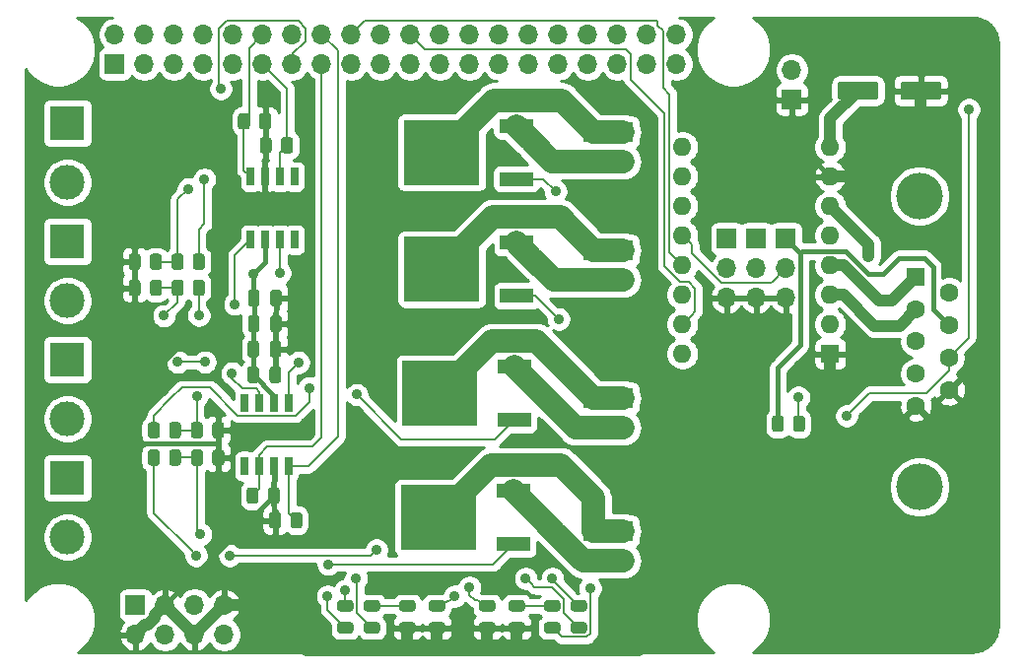
<source format=gtl>
G04 #@! TF.GenerationSoftware,KiCad,Pcbnew,5.1.7-a382d34a8~88~ubuntu18.04.1*
G04 #@! TF.CreationDate,2020-12-27T22:24:08+01:00*
G04 #@! TF.ProjectId,relais_hat,72656c61-6973-45f6-9861-742e6b696361,rev?*
G04 #@! TF.SameCoordinates,Original*
G04 #@! TF.FileFunction,Copper,L1,Top*
G04 #@! TF.FilePolarity,Positive*
%FSLAX46Y46*%
G04 Gerber Fmt 4.6, Leading zero omitted, Abs format (unit mm)*
G04 Created by KiCad (PCBNEW 5.1.7-a382d34a8~88~ubuntu18.04.1) date 2020-12-27 22:24:08*
%MOMM*%
%LPD*%
G01*
G04 APERTURE LIST*
G04 #@! TA.AperFunction,SMDPad,CuDef*
%ADD10R,2.850000X1.250000*%
G04 #@! TD*
G04 #@! TA.AperFunction,SMDPad,CuDef*
%ADD11R,6.500000X5.550000*%
G04 #@! TD*
G04 #@! TA.AperFunction,SMDPad,CuDef*
%ADD12R,0.650000X1.528000*%
G04 #@! TD*
G04 #@! TA.AperFunction,ComponentPad*
%ADD13O,1.700000X1.700000*%
G04 #@! TD*
G04 #@! TA.AperFunction,ComponentPad*
%ADD14R,1.700000X1.700000*%
G04 #@! TD*
G04 #@! TA.AperFunction,ComponentPad*
%ADD15C,4.000000*%
G04 #@! TD*
G04 #@! TA.AperFunction,ComponentPad*
%ADD16C,1.600000*%
G04 #@! TD*
G04 #@! TA.AperFunction,ComponentPad*
%ADD17R,1.600000X1.600000*%
G04 #@! TD*
G04 #@! TA.AperFunction,ComponentPad*
%ADD18C,3.000000*%
G04 #@! TD*
G04 #@! TA.AperFunction,ComponentPad*
%ADD19R,3.000000X3.000000*%
G04 #@! TD*
G04 #@! TA.AperFunction,ComponentPad*
%ADD20O,1.600000X1.600000*%
G04 #@! TD*
G04 #@! TA.AperFunction,ViaPad*
%ADD21C,0.900000*%
G04 #@! TD*
G04 #@! TA.AperFunction,ViaPad*
%ADD22C,1.000000*%
G04 #@! TD*
G04 #@! TA.AperFunction,Conductor*
%ADD23C,0.200000*%
G04 #@! TD*
G04 #@! TA.AperFunction,Conductor*
%ADD24C,0.400000*%
G04 #@! TD*
G04 #@! TA.AperFunction,Conductor*
%ADD25C,1.000000*%
G04 #@! TD*
G04 #@! TA.AperFunction,Conductor*
%ADD26C,2.000000*%
G04 #@! TD*
G04 #@! TA.AperFunction,Conductor*
%ADD27C,0.254000*%
G04 #@! TD*
G04 #@! TA.AperFunction,Conductor*
%ADD28C,0.150000*%
G04 #@! TD*
G04 APERTURE END LIST*
G04 #@! TA.AperFunction,SMDPad,CuDef*
G36*
G01*
X266650000Y-129800001D02*
X266650000Y-128899999D01*
G75*
G02*
X266899999Y-128650000I249999J0D01*
G01*
X267425001Y-128650000D01*
G75*
G02*
X267675000Y-128899999I0J-249999D01*
G01*
X267675000Y-129800001D01*
G75*
G02*
X267425001Y-130050000I-249999J0D01*
G01*
X266899999Y-130050000D01*
G75*
G02*
X266650000Y-129800001I0J249999D01*
G01*
G37*
G04 #@! TD.AperFunction*
G04 #@! TA.AperFunction,SMDPad,CuDef*
G36*
G01*
X264825000Y-129800001D02*
X264825000Y-128899999D01*
G75*
G02*
X265074999Y-128650000I249999J0D01*
G01*
X265600001Y-128650000D01*
G75*
G02*
X265850000Y-128899999I0J-249999D01*
G01*
X265850000Y-129800001D01*
G75*
G02*
X265600001Y-130050000I-249999J0D01*
G01*
X265074999Y-130050000D01*
G75*
G02*
X264825000Y-129800001I0J249999D01*
G01*
G37*
G04 #@! TD.AperFunction*
D10*
X242880000Y-113790000D03*
D11*
X236480000Y-116070000D03*
D10*
X242880000Y-118350000D03*
X242870000Y-103740000D03*
D11*
X236470000Y-106020000D03*
D10*
X242870000Y-108300000D03*
X242620000Y-135120000D03*
D11*
X236220000Y-137400000D03*
D10*
X242620000Y-139680000D03*
X242720000Y-124420000D03*
D11*
X236320000Y-126700000D03*
D10*
X242720000Y-128980000D03*
D12*
X223835000Y-113521000D03*
X222565000Y-113521000D03*
X221295000Y-113521000D03*
X220025000Y-113521000D03*
X220025000Y-108099000D03*
X221295000Y-108099000D03*
X222565000Y-108099000D03*
X223835000Y-108099000D03*
X219525000Y-127559000D03*
X220795000Y-127559000D03*
X222065000Y-127559000D03*
X223335000Y-127559000D03*
X223335000Y-132981000D03*
X222065000Y-132981000D03*
X220795000Y-132981000D03*
X219525000Y-132981000D03*
G04 #@! TA.AperFunction,SMDPad,CuDef*
G36*
G01*
X214290000Y-117219999D02*
X214290000Y-118120001D01*
G75*
G02*
X214040001Y-118370000I-249999J0D01*
G01*
X213514999Y-118370000D01*
G75*
G02*
X213265000Y-118120001I0J249999D01*
G01*
X213265000Y-117219999D01*
G75*
G02*
X213514999Y-116970000I249999J0D01*
G01*
X214040001Y-116970000D01*
G75*
G02*
X214290000Y-117219999I0J-249999D01*
G01*
G37*
G04 #@! TD.AperFunction*
G04 #@! TA.AperFunction,SMDPad,CuDef*
G36*
G01*
X216115000Y-117219999D02*
X216115000Y-118120001D01*
G75*
G02*
X215865001Y-118370000I-249999J0D01*
G01*
X215339999Y-118370000D01*
G75*
G02*
X215090000Y-118120001I0J249999D01*
G01*
X215090000Y-117219999D01*
G75*
G02*
X215339999Y-116970000I249999J0D01*
G01*
X215865001Y-116970000D01*
G75*
G02*
X216115000Y-117219999I0J-249999D01*
G01*
G37*
G04 #@! TD.AperFunction*
G04 #@! TA.AperFunction,SMDPad,CuDef*
G36*
G01*
X214290000Y-114969999D02*
X214290000Y-115870001D01*
G75*
G02*
X214040001Y-116120000I-249999J0D01*
G01*
X213514999Y-116120000D01*
G75*
G02*
X213265000Y-115870001I0J249999D01*
G01*
X213265000Y-114969999D01*
G75*
G02*
X213514999Y-114720000I249999J0D01*
G01*
X214040001Y-114720000D01*
G75*
G02*
X214290000Y-114969999I0J-249999D01*
G01*
G37*
G04 #@! TD.AperFunction*
G04 #@! TA.AperFunction,SMDPad,CuDef*
G36*
G01*
X216115000Y-114969999D02*
X216115000Y-115870001D01*
G75*
G02*
X215865001Y-116120000I-249999J0D01*
G01*
X215339999Y-116120000D01*
G75*
G02*
X215090000Y-115870001I0J249999D01*
G01*
X215090000Y-114969999D01*
G75*
G02*
X215339999Y-114720000I249999J0D01*
G01*
X215865001Y-114720000D01*
G75*
G02*
X216115000Y-114969999I0J-249999D01*
G01*
G37*
G04 #@! TD.AperFunction*
G04 #@! TA.AperFunction,SMDPad,CuDef*
G36*
G01*
X210600000Y-117219999D02*
X210600000Y-118120001D01*
G75*
G02*
X210350001Y-118370000I-249999J0D01*
G01*
X209824999Y-118370000D01*
G75*
G02*
X209575000Y-118120001I0J249999D01*
G01*
X209575000Y-117219999D01*
G75*
G02*
X209824999Y-116970000I249999J0D01*
G01*
X210350001Y-116970000D01*
G75*
G02*
X210600000Y-117219999I0J-249999D01*
G01*
G37*
G04 #@! TD.AperFunction*
G04 #@! TA.AperFunction,SMDPad,CuDef*
G36*
G01*
X212425000Y-117219999D02*
X212425000Y-118120001D01*
G75*
G02*
X212175001Y-118370000I-249999J0D01*
G01*
X211649999Y-118370000D01*
G75*
G02*
X211400000Y-118120001I0J249999D01*
G01*
X211400000Y-117219999D01*
G75*
G02*
X211649999Y-116970000I249999J0D01*
G01*
X212175001Y-116970000D01*
G75*
G02*
X212425000Y-117219999I0J-249999D01*
G01*
G37*
G04 #@! TD.AperFunction*
G04 #@! TA.AperFunction,SMDPad,CuDef*
G36*
G01*
X211400000Y-115880001D02*
X211400000Y-114979999D01*
G75*
G02*
X211649999Y-114730000I249999J0D01*
G01*
X212175001Y-114730000D01*
G75*
G02*
X212425000Y-114979999I0J-249999D01*
G01*
X212425000Y-115880001D01*
G75*
G02*
X212175001Y-116130000I-249999J0D01*
G01*
X211649999Y-116130000D01*
G75*
G02*
X211400000Y-115880001I0J249999D01*
G01*
G37*
G04 #@! TD.AperFunction*
G04 #@! TA.AperFunction,SMDPad,CuDef*
G36*
G01*
X209575000Y-115880001D02*
X209575000Y-114979999D01*
G75*
G02*
X209824999Y-114730000I249999J0D01*
G01*
X210350001Y-114730000D01*
G75*
G02*
X210600000Y-114979999I0J-249999D01*
G01*
X210600000Y-115880001D01*
G75*
G02*
X210350001Y-116130000I-249999J0D01*
G01*
X209824999Y-116130000D01*
G75*
G02*
X209575000Y-115880001I0J249999D01*
G01*
G37*
G04 #@! TD.AperFunction*
G04 #@! TA.AperFunction,SMDPad,CuDef*
G36*
G01*
X220787500Y-103800001D02*
X220787500Y-102899999D01*
G75*
G02*
X221037499Y-102650000I249999J0D01*
G01*
X221562501Y-102650000D01*
G75*
G02*
X221812500Y-102899999I0J-249999D01*
G01*
X221812500Y-103800001D01*
G75*
G02*
X221562501Y-104050000I-249999J0D01*
G01*
X221037499Y-104050000D01*
G75*
G02*
X220787500Y-103800001I0J249999D01*
G01*
G37*
G04 #@! TD.AperFunction*
G04 #@! TA.AperFunction,SMDPad,CuDef*
G36*
G01*
X218962500Y-103800001D02*
X218962500Y-102899999D01*
G75*
G02*
X219212499Y-102650000I249999J0D01*
G01*
X219737501Y-102650000D01*
G75*
G02*
X219987500Y-102899999I0J-249999D01*
G01*
X219987500Y-103800001D01*
G75*
G02*
X219737501Y-104050000I-249999J0D01*
G01*
X219212499Y-104050000D01*
G75*
G02*
X218962500Y-103800001I0J249999D01*
G01*
G37*
G04 #@! TD.AperFunction*
G04 #@! TA.AperFunction,SMDPad,CuDef*
G36*
G01*
X222670000Y-105870001D02*
X222670000Y-104969999D01*
G75*
G02*
X222919999Y-104720000I249999J0D01*
G01*
X223445001Y-104720000D01*
G75*
G02*
X223695000Y-104969999I0J-249999D01*
G01*
X223695000Y-105870001D01*
G75*
G02*
X223445001Y-106120000I-249999J0D01*
G01*
X222919999Y-106120000D01*
G75*
G02*
X222670000Y-105870001I0J249999D01*
G01*
G37*
G04 #@! TD.AperFunction*
G04 #@! TA.AperFunction,SMDPad,CuDef*
G36*
G01*
X220845000Y-105870001D02*
X220845000Y-104969999D01*
G75*
G02*
X221094999Y-104720000I249999J0D01*
G01*
X221620001Y-104720000D01*
G75*
G02*
X221870000Y-104969999I0J-249999D01*
G01*
X221870000Y-105870001D01*
G75*
G02*
X221620001Y-106120000I-249999J0D01*
G01*
X221094999Y-106120000D01*
G75*
G02*
X220845000Y-105870001I0J249999D01*
G01*
G37*
G04 #@! TD.AperFunction*
G04 #@! TA.AperFunction,SMDPad,CuDef*
G36*
G01*
X213050000Y-132700001D02*
X213050000Y-131799999D01*
G75*
G02*
X213299999Y-131550000I249999J0D01*
G01*
X213825001Y-131550000D01*
G75*
G02*
X214075000Y-131799999I0J-249999D01*
G01*
X214075000Y-132700001D01*
G75*
G02*
X213825001Y-132950000I-249999J0D01*
G01*
X213299999Y-132950000D01*
G75*
G02*
X213050000Y-132700001I0J249999D01*
G01*
G37*
G04 #@! TD.AperFunction*
G04 #@! TA.AperFunction,SMDPad,CuDef*
G36*
G01*
X211225000Y-132700001D02*
X211225000Y-131799999D01*
G75*
G02*
X211474999Y-131550000I249999J0D01*
G01*
X212000001Y-131550000D01*
G75*
G02*
X212250000Y-131799999I0J-249999D01*
G01*
X212250000Y-132700001D01*
G75*
G02*
X212000001Y-132950000I-249999J0D01*
G01*
X211474999Y-132950000D01*
G75*
G02*
X211225000Y-132700001I0J249999D01*
G01*
G37*
G04 #@! TD.AperFunction*
G04 #@! TA.AperFunction,SMDPad,CuDef*
G36*
G01*
X213050000Y-130360001D02*
X213050000Y-129459999D01*
G75*
G02*
X213299999Y-129210000I249999J0D01*
G01*
X213825001Y-129210000D01*
G75*
G02*
X214075000Y-129459999I0J-249999D01*
G01*
X214075000Y-130360001D01*
G75*
G02*
X213825001Y-130610000I-249999J0D01*
G01*
X213299999Y-130610000D01*
G75*
G02*
X213050000Y-130360001I0J249999D01*
G01*
G37*
G04 #@! TD.AperFunction*
G04 #@! TA.AperFunction,SMDPad,CuDef*
G36*
G01*
X211225000Y-130360001D02*
X211225000Y-129459999D01*
G75*
G02*
X211474999Y-129210000I249999J0D01*
G01*
X212000001Y-129210000D01*
G75*
G02*
X212250000Y-129459999I0J-249999D01*
G01*
X212250000Y-130360001D01*
G75*
G02*
X212000001Y-130610000I-249999J0D01*
G01*
X211474999Y-130610000D01*
G75*
G02*
X211225000Y-130360001I0J249999D01*
G01*
G37*
G04 #@! TD.AperFunction*
G04 #@! TA.AperFunction,SMDPad,CuDef*
G36*
G01*
X216767500Y-132710001D02*
X216767500Y-131809999D01*
G75*
G02*
X217017499Y-131560000I249999J0D01*
G01*
X217542501Y-131560000D01*
G75*
G02*
X217792500Y-131809999I0J-249999D01*
G01*
X217792500Y-132710001D01*
G75*
G02*
X217542501Y-132960000I-249999J0D01*
G01*
X217017499Y-132960000D01*
G75*
G02*
X216767500Y-132710001I0J249999D01*
G01*
G37*
G04 #@! TD.AperFunction*
G04 #@! TA.AperFunction,SMDPad,CuDef*
G36*
G01*
X214942500Y-132710001D02*
X214942500Y-131809999D01*
G75*
G02*
X215192499Y-131560000I249999J0D01*
G01*
X215717501Y-131560000D01*
G75*
G02*
X215967500Y-131809999I0J-249999D01*
G01*
X215967500Y-132710001D01*
G75*
G02*
X215717501Y-132960000I-249999J0D01*
G01*
X215192499Y-132960000D01*
G75*
G02*
X214942500Y-132710001I0J249999D01*
G01*
G37*
G04 #@! TD.AperFunction*
G04 #@! TA.AperFunction,SMDPad,CuDef*
G36*
G01*
X215950000Y-129449999D02*
X215950000Y-130350001D01*
G75*
G02*
X215700001Y-130600000I-249999J0D01*
G01*
X215174999Y-130600000D01*
G75*
G02*
X214925000Y-130350001I0J249999D01*
G01*
X214925000Y-129449999D01*
G75*
G02*
X215174999Y-129200000I249999J0D01*
G01*
X215700001Y-129200000D01*
G75*
G02*
X215950000Y-129449999I0J-249999D01*
G01*
G37*
G04 #@! TD.AperFunction*
G04 #@! TA.AperFunction,SMDPad,CuDef*
G36*
G01*
X217775000Y-129449999D02*
X217775000Y-130350001D01*
G75*
G02*
X217525001Y-130600000I-249999J0D01*
G01*
X216999999Y-130600000D01*
G75*
G02*
X216750000Y-130350001I0J249999D01*
G01*
X216750000Y-129449999D01*
G75*
G02*
X216999999Y-129200000I249999J0D01*
G01*
X217525001Y-129200000D01*
G75*
G02*
X217775000Y-129449999I0J-249999D01*
G01*
G37*
G04 #@! TD.AperFunction*
G04 #@! TA.AperFunction,SMDPad,CuDef*
G36*
G01*
X222660000Y-137189999D02*
X222660000Y-138090001D01*
G75*
G02*
X222410001Y-138340000I-249999J0D01*
G01*
X221884999Y-138340000D01*
G75*
G02*
X221635000Y-138090001I0J249999D01*
G01*
X221635000Y-137189999D01*
G75*
G02*
X221884999Y-136940000I249999J0D01*
G01*
X222410001Y-136940000D01*
G75*
G02*
X222660000Y-137189999I0J-249999D01*
G01*
G37*
G04 #@! TD.AperFunction*
G04 #@! TA.AperFunction,SMDPad,CuDef*
G36*
G01*
X224485000Y-137189999D02*
X224485000Y-138090001D01*
G75*
G02*
X224235001Y-138340000I-249999J0D01*
G01*
X223709999Y-138340000D01*
G75*
G02*
X223460000Y-138090001I0J249999D01*
G01*
X223460000Y-137189999D01*
G75*
G02*
X223709999Y-136940000I249999J0D01*
G01*
X224235001Y-136940000D01*
G75*
G02*
X224485000Y-137189999I0J-249999D01*
G01*
G37*
G04 #@! TD.AperFunction*
G04 #@! TA.AperFunction,SMDPad,CuDef*
G36*
G01*
X220720000Y-135069999D02*
X220720000Y-135970001D01*
G75*
G02*
X220470001Y-136220000I-249999J0D01*
G01*
X219944999Y-136220000D01*
G75*
G02*
X219695000Y-135970001I0J249999D01*
G01*
X219695000Y-135069999D01*
G75*
G02*
X219944999Y-134820000I249999J0D01*
G01*
X220470001Y-134820000D01*
G75*
G02*
X220720000Y-135069999I0J-249999D01*
G01*
G37*
G04 #@! TD.AperFunction*
G04 #@! TA.AperFunction,SMDPad,CuDef*
G36*
G01*
X222545000Y-135069999D02*
X222545000Y-135970001D01*
G75*
G02*
X222295001Y-136220000I-249999J0D01*
G01*
X221769999Y-136220000D01*
G75*
G02*
X221520000Y-135970001I0J249999D01*
G01*
X221520000Y-135069999D01*
G75*
G02*
X221769999Y-134820000I249999J0D01*
G01*
X222295001Y-134820000D01*
G75*
G02*
X222545000Y-135069999I0J-249999D01*
G01*
G37*
G04 #@! TD.AperFunction*
G04 #@! TA.AperFunction,SMDPad,CuDef*
G36*
G01*
X221720000Y-121225000D02*
X221720000Y-120275000D01*
G75*
G02*
X221970000Y-120025000I250000J0D01*
G01*
X222470000Y-120025000D01*
G75*
G02*
X222720000Y-120275000I0J-250000D01*
G01*
X222720000Y-121225000D01*
G75*
G02*
X222470000Y-121475000I-250000J0D01*
G01*
X221970000Y-121475000D01*
G75*
G02*
X221720000Y-121225000I0J250000D01*
G01*
G37*
G04 #@! TD.AperFunction*
G04 #@! TA.AperFunction,SMDPad,CuDef*
G36*
G01*
X219820000Y-121225000D02*
X219820000Y-120275000D01*
G75*
G02*
X220070000Y-120025000I250000J0D01*
G01*
X220570000Y-120025000D01*
G75*
G02*
X220820000Y-120275000I0J-250000D01*
G01*
X220820000Y-121225000D01*
G75*
G02*
X220570000Y-121475000I-250000J0D01*
G01*
X220070000Y-121475000D01*
G75*
G02*
X219820000Y-121225000I0J250000D01*
G01*
G37*
G04 #@! TD.AperFunction*
G04 #@! TA.AperFunction,SMDPad,CuDef*
G36*
G01*
X221730000Y-119025000D02*
X221730000Y-118075000D01*
G75*
G02*
X221980000Y-117825000I250000J0D01*
G01*
X222480000Y-117825000D01*
G75*
G02*
X222730000Y-118075000I0J-250000D01*
G01*
X222730000Y-119025000D01*
G75*
G02*
X222480000Y-119275000I-250000J0D01*
G01*
X221980000Y-119275000D01*
G75*
G02*
X221730000Y-119025000I0J250000D01*
G01*
G37*
G04 #@! TD.AperFunction*
G04 #@! TA.AperFunction,SMDPad,CuDef*
G36*
G01*
X219830000Y-119025000D02*
X219830000Y-118075000D01*
G75*
G02*
X220080000Y-117825000I250000J0D01*
G01*
X220580000Y-117825000D01*
G75*
G02*
X220830000Y-118075000I0J-250000D01*
G01*
X220830000Y-119025000D01*
G75*
G02*
X220580000Y-119275000I-250000J0D01*
G01*
X220080000Y-119275000D01*
G75*
G02*
X219830000Y-119025000I0J250000D01*
G01*
G37*
G04 #@! TD.AperFunction*
G04 #@! TA.AperFunction,SMDPad,CuDef*
G36*
G01*
X221670000Y-125615000D02*
X221670000Y-124665000D01*
G75*
G02*
X221920000Y-124415000I250000J0D01*
G01*
X222420000Y-124415000D01*
G75*
G02*
X222670000Y-124665000I0J-250000D01*
G01*
X222670000Y-125615000D01*
G75*
G02*
X222420000Y-125865000I-250000J0D01*
G01*
X221920000Y-125865000D01*
G75*
G02*
X221670000Y-125615000I0J250000D01*
G01*
G37*
G04 #@! TD.AperFunction*
G04 #@! TA.AperFunction,SMDPad,CuDef*
G36*
G01*
X219770000Y-125615000D02*
X219770000Y-124665000D01*
G75*
G02*
X220020000Y-124415000I250000J0D01*
G01*
X220520000Y-124415000D01*
G75*
G02*
X220770000Y-124665000I0J-250000D01*
G01*
X220770000Y-125615000D01*
G75*
G02*
X220520000Y-125865000I-250000J0D01*
G01*
X220020000Y-125865000D01*
G75*
G02*
X219770000Y-125615000I0J250000D01*
G01*
G37*
G04 #@! TD.AperFunction*
G04 #@! TA.AperFunction,SMDPad,CuDef*
G36*
G01*
X221690000Y-123405000D02*
X221690000Y-122455000D01*
G75*
G02*
X221940000Y-122205000I250000J0D01*
G01*
X222440000Y-122205000D01*
G75*
G02*
X222690000Y-122455000I0J-250000D01*
G01*
X222690000Y-123405000D01*
G75*
G02*
X222440000Y-123655000I-250000J0D01*
G01*
X221940000Y-123655000D01*
G75*
G02*
X221690000Y-123405000I0J250000D01*
G01*
G37*
G04 #@! TD.AperFunction*
G04 #@! TA.AperFunction,SMDPad,CuDef*
G36*
G01*
X219790000Y-123405000D02*
X219790000Y-122455000D01*
G75*
G02*
X220040000Y-122205000I250000J0D01*
G01*
X220540000Y-122205000D01*
G75*
G02*
X220790000Y-122455000I0J-250000D01*
G01*
X220790000Y-123405000D01*
G75*
G02*
X220540000Y-123655000I-250000J0D01*
G01*
X220040000Y-123655000D01*
G75*
G02*
X219790000Y-123405000I0J250000D01*
G01*
G37*
G04 #@! TD.AperFunction*
G04 #@! TA.AperFunction,SMDPad,CuDef*
G36*
G01*
X243382250Y-145486000D02*
X242469750Y-145486000D01*
G75*
G02*
X242226000Y-145242250I0J243750D01*
G01*
X242226000Y-144754750D01*
G75*
G02*
X242469750Y-144511000I243750J0D01*
G01*
X243382250Y-144511000D01*
G75*
G02*
X243626000Y-144754750I0J-243750D01*
G01*
X243626000Y-145242250D01*
G75*
G02*
X243382250Y-145486000I-243750J0D01*
G01*
G37*
G04 #@! TD.AperFunction*
G04 #@! TA.AperFunction,SMDPad,CuDef*
G36*
G01*
X243382250Y-147361000D02*
X242469750Y-147361000D01*
G75*
G02*
X242226000Y-147117250I0J243750D01*
G01*
X242226000Y-146629750D01*
G75*
G02*
X242469750Y-146386000I243750J0D01*
G01*
X243382250Y-146386000D01*
G75*
G02*
X243626000Y-146629750I0J-243750D01*
G01*
X243626000Y-147117250D01*
G75*
G02*
X243382250Y-147361000I-243750J0D01*
G01*
G37*
G04 #@! TD.AperFunction*
G04 #@! TA.AperFunction,SMDPad,CuDef*
G36*
G01*
X240842250Y-145486000D02*
X239929750Y-145486000D01*
G75*
G02*
X239686000Y-145242250I0J243750D01*
G01*
X239686000Y-144754750D01*
G75*
G02*
X239929750Y-144511000I243750J0D01*
G01*
X240842250Y-144511000D01*
G75*
G02*
X241086000Y-144754750I0J-243750D01*
G01*
X241086000Y-145242250D01*
G75*
G02*
X240842250Y-145486000I-243750J0D01*
G01*
G37*
G04 #@! TD.AperFunction*
G04 #@! TA.AperFunction,SMDPad,CuDef*
G36*
G01*
X240842250Y-147361000D02*
X239929750Y-147361000D01*
G75*
G02*
X239686000Y-147117250I0J243750D01*
G01*
X239686000Y-146629750D01*
G75*
G02*
X239929750Y-146386000I243750J0D01*
G01*
X240842250Y-146386000D01*
G75*
G02*
X241086000Y-146629750I0J-243750D01*
G01*
X241086000Y-147117250D01*
G75*
G02*
X240842250Y-147361000I-243750J0D01*
G01*
G37*
G04 #@! TD.AperFunction*
G04 #@! TA.AperFunction,SMDPad,CuDef*
G36*
G01*
X236524250Y-145486000D02*
X235611750Y-145486000D01*
G75*
G02*
X235368000Y-145242250I0J243750D01*
G01*
X235368000Y-144754750D01*
G75*
G02*
X235611750Y-144511000I243750J0D01*
G01*
X236524250Y-144511000D01*
G75*
G02*
X236768000Y-144754750I0J-243750D01*
G01*
X236768000Y-145242250D01*
G75*
G02*
X236524250Y-145486000I-243750J0D01*
G01*
G37*
G04 #@! TD.AperFunction*
G04 #@! TA.AperFunction,SMDPad,CuDef*
G36*
G01*
X236524250Y-147361000D02*
X235611750Y-147361000D01*
G75*
G02*
X235368000Y-147117250I0J243750D01*
G01*
X235368000Y-146629750D01*
G75*
G02*
X235611750Y-146386000I243750J0D01*
G01*
X236524250Y-146386000D01*
G75*
G02*
X236768000Y-146629750I0J-243750D01*
G01*
X236768000Y-147117250D01*
G75*
G02*
X236524250Y-147361000I-243750J0D01*
G01*
G37*
G04 #@! TD.AperFunction*
G04 #@! TA.AperFunction,SMDPad,CuDef*
G36*
G01*
X233984250Y-145486000D02*
X233071750Y-145486000D01*
G75*
G02*
X232828000Y-145242250I0J243750D01*
G01*
X232828000Y-144754750D01*
G75*
G02*
X233071750Y-144511000I243750J0D01*
G01*
X233984250Y-144511000D01*
G75*
G02*
X234228000Y-144754750I0J-243750D01*
G01*
X234228000Y-145242250D01*
G75*
G02*
X233984250Y-145486000I-243750J0D01*
G01*
G37*
G04 #@! TD.AperFunction*
G04 #@! TA.AperFunction,SMDPad,CuDef*
G36*
G01*
X233984250Y-147361000D02*
X233071750Y-147361000D01*
G75*
G02*
X232828000Y-147117250I0J243750D01*
G01*
X232828000Y-146629750D01*
G75*
G02*
X233071750Y-146386000I243750J0D01*
G01*
X233984250Y-146386000D01*
G75*
G02*
X234228000Y-146629750I0J-243750D01*
G01*
X234228000Y-147117250D01*
G75*
G02*
X233984250Y-147361000I-243750J0D01*
G01*
G37*
G04 #@! TD.AperFunction*
D13*
X252070000Y-141110000D03*
D14*
X252070000Y-138570000D03*
D13*
X252070000Y-116980000D03*
D14*
X252070000Y-114440000D03*
D13*
X252070000Y-129680000D03*
D14*
X252070000Y-127140000D03*
D13*
X252070000Y-106820000D03*
D14*
X252070000Y-104280000D03*
D13*
X266548000Y-98946000D03*
D14*
X266548000Y-101486000D03*
G04 #@! TA.AperFunction,SMDPad,CuDef*
G36*
G01*
X275880000Y-101274000D02*
X275880000Y-100174000D01*
G75*
G02*
X276130000Y-99924000I250000J0D01*
G01*
X279130000Y-99924000D01*
G75*
G02*
X279380000Y-100174000I0J-250000D01*
G01*
X279380000Y-101274000D01*
G75*
G02*
X279130000Y-101524000I-250000J0D01*
G01*
X276130000Y-101524000D01*
G75*
G02*
X275880000Y-101274000I0J250000D01*
G01*
G37*
G04 #@! TD.AperFunction*
G04 #@! TA.AperFunction,SMDPad,CuDef*
G36*
G01*
X270480000Y-101274000D02*
X270480000Y-100174000D01*
G75*
G02*
X270730000Y-99924000I250000J0D01*
G01*
X273730000Y-99924000D01*
G75*
G02*
X273980000Y-100174000I0J-250000D01*
G01*
X273980000Y-101274000D01*
G75*
G02*
X273730000Y-101524000I-250000J0D01*
G01*
X270730000Y-101524000D01*
G75*
G02*
X270480000Y-101274000I0J250000D01*
G01*
G37*
G04 #@! TD.AperFunction*
D13*
X266040000Y-118504000D03*
X266040000Y-115964000D03*
D14*
X266040000Y-113424000D03*
D13*
X263500000Y-118504000D03*
X263500000Y-115964000D03*
D14*
X263500000Y-113424000D03*
D13*
X260960000Y-118504000D03*
X260960000Y-115964000D03*
D14*
X260960000Y-113424000D03*
D15*
X277516000Y-109766000D03*
X277516000Y-134766000D03*
D16*
X280056000Y-126421000D03*
X280056000Y-123651000D03*
X280056000Y-120881000D03*
X280056000Y-118111000D03*
X277216000Y-127806000D03*
X277216000Y-125036000D03*
X277216000Y-122266000D03*
X277216000Y-119496000D03*
D17*
X277216000Y-116726000D03*
G04 #@! TA.AperFunction,SMDPad,CuDef*
G36*
G01*
X246430250Y-145486000D02*
X245517750Y-145486000D01*
G75*
G02*
X245274000Y-145242250I0J243750D01*
G01*
X245274000Y-144754750D01*
G75*
G02*
X245517750Y-144511000I243750J0D01*
G01*
X246430250Y-144511000D01*
G75*
G02*
X246674000Y-144754750I0J-243750D01*
G01*
X246674000Y-145242250D01*
G75*
G02*
X246430250Y-145486000I-243750J0D01*
G01*
G37*
G04 #@! TD.AperFunction*
G04 #@! TA.AperFunction,SMDPad,CuDef*
G36*
G01*
X246430250Y-147361000D02*
X245517750Y-147361000D01*
G75*
G02*
X245274000Y-147117250I0J243750D01*
G01*
X245274000Y-146629750D01*
G75*
G02*
X245517750Y-146386000I243750J0D01*
G01*
X246430250Y-146386000D01*
G75*
G02*
X246674000Y-146629750I0J-243750D01*
G01*
X246674000Y-147117250D01*
G75*
G02*
X246430250Y-147361000I-243750J0D01*
G01*
G37*
G04 #@! TD.AperFunction*
G04 #@! TA.AperFunction,SMDPad,CuDef*
G36*
G01*
X248716250Y-145486000D02*
X247803750Y-145486000D01*
G75*
G02*
X247560000Y-145242250I0J243750D01*
G01*
X247560000Y-144754750D01*
G75*
G02*
X247803750Y-144511000I243750J0D01*
G01*
X248716250Y-144511000D01*
G75*
G02*
X248960000Y-144754750I0J-243750D01*
G01*
X248960000Y-145242250D01*
G75*
G02*
X248716250Y-145486000I-243750J0D01*
G01*
G37*
G04 #@! TD.AperFunction*
G04 #@! TA.AperFunction,SMDPad,CuDef*
G36*
G01*
X248716250Y-147361000D02*
X247803750Y-147361000D01*
G75*
G02*
X247560000Y-147117250I0J243750D01*
G01*
X247560000Y-146629750D01*
G75*
G02*
X247803750Y-146386000I243750J0D01*
G01*
X248716250Y-146386000D01*
G75*
G02*
X248960000Y-146629750I0J-243750D01*
G01*
X248960000Y-147117250D01*
G75*
G02*
X248716250Y-147361000I-243750J0D01*
G01*
G37*
G04 #@! TD.AperFunction*
G04 #@! TA.AperFunction,SMDPad,CuDef*
G36*
G01*
X228650250Y-145486000D02*
X227737750Y-145486000D01*
G75*
G02*
X227494000Y-145242250I0J243750D01*
G01*
X227494000Y-144754750D01*
G75*
G02*
X227737750Y-144511000I243750J0D01*
G01*
X228650250Y-144511000D01*
G75*
G02*
X228894000Y-144754750I0J-243750D01*
G01*
X228894000Y-145242250D01*
G75*
G02*
X228650250Y-145486000I-243750J0D01*
G01*
G37*
G04 #@! TD.AperFunction*
G04 #@! TA.AperFunction,SMDPad,CuDef*
G36*
G01*
X228650250Y-147361000D02*
X227737750Y-147361000D01*
G75*
G02*
X227494000Y-147117250I0J243750D01*
G01*
X227494000Y-146629750D01*
G75*
G02*
X227737750Y-146386000I243750J0D01*
G01*
X228650250Y-146386000D01*
G75*
G02*
X228894000Y-146629750I0J-243750D01*
G01*
X228894000Y-147117250D01*
G75*
G02*
X228650250Y-147361000I-243750J0D01*
G01*
G37*
G04 #@! TD.AperFunction*
G04 #@! TA.AperFunction,SMDPad,CuDef*
G36*
G01*
X230936250Y-145486000D02*
X230023750Y-145486000D01*
G75*
G02*
X229780000Y-145242250I0J243750D01*
G01*
X229780000Y-144754750D01*
G75*
G02*
X230023750Y-144511000I243750J0D01*
G01*
X230936250Y-144511000D01*
G75*
G02*
X231180000Y-144754750I0J-243750D01*
G01*
X231180000Y-145242250D01*
G75*
G02*
X230936250Y-145486000I-243750J0D01*
G01*
G37*
G04 #@! TD.AperFunction*
G04 #@! TA.AperFunction,SMDPad,CuDef*
G36*
G01*
X230936250Y-147361000D02*
X230023750Y-147361000D01*
G75*
G02*
X229780000Y-147117250I0J243750D01*
G01*
X229780000Y-146629750D01*
G75*
G02*
X230023750Y-146386000I243750J0D01*
G01*
X230936250Y-146386000D01*
G75*
G02*
X231180000Y-146629750I0J-243750D01*
G01*
X231180000Y-147117250D01*
G75*
G02*
X230936250Y-147361000I-243750J0D01*
G01*
G37*
G04 #@! TD.AperFunction*
D18*
X204320000Y-139080000D03*
D19*
X204320000Y-134000000D03*
D18*
X204318000Y-128918000D03*
D19*
X204318000Y-123838000D03*
D18*
X204320000Y-118760000D03*
D19*
X204320000Y-113680000D03*
D18*
X204320000Y-108600000D03*
D19*
X204320000Y-103520000D03*
D20*
X257150000Y-123330000D03*
X269850000Y-105550000D03*
X257150000Y-120790000D03*
X269850000Y-108090000D03*
X257150000Y-118250000D03*
X269850000Y-110630000D03*
X257150000Y-115710000D03*
X269850000Y-113170000D03*
X257150000Y-113170000D03*
X269850000Y-115710000D03*
X257150000Y-110630000D03*
X269850000Y-118250000D03*
X257150000Y-108090000D03*
X269850000Y-120790000D03*
X257150000Y-105550000D03*
D17*
X269850000Y-123330000D03*
D14*
X208382000Y-98438000D03*
D13*
X208382000Y-95898000D03*
X210922000Y-98438000D03*
X210922000Y-95898000D03*
X213462000Y-98438000D03*
X213462000Y-95898000D03*
X216002000Y-98438000D03*
X216002000Y-95898000D03*
X218542000Y-98438000D03*
X218542000Y-95898000D03*
X221082000Y-98438000D03*
X221082000Y-95898000D03*
X223622000Y-98438000D03*
X223622000Y-95898000D03*
X226162000Y-98438000D03*
X226162000Y-95898000D03*
X228702000Y-98438000D03*
X228702000Y-95898000D03*
X231242000Y-98438000D03*
X231242000Y-95898000D03*
X233782000Y-98438000D03*
X233782000Y-95898000D03*
X236322000Y-98438000D03*
X236322000Y-95898000D03*
X238862000Y-98438000D03*
X238862000Y-95898000D03*
X241402000Y-98438000D03*
X241402000Y-95898000D03*
X243942000Y-98438000D03*
X243942000Y-95898000D03*
X246482000Y-98438000D03*
X246482000Y-95898000D03*
X249022000Y-98438000D03*
X249022000Y-95898000D03*
X251562000Y-98438000D03*
X251562000Y-95898000D03*
X254102000Y-98438000D03*
X254102000Y-95898000D03*
X256642000Y-98438000D03*
X256642000Y-95898000D03*
X249530000Y-116980000D03*
D14*
X249530000Y-114440000D03*
D13*
X249530000Y-141110000D03*
D14*
X249530000Y-138570000D03*
D13*
X249530000Y-129680000D03*
D14*
X249530000Y-127140000D03*
D13*
X249530000Y-106820000D03*
D14*
X249530000Y-104280000D03*
D13*
X217780000Y-147460000D03*
X217780000Y-144920000D03*
X215240000Y-147460000D03*
X215240000Y-144920000D03*
X212700000Y-147460000D03*
X212700000Y-144920000D03*
X210160000Y-147460000D03*
D14*
X210160000Y-144920000D03*
D21*
X220250000Y-116470000D03*
X231120000Y-109320000D03*
X245210000Y-140470000D03*
X210775999Y-125805999D03*
X221050000Y-139480000D03*
X259360000Y-103820000D03*
X244310000Y-136810000D03*
X245325000Y-137825000D03*
X246200000Y-138700000D03*
X244175000Y-115085000D03*
X245060000Y-115970000D03*
X246065000Y-116975000D03*
D22*
X273152000Y-114948000D03*
D21*
X241540008Y-111589992D03*
X242810008Y-111589992D03*
X244130008Y-111589992D03*
X241020008Y-132919992D03*
X242430008Y-132919992D03*
X243770008Y-132919992D03*
X217485000Y-100545000D03*
X228194000Y-143650000D03*
X237592000Y-144158000D03*
X238862000Y-143396000D03*
X245974000Y-142634000D03*
X225080000Y-126260000D03*
X229180000Y-126840000D03*
X226720000Y-141420000D03*
X215385000Y-140665000D03*
X216090000Y-108330000D03*
X246250000Y-109390000D03*
X215602500Y-120017500D03*
X246510000Y-120340000D03*
X213800000Y-124040000D03*
X216120000Y-124040000D03*
X244120000Y-104990000D03*
X245095000Y-105965000D03*
X246160000Y-106820000D03*
X242510008Y-101539992D03*
X243710008Y-101539992D03*
X244940008Y-101539992D03*
X244070000Y-125770000D03*
X245015000Y-126715000D03*
X246085000Y-127785000D03*
X241150008Y-122219992D03*
X242470008Y-122219992D03*
X243900008Y-122219992D03*
X281740000Y-102350000D03*
X271250000Y-128660000D03*
X267120000Y-127060000D03*
X243688000Y-142634000D03*
X218460000Y-125000000D03*
X215437500Y-126982500D03*
X249220000Y-143470000D03*
X224160000Y-124070000D03*
X215745000Y-138855000D03*
X218260000Y-140660000D03*
X230880000Y-140170000D03*
X229110000Y-142590000D03*
X222565000Y-116405000D03*
X214690000Y-109164301D03*
X226670000Y-144158000D03*
X212610000Y-120060000D03*
X218710000Y-119060000D03*
D23*
X220250000Y-116470000D02*
X220250000Y-116470000D01*
D24*
X221295000Y-115425000D02*
X220250000Y-116470000D01*
X221295000Y-113521000D02*
X221295000Y-115425000D01*
D23*
X220100000Y-125360000D02*
X220100000Y-125360000D01*
D24*
X220290000Y-125120000D02*
X220270000Y-125140000D01*
X220290000Y-122930000D02*
X220290000Y-125120000D01*
X220250000Y-118470000D02*
X220330000Y-118550000D01*
X220250000Y-116470000D02*
X220250000Y-118470000D01*
X220330000Y-120740000D02*
X220320000Y-120750000D01*
X220330000Y-118550000D02*
X220330000Y-120740000D01*
X220320000Y-122900000D02*
X220290000Y-122930000D01*
X220320000Y-120750000D02*
X220320000Y-122900000D01*
X222065000Y-126935000D02*
X222065000Y-127559000D01*
X220270000Y-125140000D02*
X222065000Y-126935000D01*
X266040000Y-113424000D02*
X267290001Y-114674001D01*
X271169999Y-114509999D02*
X267454003Y-114509999D01*
X273130000Y-116470000D02*
X271169999Y-114509999D01*
X278670000Y-115859998D02*
X277920002Y-115110000D01*
X280056000Y-120881000D02*
X278670000Y-119495000D01*
X278670000Y-119495000D02*
X278670000Y-115859998D01*
X277920002Y-115110000D02*
X275780000Y-115110000D01*
X267454003Y-114509999D02*
X267290001Y-114674001D01*
X274420000Y-116470000D02*
X273130000Y-116470000D01*
X275780000Y-115110000D02*
X274420000Y-116470000D01*
X265337500Y-124552502D02*
X267290001Y-122600001D01*
X265337500Y-129350000D02*
X265337500Y-124552502D01*
X267290001Y-114674001D02*
X267290001Y-122600001D01*
D25*
X215240000Y-147460000D02*
X217780000Y-144920000D01*
X211850001Y-145769999D02*
X212700000Y-144920000D01*
X211850001Y-146015997D02*
X211850001Y-145769999D01*
X211255997Y-146610001D02*
X211850001Y-146015997D01*
X211009999Y-146610001D02*
X211255997Y-146610001D01*
X210160000Y-147460000D02*
X211009999Y-146610001D01*
X212700000Y-144920000D02*
X215240000Y-147460000D01*
X269850000Y-108090000D02*
X272390000Y-108090000D01*
X277630000Y-102850000D02*
X277630000Y-100724000D01*
X272390000Y-108090000D02*
X277630000Y-102850000D01*
D24*
X269850000Y-108090000D02*
X266548000Y-104788000D01*
X266548000Y-104788000D02*
X266548000Y-101486000D01*
X222065000Y-132981000D02*
X222065000Y-135555000D01*
X222065000Y-135555000D02*
X217320000Y-140300000D01*
X217320000Y-111670000D02*
X218170000Y-110820000D01*
X218170000Y-110820000D02*
X220450000Y-110820000D01*
X220450000Y-110820000D02*
X221295000Y-109975000D01*
X221295000Y-109975000D02*
X221295000Y-108099000D01*
X217320000Y-140300000D02*
X212700000Y-144920000D01*
D25*
X217780000Y-144920000D02*
X220960000Y-144920000D01*
X220960000Y-144920000D02*
X224840000Y-148800000D01*
X269850000Y-132310000D02*
X269850000Y-123330000D01*
X253360000Y-148800000D02*
X269850000Y-132310000D01*
X233528000Y-148738000D02*
X233590000Y-148800000D01*
X233528000Y-146873500D02*
X233528000Y-148738000D01*
X224840000Y-148800000D02*
X233590000Y-148800000D01*
X236068000Y-148792000D02*
X236060000Y-148800000D01*
X236068000Y-146873500D02*
X236068000Y-148792000D01*
X233590000Y-148800000D02*
X236060000Y-148800000D01*
X240386000Y-146873500D02*
X240386000Y-148656000D01*
X236060000Y-148800000D02*
X240530000Y-148800000D01*
X240386000Y-148656000D02*
X240530000Y-148800000D01*
X242926000Y-146873500D02*
X242926000Y-148634000D01*
X242926000Y-148634000D02*
X242760000Y-148800000D01*
X240530000Y-148800000D02*
X242760000Y-148800000D01*
X242760000Y-148800000D02*
X253360000Y-148800000D01*
D23*
X221300000Y-105362500D02*
X221357500Y-105420000D01*
X221300000Y-103350000D02*
X221300000Y-105362500D01*
X221295000Y-105482500D02*
X221357500Y-105420000D01*
X221295000Y-108099000D02*
X221295000Y-105482500D01*
D24*
X222032500Y-137525000D02*
X222147500Y-137640000D01*
X222032500Y-135520000D02*
X222032500Y-137525000D01*
X222170000Y-122950000D02*
X222190000Y-122930000D01*
X222170000Y-125140000D02*
X222170000Y-122950000D01*
X222190000Y-120780000D02*
X222220000Y-120750000D01*
X222190000Y-122930000D02*
X222190000Y-120780000D01*
X222220000Y-118560000D02*
X222230000Y-118550000D01*
X222220000Y-120750000D02*
X222220000Y-118560000D01*
X224100000Y-118550000D02*
X222230000Y-118550000D01*
X225140000Y-117510000D02*
X224100000Y-118550000D01*
X225140000Y-111870000D02*
X225140000Y-117510000D01*
X220450000Y-110820000D02*
X224090000Y-110820000D01*
X224090000Y-110820000D02*
X225140000Y-111870000D01*
D23*
X210087500Y-115430000D02*
X210087500Y-117670000D01*
X217320000Y-121790000D02*
X212200000Y-121790000D01*
D24*
X217320000Y-121790000D02*
X217320000Y-111670000D01*
D23*
X210087500Y-119677500D02*
X210087500Y-117670000D01*
X212200000Y-121790000D02*
X210087500Y-119677500D01*
D24*
X213680010Y-131010010D02*
X210380010Y-131010010D01*
X213710000Y-131040000D02*
X213680010Y-131010010D01*
X217320000Y-131040000D02*
X213710000Y-131040000D01*
X217320000Y-140300000D02*
X217320000Y-131040000D01*
X214791998Y-121790000D02*
X217320000Y-121790000D01*
X210380010Y-126201988D02*
X210775999Y-125805999D01*
X210380010Y-131010010D02*
X210380010Y-126201988D01*
X217320000Y-129957500D02*
X217262500Y-129900000D01*
X217320000Y-131040000D02*
X217320000Y-129957500D01*
X210775999Y-125805999D02*
X214791998Y-121790000D01*
D25*
X269850000Y-103104000D02*
X272230000Y-100724000D01*
X269850000Y-105550000D02*
X269850000Y-103104000D01*
D26*
X249530000Y-141110000D02*
X252070000Y-141110000D01*
X248610000Y-141110000D02*
X252070000Y-141110000D01*
X242620000Y-135120000D02*
X244310000Y-136810000D01*
X244310000Y-136810000D02*
X245325000Y-137825000D01*
X245325000Y-137825000D02*
X246200000Y-138700000D01*
X246200000Y-138700000D02*
X248610000Y-141110000D01*
X252070000Y-116980000D02*
X249530000Y-116980000D01*
X246070000Y-116980000D02*
X246065000Y-116975000D01*
X249530000Y-116980000D02*
X246070000Y-116980000D01*
X244175000Y-115085000D02*
X242880000Y-113790000D01*
X245060000Y-115970000D02*
X244175000Y-115085000D01*
X246065000Y-116975000D02*
X245060000Y-115970000D01*
D25*
X269850000Y-110630000D02*
X273152000Y-113932000D01*
X273152000Y-113932000D02*
X273152000Y-114948000D01*
X273152000Y-114948000D02*
X273152000Y-114948000D01*
D23*
X266040000Y-115964000D02*
X264889999Y-117114001D01*
X257949999Y-114656001D02*
X260527998Y-117234000D01*
X257949999Y-113969999D02*
X257949999Y-114656001D01*
X257150000Y-113170000D02*
X257949999Y-113969999D01*
X260527998Y-117234000D02*
X264770000Y-117234000D01*
X264889999Y-117114001D02*
X264770000Y-117234000D01*
D25*
X270981370Y-115710000D02*
X274029370Y-118758000D01*
X269850000Y-115710000D02*
X270981370Y-115710000D01*
X274029370Y-118758000D02*
X275184000Y-118758000D01*
X275184000Y-118758000D02*
X277216000Y-116726000D01*
X270981370Y-118250000D02*
X273660000Y-120928630D01*
X269850000Y-118250000D02*
X270981370Y-118250000D01*
X275783370Y-120928630D02*
X277216000Y-119496000D01*
X273660000Y-120928630D02*
X275783370Y-120928630D01*
D26*
X252070000Y-114440000D02*
X249530000Y-114440000D01*
X247054999Y-111964999D02*
X249530000Y-114440000D01*
X246679992Y-111589992D02*
X247054999Y-111964999D01*
X240870006Y-111589992D02*
X241540008Y-111589992D01*
X236480000Y-115979998D02*
X240870006Y-111589992D01*
X236480000Y-116070000D02*
X236480000Y-115979998D01*
X241540008Y-111589992D02*
X242810008Y-111589992D01*
X242810008Y-111589992D02*
X244130008Y-111589992D01*
X244130008Y-111589992D02*
X246679992Y-111589992D01*
X252070000Y-138570000D02*
X249530000Y-138570000D01*
X240700008Y-132919992D02*
X236220000Y-137400000D01*
X249530000Y-135720000D02*
X246729992Y-132919992D01*
X246729992Y-132919992D02*
X243770008Y-132919992D01*
X249530000Y-138570000D02*
X249530000Y-135720000D01*
X241020008Y-132919992D02*
X240700008Y-132919992D01*
X242430008Y-132919992D02*
X241020008Y-132919992D01*
X243770008Y-132919992D02*
X242430008Y-132919992D01*
D23*
X223622000Y-97600002D02*
X223622000Y-98438000D01*
X224772001Y-96450001D02*
X223622000Y-97600002D01*
X217548000Y-100608000D02*
X217485000Y-100545000D01*
X224772001Y-95345999D02*
X224772001Y-96450001D01*
X217360000Y-100420000D02*
X217360000Y-95377998D01*
X217360000Y-95377998D02*
X217989999Y-94747999D01*
X224174001Y-94747999D02*
X224772001Y-95345999D01*
X217989999Y-94747999D02*
X224174001Y-94747999D01*
X217485000Y-100545000D02*
X217360000Y-100420000D01*
X257949999Y-119990001D02*
X257150000Y-120790000D01*
X233782000Y-95898000D02*
X235052000Y-97168000D01*
X258250001Y-117721999D02*
X258250001Y-119689999D01*
X257678001Y-117149999D02*
X258250001Y-117721999D01*
X255626000Y-115814002D02*
X256961997Y-117149999D01*
X256961997Y-117149999D02*
X257678001Y-117149999D01*
X258250001Y-119689999D02*
X257949999Y-119990001D01*
X252712001Y-99770001D02*
X255626000Y-102684000D01*
X252712001Y-97572001D02*
X252712001Y-99770001D01*
X252308000Y-97168000D02*
X252712001Y-97572001D01*
X235052000Y-97168000D02*
X252308000Y-97168000D01*
X255626000Y-102684000D02*
X255626000Y-115814002D01*
X256049999Y-101029999D02*
X256049999Y-114609999D01*
X255491999Y-100471999D02*
X256049999Y-101029999D01*
X256049999Y-114609999D02*
X257150000Y-115710000D01*
X255491999Y-95585997D02*
X255491999Y-100471999D01*
X255027999Y-95121997D02*
X255491999Y-95585997D01*
X255027999Y-94747999D02*
X255027999Y-95121997D01*
X229852001Y-94747999D02*
X255027999Y-94747999D01*
X228702000Y-95898000D02*
X229852001Y-94747999D01*
X221082000Y-98438000D02*
X222565000Y-99921000D01*
X222565000Y-106037500D02*
X223182500Y-105420000D01*
X222565000Y-108099000D02*
X222565000Y-106037500D01*
X223182500Y-100538500D02*
X222565000Y-99921000D01*
X223182500Y-105420000D02*
X223182500Y-100538500D01*
X219931999Y-108005999D02*
X220025000Y-108099000D01*
X221082000Y-95898000D02*
X219931999Y-97048001D01*
X219931999Y-102893001D02*
X219475000Y-103350000D01*
X219931999Y-101158001D02*
X219931999Y-102893001D01*
X219931999Y-97048001D02*
X219931999Y-101158001D01*
X219475000Y-103350000D02*
X219475000Y-103601002D01*
X219475000Y-107549000D02*
X220025000Y-108099000D01*
X219475000Y-103350000D02*
X219475000Y-107549000D01*
X226162000Y-100998000D02*
X226162000Y-100998000D01*
X220795000Y-132017000D02*
X220795000Y-132981000D01*
X221491000Y-131321000D02*
X220795000Y-132017000D01*
X221491000Y-131321000D02*
X225379000Y-131321000D01*
X225379000Y-131321000D02*
X226162000Y-130538000D01*
X226162000Y-130538000D02*
X226162000Y-128258000D01*
X226162000Y-98438000D02*
X226162000Y-124032000D01*
X226162000Y-124032000D02*
X226162000Y-128258000D01*
X220795000Y-134932500D02*
X220207500Y-135520000D01*
X220795000Y-132981000D02*
X220795000Y-134932500D01*
X227551999Y-100948001D02*
X227551999Y-100948001D01*
X225029000Y-132981000D02*
X223335000Y-132981000D01*
X227551999Y-130458001D02*
X225029000Y-132981000D01*
X226162000Y-95898000D02*
X227551999Y-97287999D01*
X227551999Y-97287999D02*
X227551999Y-124231999D01*
X227551999Y-124231999D02*
X227551999Y-130458001D01*
X223335000Y-137002500D02*
X223972500Y-137640000D01*
X223335000Y-132981000D02*
X223335000Y-137002500D01*
X230480000Y-144998500D02*
X233528000Y-144998500D01*
X228194000Y-144998500D02*
X228194000Y-144511000D01*
X228194000Y-144998500D02*
X228194000Y-143650000D01*
X237214000Y-144536000D02*
X237592000Y-144158000D01*
X236068000Y-144998500D02*
X237214000Y-144536000D01*
X245974000Y-142712500D02*
X245974000Y-142634000D01*
X248260000Y-144998500D02*
X245974000Y-142712500D01*
X239365604Y-144536000D02*
X239511000Y-144536000D01*
X238862000Y-143396000D02*
X238862000Y-144032396D01*
X239511000Y-144536000D02*
X240386000Y-144998500D01*
X238862000Y-144032396D02*
X239365604Y-144536000D01*
X242926000Y-144998500D02*
X245974000Y-144998500D01*
X211737500Y-129910000D02*
X211737500Y-128642500D01*
X211737500Y-128642500D02*
X213210000Y-127170000D01*
X242720000Y-128980000D02*
X241030000Y-130670000D01*
X241030000Y-130670000D02*
X233010000Y-130670000D01*
X233010000Y-130670000D02*
X229180000Y-126840000D01*
X223900001Y-128623001D02*
X225080000Y-127443002D01*
X218959999Y-128623001D02*
X223900001Y-128623001D01*
X216569497Y-126232499D02*
X218959999Y-128623001D01*
X213210000Y-127170000D02*
X214147501Y-126232499D01*
X214147501Y-126232499D02*
X216569497Y-126232499D01*
X225080000Y-127443002D02*
X225080000Y-126260000D01*
X225080000Y-126260000D02*
X225080000Y-126260000D01*
X229180000Y-126840000D02*
X229180000Y-126840000D01*
X211737500Y-132250000D02*
X211737500Y-136187500D01*
X241070000Y-141230000D02*
X242620000Y-139680000D01*
X211737500Y-136187500D02*
X211737500Y-137027500D01*
X211737500Y-137027500D02*
X214830000Y-140120000D01*
X238765002Y-141420000D02*
X238775002Y-141430000D01*
X226720000Y-141420000D02*
X238765002Y-141420000D01*
X240870000Y-141430000D02*
X241070000Y-141230000D01*
X238775002Y-141430000D02*
X240870000Y-141430000D01*
X214830000Y-140120000D02*
X214840000Y-140120000D01*
X214840000Y-140120000D02*
X215385000Y-140665000D01*
X215385000Y-140665000D02*
X215390000Y-140670000D01*
X215602500Y-112680380D02*
X216090000Y-112192880D01*
X215602500Y-115420000D02*
X215602500Y-112680380D01*
X216090000Y-112192880D02*
X216090000Y-108330000D01*
X216090000Y-108330000D02*
X216090000Y-108330000D01*
X245160000Y-108300000D02*
X246250000Y-109390000D01*
X242870000Y-108300000D02*
X245160000Y-108300000D01*
X215602500Y-117670000D02*
X215602500Y-120017500D01*
X215602500Y-120017500D02*
X215602500Y-120017500D01*
X242880000Y-118350000D02*
X244520000Y-118350000D01*
X244520000Y-118350000D02*
X246510000Y-120340000D01*
X246510000Y-120340000D02*
X246540000Y-120370000D01*
X213800000Y-124040000D02*
X216120000Y-124040000D01*
X216120000Y-124040000D02*
X216120000Y-124040000D01*
D26*
X245950000Y-106820000D02*
X246160000Y-106820000D01*
X242870000Y-103740000D02*
X244120000Y-104990000D01*
X249530000Y-106820000D02*
X252070000Y-106820000D01*
X244120000Y-104990000D02*
X245095000Y-105965000D01*
X245095000Y-105965000D02*
X245950000Y-106820000D01*
X246160000Y-106820000D02*
X249530000Y-106820000D01*
X252070000Y-104280000D02*
X249530000Y-104280000D01*
X246789992Y-101539992D02*
X244940008Y-101539992D01*
X249530000Y-104280000D02*
X246789992Y-101539992D01*
X243710008Y-101539992D02*
X242510008Y-101539992D01*
X244940008Y-101539992D02*
X243710008Y-101539992D01*
X240950008Y-101539992D02*
X242510008Y-101539992D01*
X236470000Y-106020000D02*
X240950008Y-101539992D01*
X247980000Y-129680000D02*
X249530000Y-129680000D01*
X242720000Y-124420000D02*
X244070000Y-125770000D01*
X249530000Y-129680000D02*
X252070000Y-129680000D01*
X244070000Y-125770000D02*
X245015000Y-126715000D01*
X245015000Y-126715000D02*
X246085000Y-127785000D01*
X246085000Y-127785000D02*
X247980000Y-129680000D01*
X252070000Y-127140000D02*
X249530000Y-127140000D01*
X240800008Y-122219992D02*
X236320000Y-126700000D01*
X244609992Y-122219992D02*
X243900008Y-122219992D01*
X249530000Y-127140000D02*
X244609992Y-122219992D01*
X241150008Y-122219992D02*
X240800008Y-122219992D01*
X242470008Y-122219992D02*
X241150008Y-122219992D01*
X243900008Y-122219992D02*
X242470008Y-122219992D01*
D23*
X281740000Y-121967000D02*
X280056000Y-123651000D01*
X281740000Y-102350000D02*
X281740000Y-121967000D01*
X278132371Y-126705999D02*
X273204001Y-126705999D01*
X280056000Y-123651000D02*
X280056000Y-124782370D01*
X280056000Y-124782370D02*
X278132371Y-126705999D01*
X273204001Y-126705999D02*
X271250000Y-128660000D01*
X271250000Y-128660000D02*
X271190000Y-128720000D01*
X267120000Y-129307500D02*
X267162500Y-129350000D01*
X267120000Y-127060000D02*
X267120000Y-129307500D01*
X243688000Y-142634000D02*
X243688000Y-142634000D01*
X244137999Y-143083999D02*
X243688000Y-142634000D01*
X244438001Y-143384001D02*
X244137999Y-143083999D01*
X245964001Y-143384001D02*
X244438001Y-143384001D01*
X246974010Y-144394010D02*
X245964001Y-143384001D01*
X246974010Y-145587510D02*
X246974010Y-144394010D01*
X248260000Y-146873500D02*
X246974010Y-145587510D01*
X243688000Y-142634000D02*
X243688000Y-142634000D01*
X220795000Y-126595000D02*
X220520000Y-126320000D01*
X220795000Y-127559000D02*
X220795000Y-126595000D01*
X220520000Y-126320000D02*
X219320000Y-126320000D01*
X219320000Y-126320000D02*
X218460000Y-125460000D01*
X218460000Y-125460000D02*
X218460000Y-125000000D01*
X218460000Y-125000000D02*
X218460000Y-125000000D01*
X215427500Y-129910000D02*
X215437500Y-129900000D01*
X213562500Y-129910000D02*
X215427500Y-129910000D01*
X215437500Y-129900000D02*
X215437500Y-126982500D01*
X248941484Y-147661010D02*
X249260010Y-147342484D01*
X249260010Y-147342484D02*
X249260010Y-143380010D01*
X246761510Y-147661010D02*
X248941484Y-147661010D01*
X245974000Y-146873500D02*
X246761510Y-147661010D01*
X223335000Y-127559000D02*
X223335000Y-124895000D01*
X223335000Y-124895000D02*
X224160000Y-124070000D01*
X224160000Y-124070000D02*
X224160000Y-124070000D01*
X215445000Y-132250000D02*
X215455000Y-132260000D01*
X213562500Y-132250000D02*
X215445000Y-132250000D01*
X215455000Y-132260000D02*
X215455000Y-138565000D01*
X215455000Y-138565000D02*
X215745000Y-138855000D01*
X215745000Y-138855000D02*
X215760000Y-138870000D01*
X218260000Y-140660000D02*
X230390000Y-140660000D01*
X230390000Y-140660000D02*
X230880000Y-140170000D01*
X230880000Y-140170000D02*
X230880000Y-140170000D01*
X222565000Y-113521000D02*
X222565000Y-116405000D01*
X229194010Y-142674010D02*
X229110000Y-142590000D01*
X230480000Y-146873500D02*
X229194010Y-145587510D01*
X229194010Y-145587510D02*
X229194010Y-142674010D01*
X213767500Y-115430000D02*
X213777500Y-115420000D01*
X211912500Y-115430000D02*
X213767500Y-115430000D01*
X213777500Y-110076801D02*
X214690000Y-109164301D01*
X213777500Y-115420000D02*
X213777500Y-110076801D01*
X214690000Y-109164301D02*
X214690000Y-109164301D01*
X226670000Y-145349500D02*
X226670000Y-144158000D01*
X228194000Y-146873500D02*
X226670000Y-145349500D01*
X211912500Y-117670000D02*
X213777500Y-117670000D01*
X213777500Y-117670000D02*
X213777500Y-118892500D01*
X213777500Y-118892500D02*
X212610000Y-120060000D01*
X212610000Y-120060000D02*
X212610000Y-120060000D01*
X218710000Y-114836000D02*
X220025000Y-113521000D01*
X218710000Y-119060000D02*
X218710000Y-114836000D01*
D27*
X207948842Y-94470068D02*
X207678589Y-94582010D01*
X207435368Y-94744525D01*
X207228525Y-94951368D01*
X207066010Y-95194589D01*
X206954068Y-95464842D01*
X206897000Y-95751740D01*
X206897000Y-96044260D01*
X206954068Y-96331158D01*
X207066010Y-96601411D01*
X207228525Y-96844632D01*
X207360380Y-96976487D01*
X207287820Y-96998498D01*
X207177506Y-97057463D01*
X207080815Y-97136815D01*
X207001463Y-97233506D01*
X206942498Y-97343820D01*
X206906188Y-97463518D01*
X206893928Y-97588000D01*
X206893928Y-99288000D01*
X206906188Y-99412482D01*
X206942498Y-99532180D01*
X207001463Y-99642494D01*
X207080815Y-99739185D01*
X207177506Y-99818537D01*
X207287820Y-99877502D01*
X207407518Y-99913812D01*
X207532000Y-99926072D01*
X209232000Y-99926072D01*
X209356482Y-99913812D01*
X209476180Y-99877502D01*
X209586494Y-99818537D01*
X209683185Y-99739185D01*
X209762537Y-99642494D01*
X209821502Y-99532180D01*
X209843513Y-99459620D01*
X209975368Y-99591475D01*
X210218589Y-99753990D01*
X210488842Y-99865932D01*
X210775740Y-99923000D01*
X211068260Y-99923000D01*
X211355158Y-99865932D01*
X211625411Y-99753990D01*
X211868632Y-99591475D01*
X212075475Y-99384632D01*
X212192000Y-99210240D01*
X212308525Y-99384632D01*
X212515368Y-99591475D01*
X212758589Y-99753990D01*
X213028842Y-99865932D01*
X213315740Y-99923000D01*
X213608260Y-99923000D01*
X213895158Y-99865932D01*
X214165411Y-99753990D01*
X214408632Y-99591475D01*
X214615475Y-99384632D01*
X214732000Y-99210240D01*
X214848525Y-99384632D01*
X215055368Y-99591475D01*
X215298589Y-99753990D01*
X215568842Y-99865932D01*
X215855740Y-99923000D01*
X216148260Y-99923000D01*
X216435158Y-99865932D01*
X216625000Y-99787297D01*
X216625000Y-99879132D01*
X216523485Y-100031060D01*
X216441696Y-100228517D01*
X216400000Y-100438137D01*
X216400000Y-100651863D01*
X216441696Y-100861483D01*
X216523485Y-101058940D01*
X216642225Y-101236647D01*
X216793353Y-101387775D01*
X216971060Y-101506515D01*
X217168517Y-101588304D01*
X217378137Y-101630000D01*
X217591863Y-101630000D01*
X217801483Y-101588304D01*
X217998940Y-101506515D01*
X218176647Y-101387775D01*
X218327775Y-101236647D01*
X218446515Y-101058940D01*
X218528304Y-100861483D01*
X218570000Y-100651863D01*
X218570000Y-100438137D01*
X218528304Y-100228517D01*
X218446515Y-100031060D01*
X218371027Y-99918084D01*
X218395740Y-99923000D01*
X218688260Y-99923000D01*
X218975158Y-99865932D01*
X219197000Y-99774043D01*
X219197000Y-101121887D01*
X219196999Y-101121897D01*
X219196999Y-102013455D01*
X219039245Y-102028992D01*
X218872649Y-102079528D01*
X218719113Y-102161595D01*
X218584538Y-102272038D01*
X218474095Y-102406613D01*
X218392028Y-102560149D01*
X218341492Y-102726745D01*
X218324428Y-102899999D01*
X218324428Y-103800001D01*
X218341492Y-103973255D01*
X218392028Y-104139851D01*
X218474095Y-104293387D01*
X218584538Y-104427962D01*
X218719113Y-104538405D01*
X218740000Y-104549570D01*
X218740001Y-107512885D01*
X218736444Y-107549000D01*
X218750635Y-107693085D01*
X218787940Y-107816060D01*
X218792664Y-107831633D01*
X218860914Y-107959320D01*
X218952763Y-108071238D01*
X218980808Y-108094254D01*
X219061928Y-108175374D01*
X219061928Y-108863000D01*
X219074188Y-108987482D01*
X219110498Y-109107180D01*
X219169463Y-109217494D01*
X219248815Y-109314185D01*
X219345506Y-109393537D01*
X219455820Y-109452502D01*
X219575518Y-109488812D01*
X219700000Y-109501072D01*
X220350000Y-109501072D01*
X220474482Y-109488812D01*
X220594180Y-109452502D01*
X220660000Y-109417320D01*
X220725820Y-109452502D01*
X220845518Y-109488812D01*
X220970000Y-109501072D01*
X221009250Y-109498000D01*
X221168000Y-109339250D01*
X221168000Y-108226000D01*
X221148000Y-108226000D01*
X221148000Y-107972000D01*
X221168000Y-107972000D01*
X221168000Y-106858750D01*
X221064350Y-106755100D01*
X221071750Y-106755000D01*
X221230500Y-106596250D01*
X221230500Y-105547000D01*
X221210500Y-105547000D01*
X221210500Y-105293000D01*
X221230500Y-105293000D01*
X221230500Y-104243750D01*
X221173000Y-104186250D01*
X221173000Y-103477000D01*
X221153000Y-103477000D01*
X221153000Y-103223000D01*
X221173000Y-103223000D01*
X221173000Y-102173750D01*
X221014250Y-102015000D01*
X220787500Y-102011928D01*
X220666999Y-102023796D01*
X220666999Y-99869544D01*
X220935740Y-99923000D01*
X221228260Y-99923000D01*
X221477897Y-99873344D01*
X222070806Y-100466253D01*
X222070811Y-100466257D01*
X222447501Y-100842948D01*
X222447501Y-102618814D01*
X222438312Y-102525518D01*
X222402002Y-102405820D01*
X222343037Y-102295506D01*
X222263685Y-102198815D01*
X222166994Y-102119463D01*
X222056680Y-102060498D01*
X221936982Y-102024188D01*
X221812500Y-102011928D01*
X221585750Y-102015000D01*
X221427000Y-102173750D01*
X221427000Y-103223000D01*
X221447000Y-103223000D01*
X221447000Y-103477000D01*
X221427000Y-103477000D01*
X221427000Y-104526250D01*
X221484500Y-104583750D01*
X221484500Y-105293000D01*
X221504500Y-105293000D01*
X221504500Y-105547000D01*
X221484500Y-105547000D01*
X221484500Y-106596250D01*
X221587706Y-106699456D01*
X221580750Y-106700000D01*
X221422000Y-106858750D01*
X221422000Y-107972000D01*
X221442000Y-107972000D01*
X221442000Y-108226000D01*
X221422000Y-108226000D01*
X221422000Y-109339250D01*
X221580750Y-109498000D01*
X221620000Y-109501072D01*
X221744482Y-109488812D01*
X221864180Y-109452502D01*
X221930000Y-109417320D01*
X221995820Y-109452502D01*
X222115518Y-109488812D01*
X222240000Y-109501072D01*
X222890000Y-109501072D01*
X223014482Y-109488812D01*
X223134180Y-109452502D01*
X223200000Y-109417320D01*
X223265820Y-109452502D01*
X223385518Y-109488812D01*
X223510000Y-109501072D01*
X224160000Y-109501072D01*
X224284482Y-109488812D01*
X224404180Y-109452502D01*
X224514494Y-109393537D01*
X224611185Y-109314185D01*
X224690537Y-109217494D01*
X224749502Y-109107180D01*
X224785812Y-108987482D01*
X224798072Y-108863000D01*
X224798072Y-107335000D01*
X224785812Y-107210518D01*
X224749502Y-107090820D01*
X224690537Y-106980506D01*
X224611185Y-106883815D01*
X224514494Y-106804463D01*
X224404180Y-106745498D01*
X224284482Y-106709188D01*
X224160000Y-106696928D01*
X223763568Y-106696928D01*
X223784851Y-106690472D01*
X223938387Y-106608405D01*
X224072962Y-106497962D01*
X224183405Y-106363387D01*
X224265472Y-106209851D01*
X224316008Y-106043255D01*
X224333072Y-105870001D01*
X224333072Y-104969999D01*
X224316008Y-104796745D01*
X224265472Y-104630149D01*
X224183405Y-104476613D01*
X224072962Y-104342038D01*
X223938387Y-104231595D01*
X223917500Y-104220431D01*
X223917500Y-100574605D01*
X223921056Y-100538500D01*
X223906865Y-100394415D01*
X223901970Y-100378278D01*
X223864837Y-100255867D01*
X223796587Y-100128180D01*
X223704738Y-100016262D01*
X223676693Y-99993246D01*
X223606447Y-99923000D01*
X223768260Y-99923000D01*
X224055158Y-99865932D01*
X224325411Y-99753990D01*
X224568632Y-99591475D01*
X224775475Y-99384632D01*
X224892000Y-99210240D01*
X225008525Y-99384632D01*
X225215368Y-99591475D01*
X225427000Y-99732883D01*
X225427000Y-100961894D01*
X225423444Y-100998000D01*
X225427000Y-101034106D01*
X225427001Y-123995886D01*
X225427000Y-123995896D01*
X225427000Y-125229337D01*
X225396483Y-125216696D01*
X225186863Y-125175000D01*
X224973137Y-125175000D01*
X224763517Y-125216696D01*
X224566060Y-125298485D01*
X224388353Y-125417225D01*
X224237225Y-125568353D01*
X224118485Y-125746060D01*
X224070000Y-125863114D01*
X224070000Y-125199446D01*
X224114446Y-125155000D01*
X224266863Y-125155000D01*
X224476483Y-125113304D01*
X224673940Y-125031515D01*
X224851647Y-124912775D01*
X225002775Y-124761647D01*
X225121515Y-124583940D01*
X225203304Y-124386483D01*
X225245000Y-124176863D01*
X225245000Y-123963137D01*
X225203304Y-123753517D01*
X225121515Y-123556060D01*
X225002775Y-123378353D01*
X224851647Y-123227225D01*
X224673940Y-123108485D01*
X224476483Y-123026696D01*
X224266863Y-122985000D01*
X224053137Y-122985000D01*
X223843517Y-123026696D01*
X223646060Y-123108485D01*
X223468353Y-123227225D01*
X223326075Y-123369503D01*
X223325000Y-123215750D01*
X223166250Y-123057000D01*
X222317000Y-123057000D01*
X222317000Y-123918750D01*
X222297000Y-123938750D01*
X222297000Y-125013000D01*
X222317000Y-125013000D01*
X222317000Y-125267000D01*
X222297000Y-125267000D01*
X222297000Y-125287000D01*
X222043000Y-125287000D01*
X222043000Y-125267000D01*
X222023000Y-125267000D01*
X222023000Y-125013000D01*
X222043000Y-125013000D01*
X222043000Y-124151250D01*
X222063000Y-124131250D01*
X222063000Y-123057000D01*
X222043000Y-123057000D01*
X222043000Y-122803000D01*
X222063000Y-122803000D01*
X222063000Y-121981250D01*
X222093000Y-121951250D01*
X222093000Y-121728750D01*
X222317000Y-121728750D01*
X222317000Y-122803000D01*
X223166250Y-122803000D01*
X223325000Y-122644250D01*
X223328072Y-122205000D01*
X223315812Y-122080518D01*
X223279502Y-121960820D01*
X223225568Y-121859919D01*
X223250537Y-121829494D01*
X223309502Y-121719180D01*
X223345812Y-121599482D01*
X223358072Y-121475000D01*
X223355000Y-121035750D01*
X223196250Y-120877000D01*
X222347000Y-120877000D01*
X222347000Y-121698750D01*
X222317000Y-121728750D01*
X222093000Y-121728750D01*
X222093000Y-120877000D01*
X222073000Y-120877000D01*
X222073000Y-120623000D01*
X222093000Y-120623000D01*
X222093000Y-119761250D01*
X222103000Y-119751250D01*
X222103000Y-119548750D01*
X222347000Y-119548750D01*
X222347000Y-120623000D01*
X223196250Y-120623000D01*
X223355000Y-120464250D01*
X223358072Y-120025000D01*
X223345812Y-119900518D01*
X223309502Y-119780820D01*
X223250537Y-119670506D01*
X223238708Y-119656093D01*
X223260537Y-119629494D01*
X223319502Y-119519180D01*
X223355812Y-119399482D01*
X223368072Y-119275000D01*
X223365000Y-118835750D01*
X223206250Y-118677000D01*
X222357000Y-118677000D01*
X222357000Y-119538750D01*
X222347000Y-119548750D01*
X222103000Y-119548750D01*
X222103000Y-118677000D01*
X222083000Y-118677000D01*
X222083000Y-118423000D01*
X222103000Y-118423000D01*
X222103000Y-118403000D01*
X222357000Y-118403000D01*
X222357000Y-118423000D01*
X223206250Y-118423000D01*
X223365000Y-118264250D01*
X223368072Y-117825000D01*
X223355812Y-117700518D01*
X223319502Y-117580820D01*
X223260537Y-117470506D01*
X223181185Y-117373815D01*
X223130396Y-117332133D01*
X223256647Y-117247775D01*
X223407775Y-117096647D01*
X223526515Y-116918940D01*
X223608304Y-116721483D01*
X223650000Y-116511863D01*
X223650000Y-116298137D01*
X223608304Y-116088517D01*
X223526515Y-115891060D01*
X223407775Y-115713353D01*
X223300000Y-115605578D01*
X223300000Y-114884870D01*
X223385518Y-114910812D01*
X223510000Y-114923072D01*
X224160000Y-114923072D01*
X224284482Y-114910812D01*
X224404180Y-114874502D01*
X224514494Y-114815537D01*
X224611185Y-114736185D01*
X224690537Y-114639494D01*
X224749502Y-114529180D01*
X224785812Y-114409482D01*
X224798072Y-114285000D01*
X224798072Y-112757000D01*
X224785812Y-112632518D01*
X224749502Y-112512820D01*
X224690537Y-112402506D01*
X224611185Y-112305815D01*
X224514494Y-112226463D01*
X224404180Y-112167498D01*
X224284482Y-112131188D01*
X224160000Y-112118928D01*
X223510000Y-112118928D01*
X223385518Y-112131188D01*
X223265820Y-112167498D01*
X223200000Y-112202680D01*
X223134180Y-112167498D01*
X223014482Y-112131188D01*
X222890000Y-112118928D01*
X222240000Y-112118928D01*
X222115518Y-112131188D01*
X221995820Y-112167498D01*
X221930000Y-112202680D01*
X221864180Y-112167498D01*
X221744482Y-112131188D01*
X221620000Y-112118928D01*
X220970000Y-112118928D01*
X220845518Y-112131188D01*
X220725820Y-112167498D01*
X220660000Y-112202680D01*
X220594180Y-112167498D01*
X220474482Y-112131188D01*
X220350000Y-112118928D01*
X219700000Y-112118928D01*
X219575518Y-112131188D01*
X219455820Y-112167498D01*
X219345506Y-112226463D01*
X219248815Y-112305815D01*
X219169463Y-112402506D01*
X219110498Y-112512820D01*
X219074188Y-112632518D01*
X219061928Y-112757000D01*
X219061928Y-113444625D01*
X218215808Y-114290746D01*
X218187763Y-114313762D01*
X218095914Y-114425680D01*
X218035086Y-114539482D01*
X218027664Y-114553367D01*
X217985635Y-114691915D01*
X217971444Y-114836000D01*
X217975001Y-114872115D01*
X217975000Y-118260578D01*
X217867225Y-118368353D01*
X217748485Y-118546060D01*
X217666696Y-118743517D01*
X217625000Y-118953137D01*
X217625000Y-119166863D01*
X217666696Y-119376483D01*
X217748485Y-119573940D01*
X217867225Y-119751647D01*
X218018353Y-119902775D01*
X218196060Y-120021515D01*
X218393517Y-120103304D01*
X218603137Y-120145000D01*
X218816863Y-120145000D01*
X219026483Y-120103304D01*
X219223242Y-120021804D01*
X219198992Y-120101746D01*
X219181928Y-120275000D01*
X219181928Y-121225000D01*
X219198992Y-121398254D01*
X219249528Y-121564850D01*
X219331595Y-121718386D01*
X219417252Y-121822759D01*
X219412038Y-121827038D01*
X219301595Y-121961614D01*
X219219528Y-122115150D01*
X219168992Y-122281746D01*
X219151928Y-122455000D01*
X219151928Y-123405000D01*
X219168992Y-123578254D01*
X219219528Y-123744850D01*
X219301595Y-123898386D01*
X219405988Y-124025590D01*
X219392038Y-124037038D01*
X219281595Y-124171614D01*
X219241343Y-124246921D01*
X219151647Y-124157225D01*
X218973940Y-124038485D01*
X218776483Y-123956696D01*
X218566863Y-123915000D01*
X218353137Y-123915000D01*
X218143517Y-123956696D01*
X217946060Y-124038485D01*
X217768353Y-124157225D01*
X217617225Y-124308353D01*
X217498485Y-124486060D01*
X217416696Y-124683517D01*
X217375000Y-124893137D01*
X217375000Y-125106863D01*
X217416696Y-125316483D01*
X217498485Y-125513940D01*
X217617225Y-125691647D01*
X217768353Y-125842775D01*
X217890033Y-125924079D01*
X217937762Y-125982237D01*
X217965808Y-126005254D01*
X218587427Y-126626874D01*
X218574188Y-126670518D01*
X218561928Y-126795000D01*
X218561928Y-127185483D01*
X217114756Y-125738311D01*
X217091735Y-125710261D01*
X216979817Y-125618412D01*
X216852130Y-125550162D01*
X216713582Y-125508134D01*
X216605602Y-125497499D01*
X216569497Y-125493943D01*
X216533392Y-125497499D01*
X214183606Y-125497499D01*
X214147501Y-125493943D01*
X214003416Y-125508134D01*
X213864867Y-125550162D01*
X213743564Y-125615000D01*
X213737181Y-125618412D01*
X213625263Y-125710261D01*
X213602247Y-125738306D01*
X212715811Y-126624743D01*
X212715806Y-126624747D01*
X211243308Y-128097246D01*
X211215263Y-128120262D01*
X211123414Y-128232180D01*
X211081989Y-128309681D01*
X211055164Y-128359867D01*
X211013135Y-128498415D01*
X210998944Y-128642500D01*
X211002501Y-128678615D01*
X211002501Y-128710430D01*
X210981613Y-128721595D01*
X210847038Y-128832038D01*
X210736595Y-128966613D01*
X210654528Y-129120149D01*
X210603992Y-129286745D01*
X210586928Y-129459999D01*
X210586928Y-130360001D01*
X210603992Y-130533255D01*
X210654528Y-130699851D01*
X210736595Y-130853387D01*
X210847038Y-130987962D01*
X210959186Y-131080000D01*
X210847038Y-131172038D01*
X210736595Y-131306613D01*
X210654528Y-131460149D01*
X210603992Y-131626745D01*
X210586928Y-131799999D01*
X210586928Y-132700001D01*
X210603992Y-132873255D01*
X210654528Y-133039851D01*
X210736595Y-133193387D01*
X210847038Y-133327962D01*
X210981613Y-133438405D01*
X211002500Y-133449570D01*
X211002501Y-136151386D01*
X211002500Y-136151396D01*
X211002500Y-136991395D01*
X210998944Y-137027500D01*
X211013135Y-137171585D01*
X211042630Y-137268815D01*
X211055164Y-137310133D01*
X211123414Y-137437820D01*
X211215263Y-137549738D01*
X211243308Y-137572754D01*
X214284746Y-140614193D01*
X214300000Y-140632780D01*
X214300000Y-140771863D01*
X214341696Y-140981483D01*
X214423485Y-141178940D01*
X214542225Y-141356647D01*
X214693353Y-141507775D01*
X214871060Y-141626515D01*
X215068517Y-141708304D01*
X215278137Y-141750000D01*
X215491863Y-141750000D01*
X215701483Y-141708304D01*
X215898940Y-141626515D01*
X216076647Y-141507775D01*
X216227775Y-141356647D01*
X216346515Y-141178940D01*
X216428304Y-140981483D01*
X216470000Y-140771863D01*
X216470000Y-140558137D01*
X216428304Y-140348517D01*
X216346515Y-140151060D01*
X216227775Y-139973353D01*
X216126002Y-139871580D01*
X216258940Y-139816515D01*
X216436647Y-139697775D01*
X216587775Y-139546647D01*
X216706515Y-139368940D01*
X216788304Y-139171483D01*
X216830000Y-138961863D01*
X216830000Y-138748137D01*
X216788304Y-138538517D01*
X216706515Y-138341060D01*
X216705807Y-138340000D01*
X220996928Y-138340000D01*
X221009188Y-138464482D01*
X221045498Y-138584180D01*
X221104463Y-138694494D01*
X221183815Y-138791185D01*
X221280506Y-138870537D01*
X221390820Y-138929502D01*
X221510518Y-138965812D01*
X221635000Y-138978072D01*
X221861750Y-138975000D01*
X222020500Y-138816250D01*
X222020500Y-137767000D01*
X221158750Y-137767000D01*
X221000000Y-137925750D01*
X220996928Y-138340000D01*
X216705807Y-138340000D01*
X216587775Y-138163353D01*
X216436647Y-138012225D01*
X216258940Y-137893485D01*
X216190000Y-137864929D01*
X216190000Y-133459569D01*
X216210887Y-133448405D01*
X216292137Y-133381724D01*
X216316315Y-133411185D01*
X216413006Y-133490537D01*
X216523320Y-133549502D01*
X216643018Y-133585812D01*
X216767500Y-133598072D01*
X216994250Y-133595000D01*
X217153000Y-133436250D01*
X217153000Y-132387000D01*
X217407000Y-132387000D01*
X217407000Y-133436250D01*
X217565750Y-133595000D01*
X217792500Y-133598072D01*
X217916982Y-133585812D01*
X218036680Y-133549502D01*
X218146994Y-133490537D01*
X218243685Y-133411185D01*
X218323037Y-133314494D01*
X218382002Y-133204180D01*
X218418312Y-133084482D01*
X218430572Y-132960000D01*
X218427500Y-132545750D01*
X218268750Y-132387000D01*
X217407000Y-132387000D01*
X217153000Y-132387000D01*
X217133000Y-132387000D01*
X217133000Y-132133000D01*
X217153000Y-132133000D01*
X217153000Y-131083750D01*
X217135500Y-131066250D01*
X217135500Y-130027000D01*
X217389500Y-130027000D01*
X217389500Y-131076250D01*
X217407000Y-131093750D01*
X217407000Y-132133000D01*
X218268750Y-132133000D01*
X218427500Y-131974250D01*
X218430572Y-131560000D01*
X218418312Y-131435518D01*
X218382002Y-131315820D01*
X218323037Y-131205506D01*
X218243685Y-131108815D01*
X218199824Y-131072819D01*
X218226185Y-131051185D01*
X218305537Y-130954494D01*
X218364502Y-130844180D01*
X218400812Y-130724482D01*
X218413072Y-130600000D01*
X218410000Y-130185750D01*
X218251250Y-130027000D01*
X217389500Y-130027000D01*
X217135500Y-130027000D01*
X217115500Y-130027000D01*
X217115500Y-129773000D01*
X217135500Y-129773000D01*
X217135500Y-128723750D01*
X216976750Y-128565000D01*
X216750000Y-128561928D01*
X216625518Y-128574188D01*
X216505820Y-128610498D01*
X216395506Y-128669463D01*
X216298815Y-128748815D01*
X216274637Y-128778276D01*
X216193387Y-128711595D01*
X216172500Y-128700431D01*
X216172500Y-127781922D01*
X216280275Y-127674147D01*
X216399015Y-127496440D01*
X216480804Y-127298983D01*
X216500005Y-127202453D01*
X217868708Y-128571157D01*
X217775000Y-128561928D01*
X217548250Y-128565000D01*
X217389500Y-128723750D01*
X217389500Y-129773000D01*
X218251250Y-129773000D01*
X218410000Y-129614250D01*
X218413072Y-129200000D01*
X218403843Y-129106292D01*
X218414745Y-129117194D01*
X218437761Y-129145239D01*
X218549679Y-129237088D01*
X218677366Y-129305338D01*
X218815914Y-129347366D01*
X218923894Y-129358001D01*
X218923903Y-129358001D01*
X218959998Y-129361556D01*
X218996093Y-129358001D01*
X223863896Y-129358001D01*
X223900001Y-129361557D01*
X223936106Y-129358001D01*
X224044086Y-129347366D01*
X224182634Y-129305338D01*
X224310321Y-129237088D01*
X224422239Y-129145239D01*
X224445259Y-129117189D01*
X225427001Y-128135448D01*
X225427001Y-128221895D01*
X225427000Y-130233553D01*
X225074554Y-130586000D01*
X221527105Y-130586000D01*
X221491000Y-130582444D01*
X221346915Y-130596635D01*
X221208366Y-130638663D01*
X221127132Y-130682084D01*
X221080680Y-130706913D01*
X220968762Y-130798762D01*
X220945746Y-130826807D01*
X220300808Y-131471746D01*
X220272762Y-131494763D01*
X220180913Y-131606681D01*
X220152985Y-131658930D01*
X220094180Y-131627498D01*
X219974482Y-131591188D01*
X219850000Y-131578928D01*
X219200000Y-131578928D01*
X219075518Y-131591188D01*
X218955820Y-131627498D01*
X218845506Y-131686463D01*
X218748815Y-131765815D01*
X218669463Y-131862506D01*
X218610498Y-131972820D01*
X218574188Y-132092518D01*
X218561928Y-132217000D01*
X218561928Y-133745000D01*
X218574188Y-133869482D01*
X218610498Y-133989180D01*
X218669463Y-134099494D01*
X218748815Y-134196185D01*
X218845506Y-134275537D01*
X218955820Y-134334502D01*
X219075518Y-134370812D01*
X219200000Y-134383072D01*
X219388888Y-134383072D01*
X219317038Y-134442038D01*
X219206595Y-134576613D01*
X219124528Y-134730149D01*
X219073992Y-134896745D01*
X219056928Y-135069999D01*
X219056928Y-135970001D01*
X219073992Y-136143255D01*
X219124528Y-136309851D01*
X219206595Y-136463387D01*
X219317038Y-136597962D01*
X219451613Y-136708405D01*
X219605149Y-136790472D01*
X219771745Y-136841008D01*
X219944999Y-136858072D01*
X220470001Y-136858072D01*
X220643255Y-136841008D01*
X220809851Y-136790472D01*
X220963387Y-136708405D01*
X221044637Y-136641724D01*
X221062669Y-136663696D01*
X221045498Y-136695820D01*
X221009188Y-136815518D01*
X220996928Y-136940000D01*
X221000000Y-137354250D01*
X221158750Y-137513000D01*
X222020500Y-137513000D01*
X222020500Y-136463750D01*
X221905500Y-136348750D01*
X221905500Y-135647000D01*
X221885500Y-135647000D01*
X221885500Y-135393000D01*
X221905500Y-135393000D01*
X221905500Y-134343750D01*
X221860500Y-134298750D01*
X221938000Y-134221250D01*
X221938000Y-133108000D01*
X221918000Y-133108000D01*
X221918000Y-132854000D01*
X221938000Y-132854000D01*
X221938000Y-132834000D01*
X222192000Y-132834000D01*
X222192000Y-132854000D01*
X222212000Y-132854000D01*
X222212000Y-133108000D01*
X222192000Y-133108000D01*
X222192000Y-134221250D01*
X222237000Y-134266250D01*
X222159500Y-134343750D01*
X222159500Y-135393000D01*
X222179500Y-135393000D01*
X222179500Y-135647000D01*
X222159500Y-135647000D01*
X222159500Y-136696250D01*
X222274500Y-136811250D01*
X222274500Y-137513000D01*
X222294500Y-137513000D01*
X222294500Y-137767000D01*
X222274500Y-137767000D01*
X222274500Y-138816250D01*
X222433250Y-138975000D01*
X222660000Y-138978072D01*
X222784482Y-138965812D01*
X222904180Y-138929502D01*
X223014494Y-138870537D01*
X223111185Y-138791185D01*
X223135363Y-138761724D01*
X223216613Y-138828405D01*
X223370149Y-138910472D01*
X223536745Y-138961008D01*
X223709999Y-138978072D01*
X224235001Y-138978072D01*
X224408255Y-138961008D01*
X224574851Y-138910472D01*
X224728387Y-138828405D01*
X224862962Y-138717962D01*
X224973405Y-138583387D01*
X225055472Y-138429851D01*
X225106008Y-138263255D01*
X225123072Y-138090001D01*
X225123072Y-137189999D01*
X225106008Y-137016745D01*
X225055472Y-136850149D01*
X224973405Y-136696613D01*
X224862962Y-136562038D01*
X224728387Y-136451595D01*
X224574851Y-136369528D01*
X224408255Y-136318992D01*
X224235001Y-136301928D01*
X224070000Y-136301928D01*
X224070000Y-134229985D01*
X224111185Y-134196185D01*
X224190537Y-134099494D01*
X224249502Y-133989180D01*
X224285812Y-133869482D01*
X224298072Y-133745000D01*
X224298072Y-133716000D01*
X224992895Y-133716000D01*
X225029000Y-133719556D01*
X225065105Y-133716000D01*
X225173085Y-133705365D01*
X225311633Y-133663337D01*
X225439320Y-133595087D01*
X225551238Y-133503238D01*
X225574259Y-133475188D01*
X228046192Y-131003255D01*
X228074237Y-130980239D01*
X228166086Y-130868321D01*
X228234336Y-130740634D01*
X228276364Y-130602086D01*
X228286999Y-130494106D01*
X228286999Y-130494097D01*
X228290554Y-130458002D01*
X228286999Y-130421907D01*
X228286999Y-127456478D01*
X228337225Y-127531647D01*
X228488353Y-127682775D01*
X228666060Y-127801515D01*
X228863517Y-127883304D01*
X229073137Y-127925000D01*
X229225554Y-127925000D01*
X232464746Y-131164193D01*
X232487762Y-131192238D01*
X232599680Y-131284087D01*
X232727367Y-131352337D01*
X232865915Y-131394365D01*
X233010000Y-131408556D01*
X233046105Y-131405000D01*
X240065942Y-131405000D01*
X239787256Y-131553961D01*
X239538294Y-131758278D01*
X239487088Y-131820673D01*
X237320833Y-133986928D01*
X232970000Y-133986928D01*
X232845518Y-133999188D01*
X232725820Y-134035498D01*
X232615506Y-134094463D01*
X232518815Y-134173815D01*
X232439463Y-134270506D01*
X232380498Y-134380820D01*
X232344188Y-134500518D01*
X232331928Y-134625000D01*
X232331928Y-140175000D01*
X232344188Y-140299482D01*
X232380498Y-140419180D01*
X232439463Y-140529494D01*
X232518815Y-140626185D01*
X232590482Y-140685000D01*
X231840807Y-140685000D01*
X231841515Y-140683940D01*
X231923304Y-140486483D01*
X231965000Y-140276863D01*
X231965000Y-140063137D01*
X231923304Y-139853517D01*
X231841515Y-139656060D01*
X231722775Y-139478353D01*
X231571647Y-139327225D01*
X231393940Y-139208485D01*
X231196483Y-139126696D01*
X230986863Y-139085000D01*
X230773137Y-139085000D01*
X230563517Y-139126696D01*
X230366060Y-139208485D01*
X230188353Y-139327225D01*
X230037225Y-139478353D01*
X229918485Y-139656060D01*
X229836696Y-139853517D01*
X229822477Y-139925000D01*
X219059422Y-139925000D01*
X218951647Y-139817225D01*
X218773940Y-139698485D01*
X218576483Y-139616696D01*
X218366863Y-139575000D01*
X218153137Y-139575000D01*
X217943517Y-139616696D01*
X217746060Y-139698485D01*
X217568353Y-139817225D01*
X217417225Y-139968353D01*
X217298485Y-140146060D01*
X217216696Y-140343517D01*
X217175000Y-140553137D01*
X217175000Y-140766863D01*
X217216696Y-140976483D01*
X217298485Y-141173940D01*
X217417225Y-141351647D01*
X217568353Y-141502775D01*
X217746060Y-141621515D01*
X217943517Y-141703304D01*
X218153137Y-141745000D01*
X218366863Y-141745000D01*
X218576483Y-141703304D01*
X218773940Y-141621515D01*
X218951647Y-141502775D01*
X219059422Y-141395000D01*
X225635000Y-141395000D01*
X225635000Y-141526863D01*
X225676696Y-141736483D01*
X225758485Y-141933940D01*
X225877225Y-142111647D01*
X226028353Y-142262775D01*
X226206060Y-142381515D01*
X226403517Y-142463304D01*
X226613137Y-142505000D01*
X226826863Y-142505000D01*
X227036483Y-142463304D01*
X227233940Y-142381515D01*
X227411647Y-142262775D01*
X227519422Y-142155000D01*
X228115787Y-142155000D01*
X228066696Y-142273517D01*
X228025000Y-142483137D01*
X228025000Y-142577360D01*
X227877517Y-142606696D01*
X227680060Y-142688485D01*
X227502353Y-142807225D01*
X227351225Y-142958353D01*
X227232485Y-143136060D01*
X227202359Y-143208792D01*
X227183940Y-143196485D01*
X226986483Y-143114696D01*
X226776863Y-143073000D01*
X226563137Y-143073000D01*
X226353517Y-143114696D01*
X226156060Y-143196485D01*
X225978353Y-143315225D01*
X225827225Y-143466353D01*
X225708485Y-143644060D01*
X225626696Y-143841517D01*
X225585000Y-144051137D01*
X225585000Y-144264863D01*
X225626696Y-144474483D01*
X225708485Y-144671940D01*
X225827225Y-144849647D01*
X225935000Y-144957422D01*
X225935000Y-145313394D01*
X225931444Y-145349500D01*
X225937825Y-145414285D01*
X225945635Y-145493584D01*
X225987663Y-145632132D01*
X226055913Y-145759819D01*
X226147762Y-145871737D01*
X226175808Y-145894754D01*
X226860848Y-146579795D01*
X226855928Y-146629750D01*
X226855928Y-147117250D01*
X226872872Y-147289285D01*
X226923053Y-147454709D01*
X227004542Y-147607164D01*
X227114208Y-147740792D01*
X227247836Y-147850458D01*
X227400291Y-147931947D01*
X227565715Y-147982128D01*
X227737750Y-147999072D01*
X228650250Y-147999072D01*
X228822285Y-147982128D01*
X228987709Y-147931947D01*
X229140164Y-147850458D01*
X229273792Y-147740792D01*
X229337000Y-147663773D01*
X229400208Y-147740792D01*
X229533836Y-147850458D01*
X229686291Y-147931947D01*
X229851715Y-147982128D01*
X230023750Y-147999072D01*
X230936250Y-147999072D01*
X231108285Y-147982128D01*
X231273709Y-147931947D01*
X231426164Y-147850458D01*
X231559792Y-147740792D01*
X231669458Y-147607164D01*
X231750947Y-147454709D01*
X231779373Y-147361000D01*
X232189928Y-147361000D01*
X232202188Y-147485482D01*
X232238498Y-147605180D01*
X232297463Y-147715494D01*
X232376815Y-147812185D01*
X232473506Y-147891537D01*
X232583820Y-147950502D01*
X232703518Y-147986812D01*
X232828000Y-147999072D01*
X233242250Y-147996000D01*
X233401000Y-147837250D01*
X233401000Y-147000500D01*
X233655000Y-147000500D01*
X233655000Y-147837250D01*
X233813750Y-147996000D01*
X234228000Y-147999072D01*
X234352482Y-147986812D01*
X234472180Y-147950502D01*
X234582494Y-147891537D01*
X234679185Y-147812185D01*
X234758537Y-147715494D01*
X234798000Y-147641665D01*
X234837463Y-147715494D01*
X234916815Y-147812185D01*
X235013506Y-147891537D01*
X235123820Y-147950502D01*
X235243518Y-147986812D01*
X235368000Y-147999072D01*
X235782250Y-147996000D01*
X235941000Y-147837250D01*
X235941000Y-147000500D01*
X236195000Y-147000500D01*
X236195000Y-147837250D01*
X236353750Y-147996000D01*
X236768000Y-147999072D01*
X236892482Y-147986812D01*
X237012180Y-147950502D01*
X237122494Y-147891537D01*
X237219185Y-147812185D01*
X237298537Y-147715494D01*
X237357502Y-147605180D01*
X237393812Y-147485482D01*
X237406072Y-147361000D01*
X239047928Y-147361000D01*
X239060188Y-147485482D01*
X239096498Y-147605180D01*
X239155463Y-147715494D01*
X239234815Y-147812185D01*
X239331506Y-147891537D01*
X239441820Y-147950502D01*
X239561518Y-147986812D01*
X239686000Y-147999072D01*
X240100250Y-147996000D01*
X240259000Y-147837250D01*
X240259000Y-147000500D01*
X240513000Y-147000500D01*
X240513000Y-147837250D01*
X240671750Y-147996000D01*
X241086000Y-147999072D01*
X241210482Y-147986812D01*
X241330180Y-147950502D01*
X241440494Y-147891537D01*
X241537185Y-147812185D01*
X241616537Y-147715494D01*
X241656000Y-147641665D01*
X241695463Y-147715494D01*
X241774815Y-147812185D01*
X241871506Y-147891537D01*
X241981820Y-147950502D01*
X242101518Y-147986812D01*
X242226000Y-147999072D01*
X242640250Y-147996000D01*
X242799000Y-147837250D01*
X242799000Y-147000500D01*
X243053000Y-147000500D01*
X243053000Y-147837250D01*
X243211750Y-147996000D01*
X243626000Y-147999072D01*
X243750482Y-147986812D01*
X243870180Y-147950502D01*
X243980494Y-147891537D01*
X244077185Y-147812185D01*
X244156537Y-147715494D01*
X244215502Y-147605180D01*
X244251812Y-147485482D01*
X244264072Y-147361000D01*
X244261000Y-147159250D01*
X244102250Y-147000500D01*
X243053000Y-147000500D01*
X242799000Y-147000500D01*
X241749750Y-147000500D01*
X241656000Y-147094250D01*
X241562250Y-147000500D01*
X240513000Y-147000500D01*
X240259000Y-147000500D01*
X239209750Y-147000500D01*
X239051000Y-147159250D01*
X239047928Y-147361000D01*
X237406072Y-147361000D01*
X237403000Y-147159250D01*
X237244250Y-147000500D01*
X236195000Y-147000500D01*
X235941000Y-147000500D01*
X234891750Y-147000500D01*
X234798000Y-147094250D01*
X234704250Y-147000500D01*
X233655000Y-147000500D01*
X233401000Y-147000500D01*
X232351750Y-147000500D01*
X232193000Y-147159250D01*
X232189928Y-147361000D01*
X231779373Y-147361000D01*
X231801128Y-147289285D01*
X231818072Y-147117250D01*
X231818072Y-146629750D01*
X231801128Y-146457715D01*
X231750947Y-146292291D01*
X231669458Y-146139836D01*
X231559792Y-146006208D01*
X231474244Y-145936000D01*
X231559792Y-145865792D01*
X231668362Y-145733500D01*
X232339638Y-145733500D01*
X232448208Y-145865792D01*
X232454564Y-145871008D01*
X232376815Y-145934815D01*
X232297463Y-146031506D01*
X232238498Y-146141820D01*
X232202188Y-146261518D01*
X232189928Y-146386000D01*
X232193000Y-146587750D01*
X232351750Y-146746500D01*
X233401000Y-146746500D01*
X233401000Y-146726500D01*
X233655000Y-146726500D01*
X233655000Y-146746500D01*
X234704250Y-146746500D01*
X234798000Y-146652750D01*
X234891750Y-146746500D01*
X235941000Y-146746500D01*
X235941000Y-146726500D01*
X236195000Y-146726500D01*
X236195000Y-146746500D01*
X237244250Y-146746500D01*
X237403000Y-146587750D01*
X237406072Y-146386000D01*
X237393812Y-146261518D01*
X237357502Y-146141820D01*
X237298537Y-146031506D01*
X237219185Y-145934815D01*
X237141436Y-145871008D01*
X237147792Y-145865792D01*
X237257458Y-145732164D01*
X237338947Y-145579709D01*
X237389128Y-145414285D01*
X237405166Y-145251449D01*
X237445592Y-145235134D01*
X237485137Y-145243000D01*
X237698863Y-145243000D01*
X237908483Y-145201304D01*
X238105940Y-145119515D01*
X238283647Y-145000775D01*
X238434775Y-144849647D01*
X238516898Y-144726741D01*
X238820350Y-145030192D01*
X238843366Y-145058238D01*
X238938092Y-145135978D01*
X238955284Y-145150087D01*
X239047928Y-145199607D01*
X239047928Y-145242250D01*
X239064872Y-145414285D01*
X239115053Y-145579709D01*
X239196542Y-145732164D01*
X239306208Y-145865792D01*
X239312564Y-145871008D01*
X239234815Y-145934815D01*
X239155463Y-146031506D01*
X239096498Y-146141820D01*
X239060188Y-146261518D01*
X239047928Y-146386000D01*
X239051000Y-146587750D01*
X239209750Y-146746500D01*
X240259000Y-146746500D01*
X240259000Y-146726500D01*
X240513000Y-146726500D01*
X240513000Y-146746500D01*
X241562250Y-146746500D01*
X241656000Y-146652750D01*
X241749750Y-146746500D01*
X242799000Y-146746500D01*
X242799000Y-146726500D01*
X243053000Y-146726500D01*
X243053000Y-146746500D01*
X244102250Y-146746500D01*
X244261000Y-146587750D01*
X244264072Y-146386000D01*
X244251812Y-146261518D01*
X244215502Y-146141820D01*
X244156537Y-146031506D01*
X244077185Y-145934815D01*
X243999436Y-145871008D01*
X244005792Y-145865792D01*
X244114362Y-145733500D01*
X244785638Y-145733500D01*
X244894208Y-145865792D01*
X244979756Y-145936000D01*
X244894208Y-146006208D01*
X244784542Y-146139836D01*
X244703053Y-146292291D01*
X244652872Y-146457715D01*
X244635928Y-146629750D01*
X244635928Y-147117250D01*
X244652872Y-147289285D01*
X244703053Y-147454709D01*
X244784542Y-147607164D01*
X244894208Y-147740792D01*
X245027836Y-147850458D01*
X245180291Y-147931947D01*
X245345715Y-147982128D01*
X245517750Y-147999072D01*
X246060125Y-147999072D01*
X246216256Y-148155203D01*
X246239272Y-148183248D01*
X246351190Y-148275097D01*
X246478877Y-148343347D01*
X246617425Y-148385375D01*
X246725405Y-148396010D01*
X246725414Y-148396010D01*
X246761509Y-148399565D01*
X246797604Y-148396010D01*
X248905379Y-148396010D01*
X248941484Y-148399566D01*
X248977589Y-148396010D01*
X249085569Y-148385375D01*
X249224117Y-148343347D01*
X249351804Y-148275097D01*
X249463722Y-148183248D01*
X249486743Y-148155197D01*
X249754202Y-147887738D01*
X249782247Y-147864722D01*
X249874097Y-147752804D01*
X249942347Y-147625117D01*
X249984375Y-147486569D01*
X249995010Y-147378589D01*
X249995010Y-147378588D01*
X249998566Y-147342484D01*
X249995010Y-147306379D01*
X249995010Y-144229412D01*
X250062775Y-144161647D01*
X250181515Y-143983940D01*
X250263304Y-143786483D01*
X250305000Y-143576863D01*
X250305000Y-143363137D01*
X250263304Y-143153517D01*
X250181515Y-142956060D01*
X250062775Y-142778353D01*
X250029422Y-142745000D01*
X252150322Y-142745000D01*
X252390516Y-142721343D01*
X252698715Y-142627852D01*
X252982752Y-142476031D01*
X253231714Y-142271714D01*
X253436031Y-142022752D01*
X253587852Y-141738715D01*
X253681343Y-141430516D01*
X253712911Y-141110000D01*
X253681343Y-140789484D01*
X253587852Y-140481285D01*
X253436031Y-140197248D01*
X253246042Y-139965745D01*
X253274494Y-139950537D01*
X253371185Y-139871185D01*
X253450537Y-139774494D01*
X253509502Y-139664180D01*
X253545812Y-139544482D01*
X253558072Y-139420000D01*
X253558072Y-139254429D01*
X253587852Y-139198715D01*
X253681343Y-138890516D01*
X253712911Y-138570000D01*
X253681343Y-138249484D01*
X253587852Y-137941285D01*
X253558072Y-137885571D01*
X253558072Y-137720000D01*
X253545812Y-137595518D01*
X253509502Y-137475820D01*
X253450537Y-137365506D01*
X253371185Y-137268815D01*
X253274494Y-137189463D01*
X253164180Y-137130498D01*
X253044482Y-137094188D01*
X252920000Y-137081928D01*
X252754429Y-137081928D01*
X252698715Y-137052148D01*
X252390516Y-136958657D01*
X252150322Y-136935000D01*
X251165000Y-136935000D01*
X251165000Y-135800319D01*
X251172911Y-135719999D01*
X251155831Y-135546587D01*
X251141343Y-135399484D01*
X251047852Y-135091285D01*
X250896031Y-134807248D01*
X250691714Y-134558286D01*
X250629319Y-134507080D01*
X250628714Y-134506475D01*
X274881000Y-134506475D01*
X274881000Y-135025525D01*
X274982261Y-135534601D01*
X275180893Y-136014141D01*
X275469262Y-136445715D01*
X275836285Y-136812738D01*
X276267859Y-137101107D01*
X276747399Y-137299739D01*
X277256475Y-137401000D01*
X277775525Y-137401000D01*
X278284601Y-137299739D01*
X278764141Y-137101107D01*
X279195715Y-136812738D01*
X279562738Y-136445715D01*
X279851107Y-136014141D01*
X280049739Y-135534601D01*
X280151000Y-135025525D01*
X280151000Y-134506475D01*
X280049739Y-133997399D01*
X279851107Y-133517859D01*
X279562738Y-133086285D01*
X279195715Y-132719262D01*
X278764141Y-132430893D01*
X278284601Y-132232261D01*
X277775525Y-132131000D01*
X277256475Y-132131000D01*
X276747399Y-132232261D01*
X276267859Y-132430893D01*
X275836285Y-132719262D01*
X275469262Y-133086285D01*
X275180893Y-133517859D01*
X274982261Y-133997399D01*
X274881000Y-134506475D01*
X250628714Y-134506475D01*
X247942917Y-131820679D01*
X247891706Y-131758278D01*
X247642744Y-131553961D01*
X247358707Y-131402140D01*
X247050508Y-131308649D01*
X246810314Y-131284992D01*
X246810311Y-131284992D01*
X246729992Y-131277081D01*
X246649673Y-131284992D01*
X241438627Y-131284992D01*
X241440320Y-131284087D01*
X241552238Y-131192238D01*
X241575258Y-131164188D01*
X242496375Y-130243072D01*
X244145000Y-130243072D01*
X244269482Y-130230812D01*
X244389180Y-130194502D01*
X244499494Y-130135537D01*
X244596185Y-130056185D01*
X244675537Y-129959494D01*
X244734502Y-129849180D01*
X244770812Y-129729482D01*
X244783072Y-129605000D01*
X244783072Y-128795311D01*
X244985677Y-128997916D01*
X244985682Y-128997920D01*
X246767084Y-130779324D01*
X246818286Y-130841714D01*
X247067248Y-131046031D01*
X247312115Y-131176915D01*
X247351285Y-131197852D01*
X247659483Y-131291343D01*
X247980000Y-131322911D01*
X248060322Y-131315000D01*
X252150322Y-131315000D01*
X252390516Y-131291343D01*
X252698715Y-131197852D01*
X252982752Y-131046031D01*
X253231714Y-130841714D01*
X253436031Y-130592752D01*
X253587852Y-130308715D01*
X253681343Y-130000516D01*
X253712911Y-129680000D01*
X253681343Y-129359484D01*
X253587852Y-129051285D01*
X253436031Y-128767248D01*
X253246042Y-128535745D01*
X253274494Y-128520537D01*
X253371185Y-128441185D01*
X253450537Y-128344494D01*
X253509502Y-128234180D01*
X253545812Y-128114482D01*
X253558072Y-127990000D01*
X253558072Y-127824429D01*
X253587852Y-127768715D01*
X253681343Y-127460516D01*
X253712911Y-127140000D01*
X253681343Y-126819484D01*
X253587852Y-126511285D01*
X253558072Y-126455571D01*
X253558072Y-126290000D01*
X253545812Y-126165518D01*
X253509502Y-126045820D01*
X253450537Y-125935506D01*
X253371185Y-125838815D01*
X253274494Y-125759463D01*
X253164180Y-125700498D01*
X253044482Y-125664188D01*
X252920000Y-125651928D01*
X252754429Y-125651928D01*
X252698715Y-125622148D01*
X252390516Y-125528657D01*
X252150322Y-125505000D01*
X250207239Y-125505000D01*
X246009193Y-121306955D01*
X246193517Y-121383304D01*
X246403137Y-121425000D01*
X246616863Y-121425000D01*
X246826483Y-121383304D01*
X247023940Y-121301515D01*
X247201647Y-121182775D01*
X247352775Y-121031647D01*
X247471515Y-120853940D01*
X247553304Y-120656483D01*
X247595000Y-120446863D01*
X247595000Y-120233137D01*
X247553304Y-120023517D01*
X247471515Y-119826060D01*
X247352775Y-119648353D01*
X247201647Y-119497225D01*
X247023940Y-119378485D01*
X246826483Y-119296696D01*
X246616863Y-119255000D01*
X246464447Y-119255000D01*
X245806395Y-118596948D01*
X245989678Y-118615000D01*
X245989680Y-118615000D01*
X246069999Y-118622911D01*
X246150319Y-118615000D01*
X252150322Y-118615000D01*
X252390516Y-118591343D01*
X252698715Y-118497852D01*
X252982752Y-118346031D01*
X253231714Y-118141714D01*
X253436031Y-117892752D01*
X253587852Y-117608715D01*
X253681343Y-117300516D01*
X253712911Y-116980000D01*
X253681343Y-116659484D01*
X253587852Y-116351285D01*
X253436031Y-116067248D01*
X253246042Y-115835745D01*
X253274494Y-115820537D01*
X253371185Y-115741185D01*
X253450537Y-115644494D01*
X253509502Y-115534180D01*
X253545812Y-115414482D01*
X253558072Y-115290000D01*
X253558072Y-115124429D01*
X253587852Y-115068715D01*
X253681343Y-114760516D01*
X253712911Y-114440000D01*
X253681343Y-114119484D01*
X253587852Y-113811285D01*
X253558072Y-113755571D01*
X253558072Y-113590000D01*
X253545812Y-113465518D01*
X253509502Y-113345820D01*
X253450537Y-113235506D01*
X253371185Y-113138815D01*
X253274494Y-113059463D01*
X253164180Y-113000498D01*
X253044482Y-112964188D01*
X252920000Y-112951928D01*
X252754429Y-112951928D01*
X252698715Y-112922148D01*
X252390516Y-112828657D01*
X252150322Y-112805000D01*
X250207239Y-112805000D01*
X248154322Y-110752084D01*
X247892917Y-110490679D01*
X247841706Y-110428278D01*
X247592744Y-110223961D01*
X247308707Y-110072140D01*
X247134448Y-110019279D01*
X247211515Y-109903940D01*
X247293304Y-109706483D01*
X247335000Y-109496863D01*
X247335000Y-109283137D01*
X247293304Y-109073517D01*
X247211515Y-108876060D01*
X247092775Y-108698353D01*
X246941647Y-108547225D01*
X246803623Y-108455000D01*
X252150322Y-108455000D01*
X252390516Y-108431343D01*
X252698715Y-108337852D01*
X252982752Y-108186031D01*
X253231714Y-107981714D01*
X253436031Y-107732752D01*
X253587852Y-107448715D01*
X253681343Y-107140516D01*
X253712911Y-106820000D01*
X253681343Y-106499484D01*
X253587852Y-106191285D01*
X253436031Y-105907248D01*
X253246042Y-105675745D01*
X253274494Y-105660537D01*
X253371185Y-105581185D01*
X253450537Y-105484494D01*
X253509502Y-105374180D01*
X253545812Y-105254482D01*
X253558072Y-105130000D01*
X253558072Y-104964429D01*
X253587852Y-104908715D01*
X253681343Y-104600516D01*
X253712911Y-104280000D01*
X253681343Y-103959484D01*
X253587852Y-103651285D01*
X253558072Y-103595571D01*
X253558072Y-103430000D01*
X253545812Y-103305518D01*
X253509502Y-103185820D01*
X253450537Y-103075506D01*
X253371185Y-102978815D01*
X253274494Y-102899463D01*
X253164180Y-102840498D01*
X253044482Y-102804188D01*
X252920000Y-102791928D01*
X252754429Y-102791928D01*
X252698715Y-102762148D01*
X252390516Y-102668657D01*
X252150322Y-102645000D01*
X250207239Y-102645000D01*
X248002917Y-100440679D01*
X247951706Y-100378278D01*
X247702744Y-100173961D01*
X247418707Y-100022140D01*
X247110508Y-99928649D01*
X246870314Y-99904992D01*
X246870311Y-99904992D01*
X246789992Y-99897081D01*
X246727736Y-99903213D01*
X246915158Y-99865932D01*
X247185411Y-99753990D01*
X247428632Y-99591475D01*
X247635475Y-99384632D01*
X247752000Y-99210240D01*
X247868525Y-99384632D01*
X248075368Y-99591475D01*
X248318589Y-99753990D01*
X248588842Y-99865932D01*
X248875740Y-99923000D01*
X249168260Y-99923000D01*
X249455158Y-99865932D01*
X249725411Y-99753990D01*
X249968632Y-99591475D01*
X250175475Y-99384632D01*
X250292000Y-99210240D01*
X250408525Y-99384632D01*
X250615368Y-99591475D01*
X250858589Y-99753990D01*
X251128842Y-99865932D01*
X251415740Y-99923000D01*
X251708260Y-99923000D01*
X251983129Y-99868325D01*
X251987636Y-99914086D01*
X252027139Y-100044306D01*
X252029665Y-100052634D01*
X252097915Y-100180321D01*
X252189764Y-100292239D01*
X252217809Y-100315255D01*
X254891000Y-102988447D01*
X254891001Y-115777887D01*
X254887444Y-115814002D01*
X254901635Y-115958087D01*
X254941201Y-116088517D01*
X254943664Y-116096635D01*
X255011914Y-116224322D01*
X255103763Y-116336240D01*
X255131808Y-116359256D01*
X256071578Y-117299026D01*
X256035363Y-117335241D01*
X255878320Y-117570273D01*
X255770147Y-117831426D01*
X255715000Y-118108665D01*
X255715000Y-118391335D01*
X255770147Y-118668574D01*
X255878320Y-118929727D01*
X256035363Y-119164759D01*
X256235241Y-119364637D01*
X256467759Y-119520000D01*
X256235241Y-119675363D01*
X256035363Y-119875241D01*
X255878320Y-120110273D01*
X255770147Y-120371426D01*
X255715000Y-120648665D01*
X255715000Y-120931335D01*
X255770147Y-121208574D01*
X255878320Y-121469727D01*
X256035363Y-121704759D01*
X256235241Y-121904637D01*
X256467759Y-122060000D01*
X256235241Y-122215363D01*
X256035363Y-122415241D01*
X255878320Y-122650273D01*
X255770147Y-122911426D01*
X255715000Y-123188665D01*
X255715000Y-123471335D01*
X255770147Y-123748574D01*
X255878320Y-124009727D01*
X256035363Y-124244759D01*
X256235241Y-124444637D01*
X256470273Y-124601680D01*
X256731426Y-124709853D01*
X257008665Y-124765000D01*
X257291335Y-124765000D01*
X257568574Y-124709853D01*
X257829727Y-124601680D01*
X258064759Y-124444637D01*
X258264637Y-124244759D01*
X258421680Y-124009727D01*
X258529853Y-123748574D01*
X258585000Y-123471335D01*
X258585000Y-123188665D01*
X258529853Y-122911426D01*
X258421680Y-122650273D01*
X258264637Y-122415241D01*
X258064759Y-122215363D01*
X257832241Y-122060000D01*
X258064759Y-121904637D01*
X258264637Y-121704759D01*
X258421680Y-121469727D01*
X258529853Y-121208574D01*
X258585000Y-120931335D01*
X258585000Y-120648665D01*
X258542822Y-120436624D01*
X258744188Y-120235258D01*
X258772239Y-120212237D01*
X258864088Y-120100319D01*
X258932338Y-119972632D01*
X258974366Y-119834084D01*
X258985001Y-119726104D01*
X258988557Y-119689999D01*
X258985001Y-119653894D01*
X258985001Y-118860890D01*
X259518524Y-118860890D01*
X259563175Y-119008099D01*
X259688359Y-119270920D01*
X259862412Y-119504269D01*
X260078645Y-119699178D01*
X260328748Y-119848157D01*
X260603109Y-119945481D01*
X260833000Y-119824814D01*
X260833000Y-118631000D01*
X261087000Y-118631000D01*
X261087000Y-119824814D01*
X261316891Y-119945481D01*
X261591252Y-119848157D01*
X261841355Y-119699178D01*
X262057588Y-119504269D01*
X262230000Y-119273120D01*
X262402412Y-119504269D01*
X262618645Y-119699178D01*
X262868748Y-119848157D01*
X263143109Y-119945481D01*
X263373000Y-119824814D01*
X263373000Y-118631000D01*
X263627000Y-118631000D01*
X263627000Y-119824814D01*
X263856891Y-119945481D01*
X264131252Y-119848157D01*
X264381355Y-119699178D01*
X264597588Y-119504269D01*
X264770000Y-119273120D01*
X264942412Y-119504269D01*
X265158645Y-119699178D01*
X265408748Y-119848157D01*
X265683109Y-119945481D01*
X265913000Y-119824814D01*
X265913000Y-118631000D01*
X263627000Y-118631000D01*
X263373000Y-118631000D01*
X261087000Y-118631000D01*
X260833000Y-118631000D01*
X259639845Y-118631000D01*
X259518524Y-118860890D01*
X258985001Y-118860890D01*
X258985001Y-117758095D01*
X258988556Y-117721998D01*
X258985001Y-117685901D01*
X258985001Y-117685894D01*
X258974366Y-117577914D01*
X258932338Y-117439366D01*
X258864088Y-117311679D01*
X258838081Y-117279990D01*
X258795254Y-117227805D01*
X258795251Y-117227802D01*
X258772238Y-117199761D01*
X258744198Y-117176749D01*
X258228422Y-116660974D01*
X258264637Y-116624759D01*
X258421680Y-116389727D01*
X258486878Y-116232326D01*
X259817925Y-117563374D01*
X259688359Y-117737080D01*
X259563175Y-117999901D01*
X259518524Y-118147110D01*
X259639845Y-118377000D01*
X260833000Y-118377000D01*
X260833000Y-118357000D01*
X261087000Y-118357000D01*
X261087000Y-118377000D01*
X263373000Y-118377000D01*
X263373000Y-118357000D01*
X263627000Y-118357000D01*
X263627000Y-118377000D01*
X265913000Y-118377000D01*
X265913000Y-118357000D01*
X266167000Y-118357000D01*
X266167000Y-118377000D01*
X266187000Y-118377000D01*
X266187000Y-118631000D01*
X266167000Y-118631000D01*
X266167000Y-119824814D01*
X266396891Y-119945481D01*
X266455002Y-119924867D01*
X266455002Y-122254132D01*
X264776074Y-123933061D01*
X264744210Y-123959211D01*
X264663407Y-124057670D01*
X264639864Y-124086357D01*
X264562328Y-124231416D01*
X264514582Y-124388814D01*
X264498460Y-124552502D01*
X264502501Y-124593530D01*
X264502500Y-128226521D01*
X264447038Y-128272038D01*
X264336595Y-128406613D01*
X264254528Y-128560149D01*
X264203992Y-128726745D01*
X264186928Y-128899999D01*
X264186928Y-129800001D01*
X264203992Y-129973255D01*
X264254528Y-130139851D01*
X264336595Y-130293387D01*
X264447038Y-130427962D01*
X264581613Y-130538405D01*
X264735149Y-130620472D01*
X264901745Y-130671008D01*
X265074999Y-130688072D01*
X265600001Y-130688072D01*
X265773255Y-130671008D01*
X265939851Y-130620472D01*
X266093387Y-130538405D01*
X266227962Y-130427962D01*
X266250000Y-130401109D01*
X266272038Y-130427962D01*
X266406613Y-130538405D01*
X266560149Y-130620472D01*
X266726745Y-130671008D01*
X266899999Y-130688072D01*
X267425001Y-130688072D01*
X267598255Y-130671008D01*
X267764851Y-130620472D01*
X267918387Y-130538405D01*
X268052962Y-130427962D01*
X268163405Y-130293387D01*
X268245472Y-130139851D01*
X268296008Y-129973255D01*
X268313072Y-129800001D01*
X268313072Y-128899999D01*
X268296008Y-128726745D01*
X268245472Y-128560149D01*
X268163405Y-128406613D01*
X268052962Y-128272038D01*
X267918387Y-128161595D01*
X267855000Y-128127714D01*
X267855000Y-127859422D01*
X267962775Y-127751647D01*
X268081515Y-127573940D01*
X268163304Y-127376483D01*
X268205000Y-127166863D01*
X268205000Y-126953137D01*
X268163304Y-126743517D01*
X268081515Y-126546060D01*
X267962775Y-126368353D01*
X267811647Y-126217225D01*
X267633940Y-126098485D01*
X267436483Y-126016696D01*
X267226863Y-125975000D01*
X267013137Y-125975000D01*
X266803517Y-126016696D01*
X266606060Y-126098485D01*
X266428353Y-126217225D01*
X266277225Y-126368353D01*
X266172500Y-126525085D01*
X266172500Y-124898369D01*
X266940869Y-124130000D01*
X268411928Y-124130000D01*
X268424188Y-124254482D01*
X268460498Y-124374180D01*
X268519463Y-124484494D01*
X268598815Y-124581185D01*
X268695506Y-124660537D01*
X268805820Y-124719502D01*
X268925518Y-124755812D01*
X269050000Y-124768072D01*
X269564250Y-124765000D01*
X269723000Y-124606250D01*
X269723000Y-123457000D01*
X269977000Y-123457000D01*
X269977000Y-124606250D01*
X270135750Y-124765000D01*
X270650000Y-124768072D01*
X270774482Y-124755812D01*
X270894180Y-124719502D01*
X271004494Y-124660537D01*
X271101185Y-124581185D01*
X271180537Y-124484494D01*
X271239502Y-124374180D01*
X271275812Y-124254482D01*
X271288072Y-124130000D01*
X271285000Y-123615750D01*
X271126250Y-123457000D01*
X269977000Y-123457000D01*
X269723000Y-123457000D01*
X268573750Y-123457000D01*
X268415000Y-123615750D01*
X268411928Y-124130000D01*
X266940869Y-124130000D01*
X267851428Y-123219442D01*
X267883292Y-123193292D01*
X267987637Y-123066147D01*
X268065173Y-122921088D01*
X268112919Y-122763690D01*
X268125001Y-122641020D01*
X268125001Y-122641010D01*
X268129040Y-122600002D01*
X268125001Y-122558994D01*
X268125001Y-115344999D01*
X268459491Y-115344999D01*
X268415000Y-115568665D01*
X268415000Y-115851335D01*
X268470147Y-116128574D01*
X268578320Y-116389727D01*
X268735363Y-116624759D01*
X268935241Y-116824637D01*
X269167759Y-116980000D01*
X268935241Y-117135363D01*
X268735363Y-117335241D01*
X268578320Y-117570273D01*
X268470147Y-117831426D01*
X268415000Y-118108665D01*
X268415000Y-118391335D01*
X268470147Y-118668574D01*
X268578320Y-118929727D01*
X268735363Y-119164759D01*
X268935241Y-119364637D01*
X269167759Y-119520000D01*
X268935241Y-119675363D01*
X268735363Y-119875241D01*
X268578320Y-120110273D01*
X268470147Y-120371426D01*
X268415000Y-120648665D01*
X268415000Y-120931335D01*
X268470147Y-121208574D01*
X268578320Y-121469727D01*
X268735363Y-121704759D01*
X268933961Y-121903357D01*
X268925518Y-121904188D01*
X268805820Y-121940498D01*
X268695506Y-121999463D01*
X268598815Y-122078815D01*
X268519463Y-122175506D01*
X268460498Y-122285820D01*
X268424188Y-122405518D01*
X268411928Y-122530000D01*
X268415000Y-123044250D01*
X268573750Y-123203000D01*
X269723000Y-123203000D01*
X269723000Y-123183000D01*
X269977000Y-123183000D01*
X269977000Y-123203000D01*
X271126250Y-123203000D01*
X271285000Y-123044250D01*
X271288072Y-122530000D01*
X271275812Y-122405518D01*
X271239502Y-122285820D01*
X271180537Y-122175506D01*
X271101185Y-122078815D01*
X271004494Y-121999463D01*
X270894180Y-121940498D01*
X270774482Y-121904188D01*
X270766039Y-121903357D01*
X270964637Y-121704759D01*
X271121680Y-121469727D01*
X271229853Y-121208574D01*
X271285000Y-120931335D01*
X271285000Y-120648665D01*
X271229853Y-120371426D01*
X271121680Y-120110273D01*
X270964637Y-119875241D01*
X270764759Y-119675363D01*
X270532241Y-119520000D01*
X270600578Y-119474339D01*
X272818009Y-121691771D01*
X272853551Y-121735079D01*
X273026376Y-121876913D01*
X273026377Y-121876914D01*
X273223553Y-121982306D01*
X273437501Y-122047207D01*
X273660000Y-122069121D01*
X273715752Y-122063630D01*
X275727619Y-122063630D01*
X275783370Y-122069121D01*
X275792222Y-122068249D01*
X275781000Y-122124665D01*
X275781000Y-122407335D01*
X275836147Y-122684574D01*
X275944320Y-122945727D01*
X276101363Y-123180759D01*
X276301241Y-123380637D01*
X276536273Y-123537680D01*
X276797426Y-123645853D01*
X276823301Y-123651000D01*
X276797426Y-123656147D01*
X276536273Y-123764320D01*
X276301241Y-123921363D01*
X276101363Y-124121241D01*
X275944320Y-124356273D01*
X275836147Y-124617426D01*
X275781000Y-124894665D01*
X275781000Y-125177335D01*
X275836147Y-125454574D01*
X275944320Y-125715727D01*
X276101363Y-125950759D01*
X276121603Y-125970999D01*
X273240106Y-125970999D01*
X273204001Y-125967443D01*
X273059916Y-125981634D01*
X272921367Y-126023662D01*
X272803838Y-126086483D01*
X272793681Y-126091912D01*
X272681763Y-126183761D01*
X272658747Y-126211806D01*
X271295554Y-127575000D01*
X271143137Y-127575000D01*
X270933517Y-127616696D01*
X270736060Y-127698485D01*
X270558353Y-127817225D01*
X270407225Y-127968353D01*
X270288485Y-128146060D01*
X270206696Y-128343517D01*
X270165000Y-128553137D01*
X270165000Y-128766863D01*
X270206696Y-128976483D01*
X270288485Y-129173940D01*
X270407225Y-129351647D01*
X270558353Y-129502775D01*
X270736060Y-129621515D01*
X270933517Y-129703304D01*
X271143137Y-129745000D01*
X271356863Y-129745000D01*
X271566483Y-129703304D01*
X271763940Y-129621515D01*
X271941647Y-129502775D01*
X272092775Y-129351647D01*
X272211515Y-129173940D01*
X272293304Y-128976483D01*
X272328666Y-128798702D01*
X276402903Y-128798702D01*
X276474486Y-129042671D01*
X276729996Y-129163571D01*
X277004184Y-129232300D01*
X277286512Y-129246217D01*
X277566130Y-129204787D01*
X277832292Y-129109603D01*
X277957514Y-129042671D01*
X278029097Y-128798702D01*
X277216000Y-127985605D01*
X276402903Y-128798702D01*
X272328666Y-128798702D01*
X272335000Y-128766863D01*
X272335000Y-128614446D01*
X273508448Y-127440999D01*
X275828098Y-127440999D01*
X275789700Y-127594184D01*
X275775783Y-127876512D01*
X275817213Y-128156130D01*
X275912397Y-128422292D01*
X275979329Y-128547514D01*
X276223298Y-128619097D01*
X277036395Y-127806000D01*
X277022253Y-127791858D01*
X277201858Y-127612253D01*
X277216000Y-127626395D01*
X277230143Y-127612253D01*
X277409748Y-127791858D01*
X277395605Y-127806000D01*
X278208702Y-128619097D01*
X278452671Y-128547514D01*
X278573571Y-128292004D01*
X278642300Y-128017816D01*
X278656217Y-127735488D01*
X278614787Y-127455870D01*
X278599708Y-127413702D01*
X279242903Y-127413702D01*
X279314486Y-127657671D01*
X279569996Y-127778571D01*
X279844184Y-127847300D01*
X280126512Y-127861217D01*
X280406130Y-127819787D01*
X280672292Y-127724603D01*
X280797514Y-127657671D01*
X280869097Y-127413702D01*
X280056000Y-126600605D01*
X279242903Y-127413702D01*
X278599708Y-127413702D01*
X278560888Y-127305152D01*
X278654609Y-127228237D01*
X278677629Y-127200187D01*
X278783094Y-127094722D01*
X278819329Y-127162514D01*
X279063298Y-127234097D01*
X279876395Y-126421000D01*
X280235605Y-126421000D01*
X281048702Y-127234097D01*
X281292671Y-127162514D01*
X281413571Y-126907004D01*
X281482300Y-126632816D01*
X281496217Y-126350488D01*
X281454787Y-126070870D01*
X281359603Y-125804708D01*
X281292671Y-125679486D01*
X281048702Y-125607903D01*
X280235605Y-126421000D01*
X279876395Y-126421000D01*
X279862253Y-126406858D01*
X280041858Y-126227253D01*
X280056000Y-126241395D01*
X280869097Y-125428298D01*
X280797514Y-125184329D01*
X280699376Y-125137893D01*
X280738337Y-125065003D01*
X280780365Y-124926455D01*
X280783908Y-124890487D01*
X280970759Y-124765637D01*
X281170637Y-124565759D01*
X281327680Y-124330727D01*
X281435853Y-124069574D01*
X281491000Y-123792335D01*
X281491000Y-123509665D01*
X281448822Y-123297625D01*
X282234193Y-122512254D01*
X282262238Y-122489238D01*
X282354087Y-122377320D01*
X282402995Y-122285820D01*
X282422337Y-122249634D01*
X282464365Y-122111085D01*
X282478556Y-121967000D01*
X282475000Y-121930895D01*
X282475000Y-103149422D01*
X282582775Y-103041647D01*
X282701515Y-102863940D01*
X282783304Y-102666483D01*
X282825000Y-102456863D01*
X282825000Y-102243137D01*
X282783304Y-102033517D01*
X282701515Y-101836060D01*
X282582775Y-101658353D01*
X282431647Y-101507225D01*
X282253940Y-101388485D01*
X282056483Y-101306696D01*
X281846863Y-101265000D01*
X281633137Y-101265000D01*
X281423517Y-101306696D01*
X281226060Y-101388485D01*
X281048353Y-101507225D01*
X280897225Y-101658353D01*
X280778485Y-101836060D01*
X280696696Y-102033517D01*
X280655000Y-102243137D01*
X280655000Y-102456863D01*
X280696696Y-102666483D01*
X280778485Y-102863940D01*
X280897225Y-103041647D01*
X281005000Y-103149422D01*
X281005001Y-117030605D01*
X280970759Y-116996363D01*
X280735727Y-116839320D01*
X280474574Y-116731147D01*
X280197335Y-116676000D01*
X279914665Y-116676000D01*
X279637426Y-116731147D01*
X279505000Y-116786000D01*
X279505000Y-115901005D01*
X279509039Y-115859997D01*
X279505000Y-115818989D01*
X279505000Y-115818979D01*
X279492918Y-115696309D01*
X279445172Y-115538911D01*
X279367636Y-115393852D01*
X279263291Y-115266707D01*
X279231426Y-115240556D01*
X278539448Y-114548578D01*
X278513293Y-114516709D01*
X278386148Y-114412364D01*
X278241089Y-114334828D01*
X278083691Y-114287082D01*
X277961021Y-114275000D01*
X277961020Y-114275000D01*
X277920002Y-114270960D01*
X277878984Y-114275000D01*
X275821007Y-114275000D01*
X275779999Y-114270961D01*
X275738991Y-114275000D01*
X275738981Y-114275000D01*
X275616311Y-114287082D01*
X275458913Y-114334828D01*
X275313854Y-114412364D01*
X275186709Y-114516709D01*
X275160558Y-114548574D01*
X274074133Y-115635000D01*
X274058014Y-115635000D01*
X274064741Y-115624932D01*
X274100284Y-115581623D01*
X274126693Y-115532214D01*
X274157824Y-115485624D01*
X274179269Y-115433851D01*
X274205676Y-115384447D01*
X274221937Y-115330842D01*
X274243383Y-115279067D01*
X274254315Y-115224106D01*
X274270577Y-115170499D01*
X274276068Y-115114747D01*
X274287000Y-115059788D01*
X274287000Y-115003752D01*
X274292491Y-114948000D01*
X274287000Y-114892248D01*
X274287000Y-113987743D01*
X274292490Y-113931999D01*
X274287000Y-113876255D01*
X274287000Y-113876248D01*
X274270577Y-113709501D01*
X274263863Y-113687366D01*
X274234326Y-113590000D01*
X274205676Y-113495553D01*
X274100284Y-113298377D01*
X273958449Y-113125551D01*
X273915141Y-113090009D01*
X271277850Y-110452719D01*
X271229853Y-110211426D01*
X271121680Y-109950273D01*
X270964637Y-109715241D01*
X270764759Y-109515363D01*
X270751458Y-109506475D01*
X274881000Y-109506475D01*
X274881000Y-110025525D01*
X274982261Y-110534601D01*
X275180893Y-111014141D01*
X275469262Y-111445715D01*
X275836285Y-111812738D01*
X276267859Y-112101107D01*
X276747399Y-112299739D01*
X277256475Y-112401000D01*
X277775525Y-112401000D01*
X278284601Y-112299739D01*
X278764141Y-112101107D01*
X279195715Y-111812738D01*
X279562738Y-111445715D01*
X279851107Y-111014141D01*
X280049739Y-110534601D01*
X280151000Y-110025525D01*
X280151000Y-109506475D01*
X280049739Y-108997399D01*
X279851107Y-108517859D01*
X279562738Y-108086285D01*
X279195715Y-107719262D01*
X278764141Y-107430893D01*
X278284601Y-107232261D01*
X277775525Y-107131000D01*
X277256475Y-107131000D01*
X276747399Y-107232261D01*
X276267859Y-107430893D01*
X275836285Y-107719262D01*
X275469262Y-108086285D01*
X275180893Y-108517859D01*
X274982261Y-108997399D01*
X274881000Y-109506475D01*
X270751458Y-109506475D01*
X270529727Y-109358320D01*
X270519135Y-109353933D01*
X270705131Y-109242385D01*
X270913519Y-109053414D01*
X271081037Y-108827420D01*
X271201246Y-108573087D01*
X271241904Y-108439039D01*
X271119915Y-108217000D01*
X269977000Y-108217000D01*
X269977000Y-108237000D01*
X269723000Y-108237000D01*
X269723000Y-108217000D01*
X268580085Y-108217000D01*
X268458096Y-108439039D01*
X268498754Y-108573087D01*
X268618963Y-108827420D01*
X268786481Y-109053414D01*
X268994869Y-109242385D01*
X269180865Y-109353933D01*
X269170273Y-109358320D01*
X268935241Y-109515363D01*
X268735363Y-109715241D01*
X268578320Y-109950273D01*
X268470147Y-110211426D01*
X268415000Y-110488665D01*
X268415000Y-110771335D01*
X268470147Y-111048574D01*
X268578320Y-111309727D01*
X268735363Y-111544759D01*
X268935241Y-111744637D01*
X269167759Y-111900000D01*
X268935241Y-112055363D01*
X268735363Y-112255241D01*
X268578320Y-112490273D01*
X268470147Y-112751426D01*
X268415000Y-113028665D01*
X268415000Y-113311335D01*
X268470147Y-113588574D01*
X268505945Y-113674999D01*
X267528072Y-113674999D01*
X267528072Y-112574000D01*
X267515812Y-112449518D01*
X267479502Y-112329820D01*
X267420537Y-112219506D01*
X267341185Y-112122815D01*
X267244494Y-112043463D01*
X267134180Y-111984498D01*
X267014482Y-111948188D01*
X266890000Y-111935928D01*
X265190000Y-111935928D01*
X265065518Y-111948188D01*
X264945820Y-111984498D01*
X264835506Y-112043463D01*
X264770000Y-112097222D01*
X264704494Y-112043463D01*
X264594180Y-111984498D01*
X264474482Y-111948188D01*
X264350000Y-111935928D01*
X262650000Y-111935928D01*
X262525518Y-111948188D01*
X262405820Y-111984498D01*
X262295506Y-112043463D01*
X262230000Y-112097222D01*
X262164494Y-112043463D01*
X262054180Y-111984498D01*
X261934482Y-111948188D01*
X261810000Y-111935928D01*
X260110000Y-111935928D01*
X259985518Y-111948188D01*
X259865820Y-111984498D01*
X259755506Y-112043463D01*
X259658815Y-112122815D01*
X259579463Y-112219506D01*
X259520498Y-112329820D01*
X259484188Y-112449518D01*
X259471928Y-112574000D01*
X259471928Y-114274000D01*
X259484188Y-114398482D01*
X259520498Y-114518180D01*
X259579463Y-114628494D01*
X259658815Y-114725185D01*
X259755506Y-114804537D01*
X259865820Y-114863502D01*
X259938380Y-114885513D01*
X259806525Y-115017368D01*
X259644010Y-115260589D01*
X259629372Y-115295928D01*
X258684999Y-114351555D01*
X258684999Y-114006093D01*
X258688554Y-113969998D01*
X258684999Y-113933903D01*
X258684999Y-113933894D01*
X258674364Y-113825914D01*
X258632336Y-113687366D01*
X258564086Y-113559679D01*
X258541158Y-113531741D01*
X258585000Y-113311335D01*
X258585000Y-113028665D01*
X258529853Y-112751426D01*
X258421680Y-112490273D01*
X258264637Y-112255241D01*
X258064759Y-112055363D01*
X257832241Y-111900000D01*
X258064759Y-111744637D01*
X258264637Y-111544759D01*
X258421680Y-111309727D01*
X258529853Y-111048574D01*
X258585000Y-110771335D01*
X258585000Y-110488665D01*
X258529853Y-110211426D01*
X258421680Y-109950273D01*
X258264637Y-109715241D01*
X258064759Y-109515363D01*
X257832241Y-109360000D01*
X258064759Y-109204637D01*
X258264637Y-109004759D01*
X258421680Y-108769727D01*
X258529853Y-108508574D01*
X258585000Y-108231335D01*
X258585000Y-107948665D01*
X258529853Y-107671426D01*
X258421680Y-107410273D01*
X258264637Y-107175241D01*
X258064759Y-106975363D01*
X257832241Y-106820000D01*
X258064759Y-106664637D01*
X258264637Y-106464759D01*
X258421680Y-106229727D01*
X258529853Y-105968574D01*
X258585000Y-105691335D01*
X258585000Y-105408665D01*
X268415000Y-105408665D01*
X268415000Y-105691335D01*
X268470147Y-105968574D01*
X268578320Y-106229727D01*
X268735363Y-106464759D01*
X268935241Y-106664637D01*
X269170273Y-106821680D01*
X269180865Y-106826067D01*
X268994869Y-106937615D01*
X268786481Y-107126586D01*
X268618963Y-107352580D01*
X268498754Y-107606913D01*
X268458096Y-107740961D01*
X268580085Y-107963000D01*
X269723000Y-107963000D01*
X269723000Y-107943000D01*
X269977000Y-107943000D01*
X269977000Y-107963000D01*
X271119915Y-107963000D01*
X271241904Y-107740961D01*
X271201246Y-107606913D01*
X271081037Y-107352580D01*
X270913519Y-107126586D01*
X270705131Y-106937615D01*
X270519135Y-106826067D01*
X270529727Y-106821680D01*
X270764759Y-106664637D01*
X270964637Y-106464759D01*
X271121680Y-106229727D01*
X271229853Y-105968574D01*
X271285000Y-105691335D01*
X271285000Y-105408665D01*
X271229853Y-105131426D01*
X271121680Y-104870273D01*
X270985000Y-104665716D01*
X270985000Y-103574131D01*
X272397060Y-102162072D01*
X273730000Y-102162072D01*
X273903254Y-102145008D01*
X274069850Y-102094472D01*
X274223386Y-102012405D01*
X274357962Y-101901962D01*
X274468405Y-101767386D01*
X274550472Y-101613850D01*
X274577727Y-101524000D01*
X275241928Y-101524000D01*
X275254188Y-101648482D01*
X275290498Y-101768180D01*
X275349463Y-101878494D01*
X275428815Y-101975185D01*
X275525506Y-102054537D01*
X275635820Y-102113502D01*
X275755518Y-102149812D01*
X275880000Y-102162072D01*
X277344250Y-102159000D01*
X277503000Y-102000250D01*
X277503000Y-100851000D01*
X277757000Y-100851000D01*
X277757000Y-102000250D01*
X277915750Y-102159000D01*
X279380000Y-102162072D01*
X279504482Y-102149812D01*
X279624180Y-102113502D01*
X279734494Y-102054537D01*
X279831185Y-101975185D01*
X279910537Y-101878494D01*
X279969502Y-101768180D01*
X280005812Y-101648482D01*
X280018072Y-101524000D01*
X280015000Y-101009750D01*
X279856250Y-100851000D01*
X277757000Y-100851000D01*
X277503000Y-100851000D01*
X275403750Y-100851000D01*
X275245000Y-101009750D01*
X275241928Y-101524000D01*
X274577727Y-101524000D01*
X274601008Y-101447254D01*
X274618072Y-101274000D01*
X274618072Y-100174000D01*
X274601008Y-100000746D01*
X274577728Y-99924000D01*
X275241928Y-99924000D01*
X275245000Y-100438250D01*
X275403750Y-100597000D01*
X277503000Y-100597000D01*
X277503000Y-99447750D01*
X277757000Y-99447750D01*
X277757000Y-100597000D01*
X279856250Y-100597000D01*
X280015000Y-100438250D01*
X280018072Y-99924000D01*
X280005812Y-99799518D01*
X279969502Y-99679820D01*
X279910537Y-99569506D01*
X279831185Y-99472815D01*
X279734494Y-99393463D01*
X279624180Y-99334498D01*
X279504482Y-99298188D01*
X279380000Y-99285928D01*
X277915750Y-99289000D01*
X277757000Y-99447750D01*
X277503000Y-99447750D01*
X277344250Y-99289000D01*
X275880000Y-99285928D01*
X275755518Y-99298188D01*
X275635820Y-99334498D01*
X275525506Y-99393463D01*
X275428815Y-99472815D01*
X275349463Y-99569506D01*
X275290498Y-99679820D01*
X275254188Y-99799518D01*
X275241928Y-99924000D01*
X274577728Y-99924000D01*
X274550472Y-99834150D01*
X274468405Y-99680614D01*
X274357962Y-99546038D01*
X274223386Y-99435595D01*
X274069850Y-99353528D01*
X273903254Y-99302992D01*
X273730000Y-99285928D01*
X270730000Y-99285928D01*
X270556746Y-99302992D01*
X270390150Y-99353528D01*
X270236614Y-99435595D01*
X270102038Y-99546038D01*
X269991595Y-99680614D01*
X269909528Y-99834150D01*
X269858992Y-100000746D01*
X269841928Y-100174000D01*
X269841928Y-101274000D01*
X269858992Y-101447254D01*
X269868912Y-101479957D01*
X269086860Y-102262009D01*
X269043552Y-102297551D01*
X268901717Y-102470377D01*
X268864548Y-102539916D01*
X268796324Y-102667554D01*
X268731423Y-102881502D01*
X268709509Y-103104000D01*
X268715001Y-103159761D01*
X268715000Y-104665716D01*
X268578320Y-104870273D01*
X268470147Y-105131426D01*
X268415000Y-105408665D01*
X258585000Y-105408665D01*
X258529853Y-105131426D01*
X258421680Y-104870273D01*
X258264637Y-104635241D01*
X258064759Y-104435363D01*
X257829727Y-104278320D01*
X257568574Y-104170147D01*
X257291335Y-104115000D01*
X257008665Y-104115000D01*
X256784999Y-104159491D01*
X256784999Y-102336000D01*
X265059928Y-102336000D01*
X265072188Y-102460482D01*
X265108498Y-102580180D01*
X265167463Y-102690494D01*
X265246815Y-102787185D01*
X265343506Y-102866537D01*
X265453820Y-102925502D01*
X265573518Y-102961812D01*
X265698000Y-102974072D01*
X266262250Y-102971000D01*
X266421000Y-102812250D01*
X266421000Y-101613000D01*
X266675000Y-101613000D01*
X266675000Y-102812250D01*
X266833750Y-102971000D01*
X267398000Y-102974072D01*
X267522482Y-102961812D01*
X267642180Y-102925502D01*
X267752494Y-102866537D01*
X267849185Y-102787185D01*
X267928537Y-102690494D01*
X267987502Y-102580180D01*
X268023812Y-102460482D01*
X268036072Y-102336000D01*
X268033000Y-101771750D01*
X267874250Y-101613000D01*
X266675000Y-101613000D01*
X266421000Y-101613000D01*
X265221750Y-101613000D01*
X265063000Y-101771750D01*
X265059928Y-102336000D01*
X256784999Y-102336000D01*
X256784999Y-101066095D01*
X256788554Y-101029998D01*
X256784999Y-100993901D01*
X256784999Y-100993894D01*
X256774364Y-100885914D01*
X256773274Y-100882319D01*
X256749490Y-100803916D01*
X256732336Y-100747366D01*
X256672810Y-100636000D01*
X265059928Y-100636000D01*
X265063000Y-101200250D01*
X265221750Y-101359000D01*
X266421000Y-101359000D01*
X266421000Y-101339000D01*
X266675000Y-101339000D01*
X266675000Y-101359000D01*
X267874250Y-101359000D01*
X268033000Y-101200250D01*
X268036072Y-100636000D01*
X268023812Y-100511518D01*
X267987502Y-100391820D01*
X267928537Y-100281506D01*
X267849185Y-100184815D01*
X267752494Y-100105463D01*
X267642180Y-100046498D01*
X267569620Y-100024487D01*
X267701475Y-99892632D01*
X267863990Y-99649411D01*
X267975932Y-99379158D01*
X268033000Y-99092260D01*
X268033000Y-98799740D01*
X267975932Y-98512842D01*
X267863990Y-98242589D01*
X267701475Y-97999368D01*
X267494632Y-97792525D01*
X267251411Y-97630010D01*
X266981158Y-97518068D01*
X266694260Y-97461000D01*
X266401740Y-97461000D01*
X266114842Y-97518068D01*
X265844589Y-97630010D01*
X265601368Y-97792525D01*
X265394525Y-97999368D01*
X265232010Y-98242589D01*
X265120068Y-98512842D01*
X265063000Y-98799740D01*
X265063000Y-99092260D01*
X265120068Y-99379158D01*
X265232010Y-99649411D01*
X265394525Y-99892632D01*
X265526380Y-100024487D01*
X265453820Y-100046498D01*
X265343506Y-100105463D01*
X265246815Y-100184815D01*
X265167463Y-100281506D01*
X265108498Y-100391820D01*
X265072188Y-100511518D01*
X265059928Y-100636000D01*
X256672810Y-100636000D01*
X256664086Y-100619679D01*
X256602798Y-100545000D01*
X256595252Y-100535805D01*
X256595249Y-100535802D01*
X256572236Y-100507761D01*
X256544196Y-100484749D01*
X256226999Y-100167553D01*
X256226999Y-99869544D01*
X256495740Y-99923000D01*
X256788260Y-99923000D01*
X257075158Y-99865932D01*
X257345411Y-99753990D01*
X257588632Y-99591475D01*
X257795475Y-99384632D01*
X257957990Y-99141411D01*
X258069932Y-98871158D01*
X258127000Y-98584260D01*
X258127000Y-98291740D01*
X258069932Y-98004842D01*
X257957990Y-97734589D01*
X257795475Y-97491368D01*
X257588632Y-97284525D01*
X257414240Y-97168000D01*
X257588632Y-97051475D01*
X257795475Y-96844632D01*
X257957990Y-96601411D01*
X258069932Y-96331158D01*
X258127000Y-96044260D01*
X258127000Y-95751740D01*
X258069932Y-95464842D01*
X257957990Y-95194589D01*
X257795475Y-94951368D01*
X257588632Y-94744525D01*
X257345411Y-94582010D01*
X257075158Y-94470068D01*
X256856129Y-94426500D01*
X259852389Y-94426500D01*
X259452907Y-94693425D01*
X259003425Y-95142907D01*
X258650270Y-95671442D01*
X258407012Y-96258719D01*
X258283000Y-96882168D01*
X258283000Y-97517832D01*
X258407012Y-98141281D01*
X258650270Y-98728558D01*
X259003425Y-99257093D01*
X259452907Y-99706575D01*
X259981442Y-100059730D01*
X260568719Y-100302988D01*
X261192168Y-100427000D01*
X261827832Y-100427000D01*
X262451281Y-100302988D01*
X263038558Y-100059730D01*
X263567093Y-99706575D01*
X264016575Y-99257093D01*
X264369730Y-98728558D01*
X264612988Y-98141281D01*
X264737000Y-97517832D01*
X264737000Y-96882168D01*
X264612988Y-96258719D01*
X264369730Y-95671442D01*
X264016575Y-95142907D01*
X263567093Y-94693425D01*
X263167611Y-94426500D01*
X281974155Y-94426500D01*
X282449355Y-94473093D01*
X282871881Y-94600661D01*
X283261581Y-94807868D01*
X283603611Y-95086820D01*
X283884948Y-95426898D01*
X284094870Y-95815139D01*
X284225385Y-96236768D01*
X284275101Y-96709772D01*
X284275100Y-146655546D01*
X284228506Y-147130756D01*
X284100937Y-147553282D01*
X283893731Y-147942980D01*
X283614776Y-148285014D01*
X283274704Y-148566347D01*
X282886456Y-148776272D01*
X282464836Y-148906784D01*
X281991837Y-148956500D01*
X263178087Y-148956500D01*
X263567093Y-148696575D01*
X264016575Y-148247093D01*
X264369730Y-147718558D01*
X264612988Y-147131281D01*
X264737000Y-146507832D01*
X264737000Y-145872168D01*
X264612988Y-145248719D01*
X264369730Y-144661442D01*
X264016575Y-144132907D01*
X263567093Y-143683425D01*
X263038558Y-143330270D01*
X262451281Y-143087012D01*
X261827832Y-142963000D01*
X261192168Y-142963000D01*
X260568719Y-143087012D01*
X259981442Y-143330270D01*
X259452907Y-143683425D01*
X259003425Y-144132907D01*
X258650270Y-144661442D01*
X258407012Y-145248719D01*
X258283000Y-145872168D01*
X258283000Y-146507832D01*
X258407012Y-147131281D01*
X258650270Y-147718558D01*
X259003425Y-148247093D01*
X259452907Y-148696575D01*
X259841913Y-148956500D01*
X205193053Y-148956500D01*
X205567093Y-148706575D01*
X206016575Y-148257093D01*
X206310707Y-147816891D01*
X208718519Y-147816891D01*
X208815843Y-148091252D01*
X208964822Y-148341355D01*
X209159731Y-148557588D01*
X209393080Y-148731641D01*
X209655901Y-148856825D01*
X209803110Y-148901476D01*
X210033000Y-148780155D01*
X210033000Y-147587000D01*
X208839186Y-147587000D01*
X208718519Y-147816891D01*
X206310707Y-147816891D01*
X206369730Y-147728558D01*
X206612988Y-147141281D01*
X206737000Y-146517832D01*
X206737000Y-145882168D01*
X206612988Y-145258719D01*
X206369730Y-144671442D01*
X206016575Y-144142907D01*
X205943668Y-144070000D01*
X208671928Y-144070000D01*
X208671928Y-145770000D01*
X208684188Y-145894482D01*
X208720498Y-146014180D01*
X208779463Y-146124494D01*
X208858815Y-146221185D01*
X208955506Y-146300537D01*
X209065820Y-146359502D01*
X209141626Y-146382498D01*
X208964822Y-146578645D01*
X208815843Y-146828748D01*
X208718519Y-147103109D01*
X208839186Y-147333000D01*
X210033000Y-147333000D01*
X210033000Y-147313000D01*
X210287000Y-147313000D01*
X210287000Y-147333000D01*
X210307000Y-147333000D01*
X210307000Y-147587000D01*
X210287000Y-147587000D01*
X210287000Y-148780155D01*
X210516890Y-148901476D01*
X210664099Y-148856825D01*
X210926920Y-148731641D01*
X211160269Y-148557588D01*
X211355178Y-148341355D01*
X211424805Y-148224466D01*
X211546525Y-148406632D01*
X211753368Y-148613475D01*
X211996589Y-148775990D01*
X212266842Y-148887932D01*
X212553740Y-148945000D01*
X212846260Y-148945000D01*
X213133158Y-148887932D01*
X213403411Y-148775990D01*
X213646632Y-148613475D01*
X213853475Y-148406632D01*
X213975195Y-148224466D01*
X214044822Y-148341355D01*
X214239731Y-148557588D01*
X214473080Y-148731641D01*
X214735901Y-148856825D01*
X214883110Y-148901476D01*
X215113000Y-148780155D01*
X215113000Y-147587000D01*
X215093000Y-147587000D01*
X215093000Y-147333000D01*
X215113000Y-147333000D01*
X215113000Y-147313000D01*
X215367000Y-147313000D01*
X215367000Y-147333000D01*
X215387000Y-147333000D01*
X215387000Y-147587000D01*
X215367000Y-147587000D01*
X215367000Y-148780155D01*
X215596890Y-148901476D01*
X215744099Y-148856825D01*
X216006920Y-148731641D01*
X216240269Y-148557588D01*
X216435178Y-148341355D01*
X216504805Y-148224466D01*
X216626525Y-148406632D01*
X216833368Y-148613475D01*
X217076589Y-148775990D01*
X217346842Y-148887932D01*
X217633740Y-148945000D01*
X217926260Y-148945000D01*
X218213158Y-148887932D01*
X218483411Y-148775990D01*
X218726632Y-148613475D01*
X218933475Y-148406632D01*
X219095990Y-148163411D01*
X219207932Y-147893158D01*
X219265000Y-147606260D01*
X219265000Y-147313740D01*
X219207932Y-147026842D01*
X219095990Y-146756589D01*
X218933475Y-146513368D01*
X218726632Y-146306525D01*
X218550594Y-146188900D01*
X218780269Y-146017588D01*
X218975178Y-145801355D01*
X219124157Y-145551252D01*
X219221481Y-145276891D01*
X219100814Y-145047000D01*
X217907000Y-145047000D01*
X217907000Y-145067000D01*
X217653000Y-145067000D01*
X217653000Y-145047000D01*
X217633000Y-145047000D01*
X217633000Y-144793000D01*
X217653000Y-144793000D01*
X217653000Y-143599845D01*
X217907000Y-143599845D01*
X217907000Y-144793000D01*
X219100814Y-144793000D01*
X219221481Y-144563109D01*
X219124157Y-144288748D01*
X218975178Y-144038645D01*
X218780269Y-143822412D01*
X218546920Y-143648359D01*
X218284099Y-143523175D01*
X218136890Y-143478524D01*
X217907000Y-143599845D01*
X217653000Y-143599845D01*
X217423110Y-143478524D01*
X217275901Y-143523175D01*
X217013080Y-143648359D01*
X216779731Y-143822412D01*
X216584822Y-144038645D01*
X216515195Y-144155534D01*
X216393475Y-143973368D01*
X216186632Y-143766525D01*
X215943411Y-143604010D01*
X215673158Y-143492068D01*
X215386260Y-143435000D01*
X215093740Y-143435000D01*
X214806842Y-143492068D01*
X214536589Y-143604010D01*
X214293368Y-143766525D01*
X214086525Y-143973368D01*
X213964805Y-144155534D01*
X213895178Y-144038645D01*
X213700269Y-143822412D01*
X213466920Y-143648359D01*
X213204099Y-143523175D01*
X213056890Y-143478524D01*
X212827000Y-143599845D01*
X212827000Y-144793000D01*
X212847000Y-144793000D01*
X212847000Y-145047000D01*
X212827000Y-145047000D01*
X212827000Y-145067000D01*
X212573000Y-145067000D01*
X212573000Y-145047000D01*
X212553000Y-145047000D01*
X212553000Y-144793000D01*
X212573000Y-144793000D01*
X212573000Y-143599845D01*
X212343110Y-143478524D01*
X212195901Y-143523175D01*
X211933080Y-143648359D01*
X211699731Y-143822412D01*
X211623966Y-143906466D01*
X211599502Y-143825820D01*
X211540537Y-143715506D01*
X211461185Y-143618815D01*
X211364494Y-143539463D01*
X211254180Y-143480498D01*
X211134482Y-143444188D01*
X211010000Y-143431928D01*
X209310000Y-143431928D01*
X209185518Y-143444188D01*
X209065820Y-143480498D01*
X208955506Y-143539463D01*
X208858815Y-143618815D01*
X208779463Y-143715506D01*
X208720498Y-143825820D01*
X208684188Y-143945518D01*
X208671928Y-144070000D01*
X205943668Y-144070000D01*
X205567093Y-143693425D01*
X205038558Y-143340270D01*
X204451281Y-143097012D01*
X203827832Y-142973000D01*
X203192168Y-142973000D01*
X202568719Y-143097012D01*
X201981442Y-143340270D01*
X201452907Y-143693425D01*
X201003425Y-144142907D01*
X200745100Y-144529519D01*
X200745100Y-138869721D01*
X202185000Y-138869721D01*
X202185000Y-139290279D01*
X202267047Y-139702756D01*
X202427988Y-140091302D01*
X202661637Y-140440983D01*
X202959017Y-140738363D01*
X203308698Y-140972012D01*
X203697244Y-141132953D01*
X204109721Y-141215000D01*
X204530279Y-141215000D01*
X204942756Y-141132953D01*
X205331302Y-140972012D01*
X205680983Y-140738363D01*
X205978363Y-140440983D01*
X206212012Y-140091302D01*
X206372953Y-139702756D01*
X206455000Y-139290279D01*
X206455000Y-138869721D01*
X206372953Y-138457244D01*
X206212012Y-138068698D01*
X205978363Y-137719017D01*
X205680983Y-137421637D01*
X205331302Y-137187988D01*
X204942756Y-137027047D01*
X204530279Y-136945000D01*
X204109721Y-136945000D01*
X203697244Y-137027047D01*
X203308698Y-137187988D01*
X202959017Y-137421637D01*
X202661637Y-137719017D01*
X202427988Y-138068698D01*
X202267047Y-138457244D01*
X202185000Y-138869721D01*
X200745100Y-138869721D01*
X200745100Y-132500000D01*
X202181928Y-132500000D01*
X202181928Y-135500000D01*
X202194188Y-135624482D01*
X202230498Y-135744180D01*
X202289463Y-135854494D01*
X202368815Y-135951185D01*
X202465506Y-136030537D01*
X202575820Y-136089502D01*
X202695518Y-136125812D01*
X202820000Y-136138072D01*
X205820000Y-136138072D01*
X205944482Y-136125812D01*
X206064180Y-136089502D01*
X206174494Y-136030537D01*
X206271185Y-135951185D01*
X206350537Y-135854494D01*
X206409502Y-135744180D01*
X206445812Y-135624482D01*
X206458072Y-135500000D01*
X206458072Y-132500000D01*
X206445812Y-132375518D01*
X206409502Y-132255820D01*
X206350537Y-132145506D01*
X206271185Y-132048815D01*
X206174494Y-131969463D01*
X206064180Y-131910498D01*
X205944482Y-131874188D01*
X205820000Y-131861928D01*
X202820000Y-131861928D01*
X202695518Y-131874188D01*
X202575820Y-131910498D01*
X202465506Y-131969463D01*
X202368815Y-132048815D01*
X202289463Y-132145506D01*
X202230498Y-132255820D01*
X202194188Y-132375518D01*
X202181928Y-132500000D01*
X200745100Y-132500000D01*
X200745100Y-128707721D01*
X202183000Y-128707721D01*
X202183000Y-129128279D01*
X202265047Y-129540756D01*
X202425988Y-129929302D01*
X202659637Y-130278983D01*
X202957017Y-130576363D01*
X203306698Y-130810012D01*
X203695244Y-130970953D01*
X204107721Y-131053000D01*
X204528279Y-131053000D01*
X204940756Y-130970953D01*
X205329302Y-130810012D01*
X205678983Y-130576363D01*
X205976363Y-130278983D01*
X206210012Y-129929302D01*
X206370953Y-129540756D01*
X206453000Y-129128279D01*
X206453000Y-128707721D01*
X206370953Y-128295244D01*
X206210012Y-127906698D01*
X205976363Y-127557017D01*
X205678983Y-127259637D01*
X205329302Y-127025988D01*
X204940756Y-126865047D01*
X204528279Y-126783000D01*
X204107721Y-126783000D01*
X203695244Y-126865047D01*
X203306698Y-127025988D01*
X202957017Y-127259637D01*
X202659637Y-127557017D01*
X202425988Y-127906698D01*
X202265047Y-128295244D01*
X202183000Y-128707721D01*
X200745100Y-128707721D01*
X200745100Y-122338000D01*
X202179928Y-122338000D01*
X202179928Y-125338000D01*
X202192188Y-125462482D01*
X202228498Y-125582180D01*
X202287463Y-125692494D01*
X202366815Y-125789185D01*
X202463506Y-125868537D01*
X202573820Y-125927502D01*
X202693518Y-125963812D01*
X202818000Y-125976072D01*
X205818000Y-125976072D01*
X205942482Y-125963812D01*
X206062180Y-125927502D01*
X206172494Y-125868537D01*
X206269185Y-125789185D01*
X206348537Y-125692494D01*
X206407502Y-125582180D01*
X206443812Y-125462482D01*
X206456072Y-125338000D01*
X206456072Y-123933137D01*
X212715000Y-123933137D01*
X212715000Y-124146863D01*
X212756696Y-124356483D01*
X212838485Y-124553940D01*
X212957225Y-124731647D01*
X213108353Y-124882775D01*
X213286060Y-125001515D01*
X213483517Y-125083304D01*
X213693137Y-125125000D01*
X213906863Y-125125000D01*
X214116483Y-125083304D01*
X214313940Y-125001515D01*
X214491647Y-124882775D01*
X214599422Y-124775000D01*
X215320578Y-124775000D01*
X215428353Y-124882775D01*
X215606060Y-125001515D01*
X215803517Y-125083304D01*
X216013137Y-125125000D01*
X216226863Y-125125000D01*
X216436483Y-125083304D01*
X216633940Y-125001515D01*
X216811647Y-124882775D01*
X216962775Y-124731647D01*
X217081515Y-124553940D01*
X217163304Y-124356483D01*
X217205000Y-124146863D01*
X217205000Y-123933137D01*
X217163304Y-123723517D01*
X217081515Y-123526060D01*
X216962775Y-123348353D01*
X216811647Y-123197225D01*
X216633940Y-123078485D01*
X216436483Y-122996696D01*
X216226863Y-122955000D01*
X216013137Y-122955000D01*
X215803517Y-122996696D01*
X215606060Y-123078485D01*
X215428353Y-123197225D01*
X215320578Y-123305000D01*
X214599422Y-123305000D01*
X214491647Y-123197225D01*
X214313940Y-123078485D01*
X214116483Y-122996696D01*
X213906863Y-122955000D01*
X213693137Y-122955000D01*
X213483517Y-122996696D01*
X213286060Y-123078485D01*
X213108353Y-123197225D01*
X212957225Y-123348353D01*
X212838485Y-123526060D01*
X212756696Y-123723517D01*
X212715000Y-123933137D01*
X206456072Y-123933137D01*
X206456072Y-122338000D01*
X206443812Y-122213518D01*
X206407502Y-122093820D01*
X206348537Y-121983506D01*
X206269185Y-121886815D01*
X206172494Y-121807463D01*
X206062180Y-121748498D01*
X205942482Y-121712188D01*
X205818000Y-121699928D01*
X202818000Y-121699928D01*
X202693518Y-121712188D01*
X202573820Y-121748498D01*
X202463506Y-121807463D01*
X202366815Y-121886815D01*
X202287463Y-121983506D01*
X202228498Y-122093820D01*
X202192188Y-122213518D01*
X202179928Y-122338000D01*
X200745100Y-122338000D01*
X200745100Y-118549721D01*
X202185000Y-118549721D01*
X202185000Y-118970279D01*
X202267047Y-119382756D01*
X202427988Y-119771302D01*
X202661637Y-120120983D01*
X202959017Y-120418363D01*
X203308698Y-120652012D01*
X203697244Y-120812953D01*
X204109721Y-120895000D01*
X204530279Y-120895000D01*
X204942756Y-120812953D01*
X205331302Y-120652012D01*
X205680983Y-120418363D01*
X205978363Y-120120983D01*
X206212012Y-119771302D01*
X206372953Y-119382756D01*
X206455000Y-118970279D01*
X206455000Y-118549721D01*
X206419252Y-118370000D01*
X208936928Y-118370000D01*
X208949188Y-118494482D01*
X208985498Y-118614180D01*
X209044463Y-118724494D01*
X209123815Y-118821185D01*
X209220506Y-118900537D01*
X209330820Y-118959502D01*
X209450518Y-118995812D01*
X209575000Y-119008072D01*
X209801750Y-119005000D01*
X209960500Y-118846250D01*
X209960500Y-117797000D01*
X209098750Y-117797000D01*
X208940000Y-117955750D01*
X208936928Y-118370000D01*
X206419252Y-118370000D01*
X206372953Y-118137244D01*
X206212012Y-117748698D01*
X205978363Y-117399017D01*
X205680983Y-117101637D01*
X205331302Y-116867988D01*
X204942756Y-116707047D01*
X204530279Y-116625000D01*
X204109721Y-116625000D01*
X203697244Y-116707047D01*
X203308698Y-116867988D01*
X202959017Y-117101637D01*
X202661637Y-117399017D01*
X202427988Y-117748698D01*
X202267047Y-118137244D01*
X202185000Y-118549721D01*
X200745100Y-118549721D01*
X200745100Y-116130000D01*
X208936928Y-116130000D01*
X208949188Y-116254482D01*
X208985498Y-116374180D01*
X209044463Y-116484494D01*
X209098222Y-116550000D01*
X209044463Y-116615506D01*
X208985498Y-116725820D01*
X208949188Y-116845518D01*
X208936928Y-116970000D01*
X208940000Y-117384250D01*
X209098750Y-117543000D01*
X209960500Y-117543000D01*
X209960500Y-115557000D01*
X209098750Y-115557000D01*
X208940000Y-115715750D01*
X208936928Y-116130000D01*
X200745100Y-116130000D01*
X200745100Y-112180000D01*
X202181928Y-112180000D01*
X202181928Y-115180000D01*
X202194188Y-115304482D01*
X202230498Y-115424180D01*
X202289463Y-115534494D01*
X202368815Y-115631185D01*
X202465506Y-115710537D01*
X202575820Y-115769502D01*
X202695518Y-115805812D01*
X202820000Y-115818072D01*
X205820000Y-115818072D01*
X205944482Y-115805812D01*
X206064180Y-115769502D01*
X206174494Y-115710537D01*
X206271185Y-115631185D01*
X206350537Y-115534494D01*
X206409502Y-115424180D01*
X206445812Y-115304482D01*
X206458072Y-115180000D01*
X206458072Y-114730000D01*
X208936928Y-114730000D01*
X208940000Y-115144250D01*
X209098750Y-115303000D01*
X209960500Y-115303000D01*
X209960500Y-114253750D01*
X210214500Y-114253750D01*
X210214500Y-115303000D01*
X210234500Y-115303000D01*
X210234500Y-115557000D01*
X210214500Y-115557000D01*
X210214500Y-117543000D01*
X210234500Y-117543000D01*
X210234500Y-117797000D01*
X210214500Y-117797000D01*
X210214500Y-118846250D01*
X210373250Y-119005000D01*
X210600000Y-119008072D01*
X210724482Y-118995812D01*
X210844180Y-118959502D01*
X210954494Y-118900537D01*
X211051185Y-118821185D01*
X211075363Y-118791724D01*
X211156613Y-118858405D01*
X211310149Y-118940472D01*
X211476745Y-118991008D01*
X211649999Y-119008072D01*
X212175001Y-119008072D01*
X212348255Y-118991008D01*
X212514851Y-118940472D01*
X212668387Y-118858405D01*
X212802962Y-118747962D01*
X212845000Y-118696739D01*
X212885034Y-118745520D01*
X212655554Y-118975000D01*
X212503137Y-118975000D01*
X212293517Y-119016696D01*
X212096060Y-119098485D01*
X211918353Y-119217225D01*
X211767225Y-119368353D01*
X211648485Y-119546060D01*
X211566696Y-119743517D01*
X211525000Y-119953137D01*
X211525000Y-120166863D01*
X211566696Y-120376483D01*
X211648485Y-120573940D01*
X211767225Y-120751647D01*
X211918353Y-120902775D01*
X212096060Y-121021515D01*
X212293517Y-121103304D01*
X212503137Y-121145000D01*
X212716863Y-121145000D01*
X212926483Y-121103304D01*
X213123940Y-121021515D01*
X213301647Y-120902775D01*
X213452775Y-120751647D01*
X213571515Y-120573940D01*
X213653304Y-120376483D01*
X213695000Y-120166863D01*
X213695000Y-120014446D01*
X214271693Y-119437754D01*
X214299738Y-119414738D01*
X214391587Y-119302820D01*
X214459837Y-119175133D01*
X214501865Y-119036585D01*
X214512500Y-118928605D01*
X214512500Y-118928596D01*
X214516055Y-118892501D01*
X214513732Y-118868911D01*
X214533387Y-118858405D01*
X214667962Y-118747962D01*
X214690000Y-118721109D01*
X214712038Y-118747962D01*
X214846613Y-118858405D01*
X214867501Y-118869570D01*
X214867501Y-119218077D01*
X214759725Y-119325853D01*
X214640985Y-119503560D01*
X214559196Y-119701017D01*
X214517500Y-119910637D01*
X214517500Y-120124363D01*
X214559196Y-120333983D01*
X214640985Y-120531440D01*
X214759725Y-120709147D01*
X214910853Y-120860275D01*
X215088560Y-120979015D01*
X215286017Y-121060804D01*
X215495637Y-121102500D01*
X215709363Y-121102500D01*
X215918983Y-121060804D01*
X216116440Y-120979015D01*
X216294147Y-120860275D01*
X216445275Y-120709147D01*
X216564015Y-120531440D01*
X216645804Y-120333983D01*
X216687500Y-120124363D01*
X216687500Y-119910637D01*
X216645804Y-119701017D01*
X216564015Y-119503560D01*
X216445275Y-119325853D01*
X216337500Y-119218078D01*
X216337500Y-118869569D01*
X216358387Y-118858405D01*
X216492962Y-118747962D01*
X216603405Y-118613387D01*
X216685472Y-118459851D01*
X216736008Y-118293255D01*
X216753072Y-118120001D01*
X216753072Y-117219999D01*
X216736008Y-117046745D01*
X216685472Y-116880149D01*
X216603405Y-116726613D01*
X216492962Y-116592038D01*
X216435646Y-116545000D01*
X216492962Y-116497962D01*
X216603405Y-116363387D01*
X216685472Y-116209851D01*
X216736008Y-116043255D01*
X216753072Y-115870001D01*
X216753072Y-114969999D01*
X216736008Y-114796745D01*
X216685472Y-114630149D01*
X216603405Y-114476613D01*
X216492962Y-114342038D01*
X216358387Y-114231595D01*
X216337500Y-114220431D01*
X216337500Y-112984826D01*
X216584192Y-112738134D01*
X216612237Y-112715118D01*
X216704087Y-112603200D01*
X216772337Y-112475513D01*
X216814365Y-112336965D01*
X216825000Y-112228985D01*
X216825000Y-112228978D01*
X216828555Y-112192881D01*
X216825000Y-112156784D01*
X216825000Y-109129422D01*
X216932775Y-109021647D01*
X217051515Y-108843940D01*
X217133304Y-108646483D01*
X217175000Y-108436863D01*
X217175000Y-108223137D01*
X217133304Y-108013517D01*
X217051515Y-107816060D01*
X216932775Y-107638353D01*
X216781647Y-107487225D01*
X216603940Y-107368485D01*
X216406483Y-107286696D01*
X216196863Y-107245000D01*
X215983137Y-107245000D01*
X215773517Y-107286696D01*
X215576060Y-107368485D01*
X215398353Y-107487225D01*
X215247225Y-107638353D01*
X215128485Y-107816060D01*
X215046696Y-108013517D01*
X215023883Y-108128204D01*
X215006483Y-108120997D01*
X214796863Y-108079301D01*
X214583137Y-108079301D01*
X214373517Y-108120997D01*
X214176060Y-108202786D01*
X213998353Y-108321526D01*
X213847225Y-108472654D01*
X213728485Y-108650361D01*
X213646696Y-108847818D01*
X213605000Y-109057438D01*
X213605000Y-109209855D01*
X213283308Y-109531547D01*
X213255263Y-109554563D01*
X213163414Y-109666481D01*
X213103599Y-109778388D01*
X213095164Y-109794168D01*
X213053135Y-109932716D01*
X213038944Y-110076801D01*
X213042501Y-110112916D01*
X213042500Y-114220431D01*
X213021613Y-114231595D01*
X212887038Y-114342038D01*
X212840897Y-114398261D01*
X212802962Y-114352038D01*
X212668387Y-114241595D01*
X212514851Y-114159528D01*
X212348255Y-114108992D01*
X212175001Y-114091928D01*
X211649999Y-114091928D01*
X211476745Y-114108992D01*
X211310149Y-114159528D01*
X211156613Y-114241595D01*
X211075363Y-114308276D01*
X211051185Y-114278815D01*
X210954494Y-114199463D01*
X210844180Y-114140498D01*
X210724482Y-114104188D01*
X210600000Y-114091928D01*
X210373250Y-114095000D01*
X210214500Y-114253750D01*
X209960500Y-114253750D01*
X209801750Y-114095000D01*
X209575000Y-114091928D01*
X209450518Y-114104188D01*
X209330820Y-114140498D01*
X209220506Y-114199463D01*
X209123815Y-114278815D01*
X209044463Y-114375506D01*
X208985498Y-114485820D01*
X208949188Y-114605518D01*
X208936928Y-114730000D01*
X206458072Y-114730000D01*
X206458072Y-112180000D01*
X206445812Y-112055518D01*
X206409502Y-111935820D01*
X206350537Y-111825506D01*
X206271185Y-111728815D01*
X206174494Y-111649463D01*
X206064180Y-111590498D01*
X205944482Y-111554188D01*
X205820000Y-111541928D01*
X202820000Y-111541928D01*
X202695518Y-111554188D01*
X202575820Y-111590498D01*
X202465506Y-111649463D01*
X202368815Y-111728815D01*
X202289463Y-111825506D01*
X202230498Y-111935820D01*
X202194188Y-112055518D01*
X202181928Y-112180000D01*
X200745100Y-112180000D01*
X200745100Y-108389721D01*
X202185000Y-108389721D01*
X202185000Y-108810279D01*
X202267047Y-109222756D01*
X202427988Y-109611302D01*
X202661637Y-109960983D01*
X202959017Y-110258363D01*
X203308698Y-110492012D01*
X203697244Y-110652953D01*
X204109721Y-110735000D01*
X204530279Y-110735000D01*
X204942756Y-110652953D01*
X205331302Y-110492012D01*
X205680983Y-110258363D01*
X205978363Y-109960983D01*
X206212012Y-109611302D01*
X206372953Y-109222756D01*
X206455000Y-108810279D01*
X206455000Y-108389721D01*
X206372953Y-107977244D01*
X206212012Y-107588698D01*
X205978363Y-107239017D01*
X205680983Y-106941637D01*
X205331302Y-106707988D01*
X204942756Y-106547047D01*
X204530279Y-106465000D01*
X204109721Y-106465000D01*
X203697244Y-106547047D01*
X203308698Y-106707988D01*
X202959017Y-106941637D01*
X202661637Y-107239017D01*
X202427988Y-107588698D01*
X202267047Y-107977244D01*
X202185000Y-108389721D01*
X200745100Y-108389721D01*
X200745100Y-102020000D01*
X202181928Y-102020000D01*
X202181928Y-105020000D01*
X202194188Y-105144482D01*
X202230498Y-105264180D01*
X202289463Y-105374494D01*
X202368815Y-105471185D01*
X202465506Y-105550537D01*
X202575820Y-105609502D01*
X202695518Y-105645812D01*
X202820000Y-105658072D01*
X205820000Y-105658072D01*
X205944482Y-105645812D01*
X206064180Y-105609502D01*
X206174494Y-105550537D01*
X206271185Y-105471185D01*
X206350537Y-105374494D01*
X206409502Y-105264180D01*
X206445812Y-105144482D01*
X206458072Y-105020000D01*
X206458072Y-102020000D01*
X206445812Y-101895518D01*
X206409502Y-101775820D01*
X206350537Y-101665506D01*
X206271185Y-101568815D01*
X206174494Y-101489463D01*
X206064180Y-101430498D01*
X205944482Y-101394188D01*
X205820000Y-101381928D01*
X202820000Y-101381928D01*
X202695518Y-101394188D01*
X202575820Y-101430498D01*
X202465506Y-101489463D01*
X202368815Y-101568815D01*
X202289463Y-101665506D01*
X202230498Y-101775820D01*
X202194188Y-101895518D01*
X202181928Y-102020000D01*
X200745100Y-102020000D01*
X200745100Y-98870481D01*
X201003425Y-99257093D01*
X201452907Y-99706575D01*
X201981442Y-100059730D01*
X202568719Y-100302988D01*
X203192168Y-100427000D01*
X203827832Y-100427000D01*
X204451281Y-100302988D01*
X205038558Y-100059730D01*
X205567093Y-99706575D01*
X206016575Y-99257093D01*
X206369730Y-98728558D01*
X206612988Y-98141281D01*
X206737000Y-97517832D01*
X206737000Y-96882168D01*
X206612988Y-96258719D01*
X206369730Y-95671442D01*
X206016575Y-95142907D01*
X205567093Y-94693425D01*
X205167611Y-94426500D01*
X208167871Y-94426500D01*
X207948842Y-94470068D01*
G04 #@! TA.AperFunction,Conductor*
D28*
G36*
X207948842Y-94470068D02*
G01*
X207678589Y-94582010D01*
X207435368Y-94744525D01*
X207228525Y-94951368D01*
X207066010Y-95194589D01*
X206954068Y-95464842D01*
X206897000Y-95751740D01*
X206897000Y-96044260D01*
X206954068Y-96331158D01*
X207066010Y-96601411D01*
X207228525Y-96844632D01*
X207360380Y-96976487D01*
X207287820Y-96998498D01*
X207177506Y-97057463D01*
X207080815Y-97136815D01*
X207001463Y-97233506D01*
X206942498Y-97343820D01*
X206906188Y-97463518D01*
X206893928Y-97588000D01*
X206893928Y-99288000D01*
X206906188Y-99412482D01*
X206942498Y-99532180D01*
X207001463Y-99642494D01*
X207080815Y-99739185D01*
X207177506Y-99818537D01*
X207287820Y-99877502D01*
X207407518Y-99913812D01*
X207532000Y-99926072D01*
X209232000Y-99926072D01*
X209356482Y-99913812D01*
X209476180Y-99877502D01*
X209586494Y-99818537D01*
X209683185Y-99739185D01*
X209762537Y-99642494D01*
X209821502Y-99532180D01*
X209843513Y-99459620D01*
X209975368Y-99591475D01*
X210218589Y-99753990D01*
X210488842Y-99865932D01*
X210775740Y-99923000D01*
X211068260Y-99923000D01*
X211355158Y-99865932D01*
X211625411Y-99753990D01*
X211868632Y-99591475D01*
X212075475Y-99384632D01*
X212192000Y-99210240D01*
X212308525Y-99384632D01*
X212515368Y-99591475D01*
X212758589Y-99753990D01*
X213028842Y-99865932D01*
X213315740Y-99923000D01*
X213608260Y-99923000D01*
X213895158Y-99865932D01*
X214165411Y-99753990D01*
X214408632Y-99591475D01*
X214615475Y-99384632D01*
X214732000Y-99210240D01*
X214848525Y-99384632D01*
X215055368Y-99591475D01*
X215298589Y-99753990D01*
X215568842Y-99865932D01*
X215855740Y-99923000D01*
X216148260Y-99923000D01*
X216435158Y-99865932D01*
X216625000Y-99787297D01*
X216625000Y-99879132D01*
X216523485Y-100031060D01*
X216441696Y-100228517D01*
X216400000Y-100438137D01*
X216400000Y-100651863D01*
X216441696Y-100861483D01*
X216523485Y-101058940D01*
X216642225Y-101236647D01*
X216793353Y-101387775D01*
X216971060Y-101506515D01*
X217168517Y-101588304D01*
X217378137Y-101630000D01*
X217591863Y-101630000D01*
X217801483Y-101588304D01*
X217998940Y-101506515D01*
X218176647Y-101387775D01*
X218327775Y-101236647D01*
X218446515Y-101058940D01*
X218528304Y-100861483D01*
X218570000Y-100651863D01*
X218570000Y-100438137D01*
X218528304Y-100228517D01*
X218446515Y-100031060D01*
X218371027Y-99918084D01*
X218395740Y-99923000D01*
X218688260Y-99923000D01*
X218975158Y-99865932D01*
X219197000Y-99774043D01*
X219197000Y-101121887D01*
X219196999Y-101121897D01*
X219196999Y-102013455D01*
X219039245Y-102028992D01*
X218872649Y-102079528D01*
X218719113Y-102161595D01*
X218584538Y-102272038D01*
X218474095Y-102406613D01*
X218392028Y-102560149D01*
X218341492Y-102726745D01*
X218324428Y-102899999D01*
X218324428Y-103800001D01*
X218341492Y-103973255D01*
X218392028Y-104139851D01*
X218474095Y-104293387D01*
X218584538Y-104427962D01*
X218719113Y-104538405D01*
X218740000Y-104549570D01*
X218740001Y-107512885D01*
X218736444Y-107549000D01*
X218750635Y-107693085D01*
X218787940Y-107816060D01*
X218792664Y-107831633D01*
X218860914Y-107959320D01*
X218952763Y-108071238D01*
X218980808Y-108094254D01*
X219061928Y-108175374D01*
X219061928Y-108863000D01*
X219074188Y-108987482D01*
X219110498Y-109107180D01*
X219169463Y-109217494D01*
X219248815Y-109314185D01*
X219345506Y-109393537D01*
X219455820Y-109452502D01*
X219575518Y-109488812D01*
X219700000Y-109501072D01*
X220350000Y-109501072D01*
X220474482Y-109488812D01*
X220594180Y-109452502D01*
X220660000Y-109417320D01*
X220725820Y-109452502D01*
X220845518Y-109488812D01*
X220970000Y-109501072D01*
X221009250Y-109498000D01*
X221168000Y-109339250D01*
X221168000Y-108226000D01*
X221148000Y-108226000D01*
X221148000Y-107972000D01*
X221168000Y-107972000D01*
X221168000Y-106858750D01*
X221064350Y-106755100D01*
X221071750Y-106755000D01*
X221230500Y-106596250D01*
X221230500Y-105547000D01*
X221210500Y-105547000D01*
X221210500Y-105293000D01*
X221230500Y-105293000D01*
X221230500Y-104243750D01*
X221173000Y-104186250D01*
X221173000Y-103477000D01*
X221153000Y-103477000D01*
X221153000Y-103223000D01*
X221173000Y-103223000D01*
X221173000Y-102173750D01*
X221014250Y-102015000D01*
X220787500Y-102011928D01*
X220666999Y-102023796D01*
X220666999Y-99869544D01*
X220935740Y-99923000D01*
X221228260Y-99923000D01*
X221477897Y-99873344D01*
X222070806Y-100466253D01*
X222070811Y-100466257D01*
X222447501Y-100842948D01*
X222447501Y-102618814D01*
X222438312Y-102525518D01*
X222402002Y-102405820D01*
X222343037Y-102295506D01*
X222263685Y-102198815D01*
X222166994Y-102119463D01*
X222056680Y-102060498D01*
X221936982Y-102024188D01*
X221812500Y-102011928D01*
X221585750Y-102015000D01*
X221427000Y-102173750D01*
X221427000Y-103223000D01*
X221447000Y-103223000D01*
X221447000Y-103477000D01*
X221427000Y-103477000D01*
X221427000Y-104526250D01*
X221484500Y-104583750D01*
X221484500Y-105293000D01*
X221504500Y-105293000D01*
X221504500Y-105547000D01*
X221484500Y-105547000D01*
X221484500Y-106596250D01*
X221587706Y-106699456D01*
X221580750Y-106700000D01*
X221422000Y-106858750D01*
X221422000Y-107972000D01*
X221442000Y-107972000D01*
X221442000Y-108226000D01*
X221422000Y-108226000D01*
X221422000Y-109339250D01*
X221580750Y-109498000D01*
X221620000Y-109501072D01*
X221744482Y-109488812D01*
X221864180Y-109452502D01*
X221930000Y-109417320D01*
X221995820Y-109452502D01*
X222115518Y-109488812D01*
X222240000Y-109501072D01*
X222890000Y-109501072D01*
X223014482Y-109488812D01*
X223134180Y-109452502D01*
X223200000Y-109417320D01*
X223265820Y-109452502D01*
X223385518Y-109488812D01*
X223510000Y-109501072D01*
X224160000Y-109501072D01*
X224284482Y-109488812D01*
X224404180Y-109452502D01*
X224514494Y-109393537D01*
X224611185Y-109314185D01*
X224690537Y-109217494D01*
X224749502Y-109107180D01*
X224785812Y-108987482D01*
X224798072Y-108863000D01*
X224798072Y-107335000D01*
X224785812Y-107210518D01*
X224749502Y-107090820D01*
X224690537Y-106980506D01*
X224611185Y-106883815D01*
X224514494Y-106804463D01*
X224404180Y-106745498D01*
X224284482Y-106709188D01*
X224160000Y-106696928D01*
X223763568Y-106696928D01*
X223784851Y-106690472D01*
X223938387Y-106608405D01*
X224072962Y-106497962D01*
X224183405Y-106363387D01*
X224265472Y-106209851D01*
X224316008Y-106043255D01*
X224333072Y-105870001D01*
X224333072Y-104969999D01*
X224316008Y-104796745D01*
X224265472Y-104630149D01*
X224183405Y-104476613D01*
X224072962Y-104342038D01*
X223938387Y-104231595D01*
X223917500Y-104220431D01*
X223917500Y-100574605D01*
X223921056Y-100538500D01*
X223906865Y-100394415D01*
X223901970Y-100378278D01*
X223864837Y-100255867D01*
X223796587Y-100128180D01*
X223704738Y-100016262D01*
X223676693Y-99993246D01*
X223606447Y-99923000D01*
X223768260Y-99923000D01*
X224055158Y-99865932D01*
X224325411Y-99753990D01*
X224568632Y-99591475D01*
X224775475Y-99384632D01*
X224892000Y-99210240D01*
X225008525Y-99384632D01*
X225215368Y-99591475D01*
X225427000Y-99732883D01*
X225427000Y-100961894D01*
X225423444Y-100998000D01*
X225427000Y-101034106D01*
X225427001Y-123995886D01*
X225427000Y-123995896D01*
X225427000Y-125229337D01*
X225396483Y-125216696D01*
X225186863Y-125175000D01*
X224973137Y-125175000D01*
X224763517Y-125216696D01*
X224566060Y-125298485D01*
X224388353Y-125417225D01*
X224237225Y-125568353D01*
X224118485Y-125746060D01*
X224070000Y-125863114D01*
X224070000Y-125199446D01*
X224114446Y-125155000D01*
X224266863Y-125155000D01*
X224476483Y-125113304D01*
X224673940Y-125031515D01*
X224851647Y-124912775D01*
X225002775Y-124761647D01*
X225121515Y-124583940D01*
X225203304Y-124386483D01*
X225245000Y-124176863D01*
X225245000Y-123963137D01*
X225203304Y-123753517D01*
X225121515Y-123556060D01*
X225002775Y-123378353D01*
X224851647Y-123227225D01*
X224673940Y-123108485D01*
X224476483Y-123026696D01*
X224266863Y-122985000D01*
X224053137Y-122985000D01*
X223843517Y-123026696D01*
X223646060Y-123108485D01*
X223468353Y-123227225D01*
X223326075Y-123369503D01*
X223325000Y-123215750D01*
X223166250Y-123057000D01*
X222317000Y-123057000D01*
X222317000Y-123918750D01*
X222297000Y-123938750D01*
X222297000Y-125013000D01*
X222317000Y-125013000D01*
X222317000Y-125267000D01*
X222297000Y-125267000D01*
X222297000Y-125287000D01*
X222043000Y-125287000D01*
X222043000Y-125267000D01*
X222023000Y-125267000D01*
X222023000Y-125013000D01*
X222043000Y-125013000D01*
X222043000Y-124151250D01*
X222063000Y-124131250D01*
X222063000Y-123057000D01*
X222043000Y-123057000D01*
X222043000Y-122803000D01*
X222063000Y-122803000D01*
X222063000Y-121981250D01*
X222093000Y-121951250D01*
X222093000Y-121728750D01*
X222317000Y-121728750D01*
X222317000Y-122803000D01*
X223166250Y-122803000D01*
X223325000Y-122644250D01*
X223328072Y-122205000D01*
X223315812Y-122080518D01*
X223279502Y-121960820D01*
X223225568Y-121859919D01*
X223250537Y-121829494D01*
X223309502Y-121719180D01*
X223345812Y-121599482D01*
X223358072Y-121475000D01*
X223355000Y-121035750D01*
X223196250Y-120877000D01*
X222347000Y-120877000D01*
X222347000Y-121698750D01*
X222317000Y-121728750D01*
X222093000Y-121728750D01*
X222093000Y-120877000D01*
X222073000Y-120877000D01*
X222073000Y-120623000D01*
X222093000Y-120623000D01*
X222093000Y-119761250D01*
X222103000Y-119751250D01*
X222103000Y-119548750D01*
X222347000Y-119548750D01*
X222347000Y-120623000D01*
X223196250Y-120623000D01*
X223355000Y-120464250D01*
X223358072Y-120025000D01*
X223345812Y-119900518D01*
X223309502Y-119780820D01*
X223250537Y-119670506D01*
X223238708Y-119656093D01*
X223260537Y-119629494D01*
X223319502Y-119519180D01*
X223355812Y-119399482D01*
X223368072Y-119275000D01*
X223365000Y-118835750D01*
X223206250Y-118677000D01*
X222357000Y-118677000D01*
X222357000Y-119538750D01*
X222347000Y-119548750D01*
X222103000Y-119548750D01*
X222103000Y-118677000D01*
X222083000Y-118677000D01*
X222083000Y-118423000D01*
X222103000Y-118423000D01*
X222103000Y-118403000D01*
X222357000Y-118403000D01*
X222357000Y-118423000D01*
X223206250Y-118423000D01*
X223365000Y-118264250D01*
X223368072Y-117825000D01*
X223355812Y-117700518D01*
X223319502Y-117580820D01*
X223260537Y-117470506D01*
X223181185Y-117373815D01*
X223130396Y-117332133D01*
X223256647Y-117247775D01*
X223407775Y-117096647D01*
X223526515Y-116918940D01*
X223608304Y-116721483D01*
X223650000Y-116511863D01*
X223650000Y-116298137D01*
X223608304Y-116088517D01*
X223526515Y-115891060D01*
X223407775Y-115713353D01*
X223300000Y-115605578D01*
X223300000Y-114884870D01*
X223385518Y-114910812D01*
X223510000Y-114923072D01*
X224160000Y-114923072D01*
X224284482Y-114910812D01*
X224404180Y-114874502D01*
X224514494Y-114815537D01*
X224611185Y-114736185D01*
X224690537Y-114639494D01*
X224749502Y-114529180D01*
X224785812Y-114409482D01*
X224798072Y-114285000D01*
X224798072Y-112757000D01*
X224785812Y-112632518D01*
X224749502Y-112512820D01*
X224690537Y-112402506D01*
X224611185Y-112305815D01*
X224514494Y-112226463D01*
X224404180Y-112167498D01*
X224284482Y-112131188D01*
X224160000Y-112118928D01*
X223510000Y-112118928D01*
X223385518Y-112131188D01*
X223265820Y-112167498D01*
X223200000Y-112202680D01*
X223134180Y-112167498D01*
X223014482Y-112131188D01*
X222890000Y-112118928D01*
X222240000Y-112118928D01*
X222115518Y-112131188D01*
X221995820Y-112167498D01*
X221930000Y-112202680D01*
X221864180Y-112167498D01*
X221744482Y-112131188D01*
X221620000Y-112118928D01*
X220970000Y-112118928D01*
X220845518Y-112131188D01*
X220725820Y-112167498D01*
X220660000Y-112202680D01*
X220594180Y-112167498D01*
X220474482Y-112131188D01*
X220350000Y-112118928D01*
X219700000Y-112118928D01*
X219575518Y-112131188D01*
X219455820Y-112167498D01*
X219345506Y-112226463D01*
X219248815Y-112305815D01*
X219169463Y-112402506D01*
X219110498Y-112512820D01*
X219074188Y-112632518D01*
X219061928Y-112757000D01*
X219061928Y-113444625D01*
X218215808Y-114290746D01*
X218187763Y-114313762D01*
X218095914Y-114425680D01*
X218035086Y-114539482D01*
X218027664Y-114553367D01*
X217985635Y-114691915D01*
X217971444Y-114836000D01*
X217975001Y-114872115D01*
X217975000Y-118260578D01*
X217867225Y-118368353D01*
X217748485Y-118546060D01*
X217666696Y-118743517D01*
X217625000Y-118953137D01*
X217625000Y-119166863D01*
X217666696Y-119376483D01*
X217748485Y-119573940D01*
X217867225Y-119751647D01*
X218018353Y-119902775D01*
X218196060Y-120021515D01*
X218393517Y-120103304D01*
X218603137Y-120145000D01*
X218816863Y-120145000D01*
X219026483Y-120103304D01*
X219223242Y-120021804D01*
X219198992Y-120101746D01*
X219181928Y-120275000D01*
X219181928Y-121225000D01*
X219198992Y-121398254D01*
X219249528Y-121564850D01*
X219331595Y-121718386D01*
X219417252Y-121822759D01*
X219412038Y-121827038D01*
X219301595Y-121961614D01*
X219219528Y-122115150D01*
X219168992Y-122281746D01*
X219151928Y-122455000D01*
X219151928Y-123405000D01*
X219168992Y-123578254D01*
X219219528Y-123744850D01*
X219301595Y-123898386D01*
X219405988Y-124025590D01*
X219392038Y-124037038D01*
X219281595Y-124171614D01*
X219241343Y-124246921D01*
X219151647Y-124157225D01*
X218973940Y-124038485D01*
X218776483Y-123956696D01*
X218566863Y-123915000D01*
X218353137Y-123915000D01*
X218143517Y-123956696D01*
X217946060Y-124038485D01*
X217768353Y-124157225D01*
X217617225Y-124308353D01*
X217498485Y-124486060D01*
X217416696Y-124683517D01*
X217375000Y-124893137D01*
X217375000Y-125106863D01*
X217416696Y-125316483D01*
X217498485Y-125513940D01*
X217617225Y-125691647D01*
X217768353Y-125842775D01*
X217890033Y-125924079D01*
X217937762Y-125982237D01*
X217965808Y-126005254D01*
X218587427Y-126626874D01*
X218574188Y-126670518D01*
X218561928Y-126795000D01*
X218561928Y-127185483D01*
X217114756Y-125738311D01*
X217091735Y-125710261D01*
X216979817Y-125618412D01*
X216852130Y-125550162D01*
X216713582Y-125508134D01*
X216605602Y-125497499D01*
X216569497Y-125493943D01*
X216533392Y-125497499D01*
X214183606Y-125497499D01*
X214147501Y-125493943D01*
X214003416Y-125508134D01*
X213864867Y-125550162D01*
X213743564Y-125615000D01*
X213737181Y-125618412D01*
X213625263Y-125710261D01*
X213602247Y-125738306D01*
X212715811Y-126624743D01*
X212715806Y-126624747D01*
X211243308Y-128097246D01*
X211215263Y-128120262D01*
X211123414Y-128232180D01*
X211081989Y-128309681D01*
X211055164Y-128359867D01*
X211013135Y-128498415D01*
X210998944Y-128642500D01*
X211002501Y-128678615D01*
X211002501Y-128710430D01*
X210981613Y-128721595D01*
X210847038Y-128832038D01*
X210736595Y-128966613D01*
X210654528Y-129120149D01*
X210603992Y-129286745D01*
X210586928Y-129459999D01*
X210586928Y-130360001D01*
X210603992Y-130533255D01*
X210654528Y-130699851D01*
X210736595Y-130853387D01*
X210847038Y-130987962D01*
X210959186Y-131080000D01*
X210847038Y-131172038D01*
X210736595Y-131306613D01*
X210654528Y-131460149D01*
X210603992Y-131626745D01*
X210586928Y-131799999D01*
X210586928Y-132700001D01*
X210603992Y-132873255D01*
X210654528Y-133039851D01*
X210736595Y-133193387D01*
X210847038Y-133327962D01*
X210981613Y-133438405D01*
X211002500Y-133449570D01*
X211002501Y-136151386D01*
X211002500Y-136151396D01*
X211002500Y-136991395D01*
X210998944Y-137027500D01*
X211013135Y-137171585D01*
X211042630Y-137268815D01*
X211055164Y-137310133D01*
X211123414Y-137437820D01*
X211215263Y-137549738D01*
X211243308Y-137572754D01*
X214284746Y-140614193D01*
X214300000Y-140632780D01*
X214300000Y-140771863D01*
X214341696Y-140981483D01*
X214423485Y-141178940D01*
X214542225Y-141356647D01*
X214693353Y-141507775D01*
X214871060Y-141626515D01*
X215068517Y-141708304D01*
X215278137Y-141750000D01*
X215491863Y-141750000D01*
X215701483Y-141708304D01*
X215898940Y-141626515D01*
X216076647Y-141507775D01*
X216227775Y-141356647D01*
X216346515Y-141178940D01*
X216428304Y-140981483D01*
X216470000Y-140771863D01*
X216470000Y-140558137D01*
X216428304Y-140348517D01*
X216346515Y-140151060D01*
X216227775Y-139973353D01*
X216126002Y-139871580D01*
X216258940Y-139816515D01*
X216436647Y-139697775D01*
X216587775Y-139546647D01*
X216706515Y-139368940D01*
X216788304Y-139171483D01*
X216830000Y-138961863D01*
X216830000Y-138748137D01*
X216788304Y-138538517D01*
X216706515Y-138341060D01*
X216705807Y-138340000D01*
X220996928Y-138340000D01*
X221009188Y-138464482D01*
X221045498Y-138584180D01*
X221104463Y-138694494D01*
X221183815Y-138791185D01*
X221280506Y-138870537D01*
X221390820Y-138929502D01*
X221510518Y-138965812D01*
X221635000Y-138978072D01*
X221861750Y-138975000D01*
X222020500Y-138816250D01*
X222020500Y-137767000D01*
X221158750Y-137767000D01*
X221000000Y-137925750D01*
X220996928Y-138340000D01*
X216705807Y-138340000D01*
X216587775Y-138163353D01*
X216436647Y-138012225D01*
X216258940Y-137893485D01*
X216190000Y-137864929D01*
X216190000Y-133459569D01*
X216210887Y-133448405D01*
X216292137Y-133381724D01*
X216316315Y-133411185D01*
X216413006Y-133490537D01*
X216523320Y-133549502D01*
X216643018Y-133585812D01*
X216767500Y-133598072D01*
X216994250Y-133595000D01*
X217153000Y-133436250D01*
X217153000Y-132387000D01*
X217407000Y-132387000D01*
X217407000Y-133436250D01*
X217565750Y-133595000D01*
X217792500Y-133598072D01*
X217916982Y-133585812D01*
X218036680Y-133549502D01*
X218146994Y-133490537D01*
X218243685Y-133411185D01*
X218323037Y-133314494D01*
X218382002Y-133204180D01*
X218418312Y-133084482D01*
X218430572Y-132960000D01*
X218427500Y-132545750D01*
X218268750Y-132387000D01*
X217407000Y-132387000D01*
X217153000Y-132387000D01*
X217133000Y-132387000D01*
X217133000Y-132133000D01*
X217153000Y-132133000D01*
X217153000Y-131083750D01*
X217135500Y-131066250D01*
X217135500Y-130027000D01*
X217389500Y-130027000D01*
X217389500Y-131076250D01*
X217407000Y-131093750D01*
X217407000Y-132133000D01*
X218268750Y-132133000D01*
X218427500Y-131974250D01*
X218430572Y-131560000D01*
X218418312Y-131435518D01*
X218382002Y-131315820D01*
X218323037Y-131205506D01*
X218243685Y-131108815D01*
X218199824Y-131072819D01*
X218226185Y-131051185D01*
X218305537Y-130954494D01*
X218364502Y-130844180D01*
X218400812Y-130724482D01*
X218413072Y-130600000D01*
X218410000Y-130185750D01*
X218251250Y-130027000D01*
X217389500Y-130027000D01*
X217135500Y-130027000D01*
X217115500Y-130027000D01*
X217115500Y-129773000D01*
X217135500Y-129773000D01*
X217135500Y-128723750D01*
X216976750Y-128565000D01*
X216750000Y-128561928D01*
X216625518Y-128574188D01*
X216505820Y-128610498D01*
X216395506Y-128669463D01*
X216298815Y-128748815D01*
X216274637Y-128778276D01*
X216193387Y-128711595D01*
X216172500Y-128700431D01*
X216172500Y-127781922D01*
X216280275Y-127674147D01*
X216399015Y-127496440D01*
X216480804Y-127298983D01*
X216500005Y-127202453D01*
X217868708Y-128571157D01*
X217775000Y-128561928D01*
X217548250Y-128565000D01*
X217389500Y-128723750D01*
X217389500Y-129773000D01*
X218251250Y-129773000D01*
X218410000Y-129614250D01*
X218413072Y-129200000D01*
X218403843Y-129106292D01*
X218414745Y-129117194D01*
X218437761Y-129145239D01*
X218549679Y-129237088D01*
X218677366Y-129305338D01*
X218815914Y-129347366D01*
X218923894Y-129358001D01*
X218923903Y-129358001D01*
X218959998Y-129361556D01*
X218996093Y-129358001D01*
X223863896Y-129358001D01*
X223900001Y-129361557D01*
X223936106Y-129358001D01*
X224044086Y-129347366D01*
X224182634Y-129305338D01*
X224310321Y-129237088D01*
X224422239Y-129145239D01*
X224445259Y-129117189D01*
X225427001Y-128135448D01*
X225427001Y-128221895D01*
X225427000Y-130233553D01*
X225074554Y-130586000D01*
X221527105Y-130586000D01*
X221491000Y-130582444D01*
X221346915Y-130596635D01*
X221208366Y-130638663D01*
X221127132Y-130682084D01*
X221080680Y-130706913D01*
X220968762Y-130798762D01*
X220945746Y-130826807D01*
X220300808Y-131471746D01*
X220272762Y-131494763D01*
X220180913Y-131606681D01*
X220152985Y-131658930D01*
X220094180Y-131627498D01*
X219974482Y-131591188D01*
X219850000Y-131578928D01*
X219200000Y-131578928D01*
X219075518Y-131591188D01*
X218955820Y-131627498D01*
X218845506Y-131686463D01*
X218748815Y-131765815D01*
X218669463Y-131862506D01*
X218610498Y-131972820D01*
X218574188Y-132092518D01*
X218561928Y-132217000D01*
X218561928Y-133745000D01*
X218574188Y-133869482D01*
X218610498Y-133989180D01*
X218669463Y-134099494D01*
X218748815Y-134196185D01*
X218845506Y-134275537D01*
X218955820Y-134334502D01*
X219075518Y-134370812D01*
X219200000Y-134383072D01*
X219388888Y-134383072D01*
X219317038Y-134442038D01*
X219206595Y-134576613D01*
X219124528Y-134730149D01*
X219073992Y-134896745D01*
X219056928Y-135069999D01*
X219056928Y-135970001D01*
X219073992Y-136143255D01*
X219124528Y-136309851D01*
X219206595Y-136463387D01*
X219317038Y-136597962D01*
X219451613Y-136708405D01*
X219605149Y-136790472D01*
X219771745Y-136841008D01*
X219944999Y-136858072D01*
X220470001Y-136858072D01*
X220643255Y-136841008D01*
X220809851Y-136790472D01*
X220963387Y-136708405D01*
X221044637Y-136641724D01*
X221062669Y-136663696D01*
X221045498Y-136695820D01*
X221009188Y-136815518D01*
X220996928Y-136940000D01*
X221000000Y-137354250D01*
X221158750Y-137513000D01*
X222020500Y-137513000D01*
X222020500Y-136463750D01*
X221905500Y-136348750D01*
X221905500Y-135647000D01*
X221885500Y-135647000D01*
X221885500Y-135393000D01*
X221905500Y-135393000D01*
X221905500Y-134343750D01*
X221860500Y-134298750D01*
X221938000Y-134221250D01*
X221938000Y-133108000D01*
X221918000Y-133108000D01*
X221918000Y-132854000D01*
X221938000Y-132854000D01*
X221938000Y-132834000D01*
X222192000Y-132834000D01*
X222192000Y-132854000D01*
X222212000Y-132854000D01*
X222212000Y-133108000D01*
X222192000Y-133108000D01*
X222192000Y-134221250D01*
X222237000Y-134266250D01*
X222159500Y-134343750D01*
X222159500Y-135393000D01*
X222179500Y-135393000D01*
X222179500Y-135647000D01*
X222159500Y-135647000D01*
X222159500Y-136696250D01*
X222274500Y-136811250D01*
X222274500Y-137513000D01*
X222294500Y-137513000D01*
X222294500Y-137767000D01*
X222274500Y-137767000D01*
X222274500Y-138816250D01*
X222433250Y-138975000D01*
X222660000Y-138978072D01*
X222784482Y-138965812D01*
X222904180Y-138929502D01*
X223014494Y-138870537D01*
X223111185Y-138791185D01*
X223135363Y-138761724D01*
X223216613Y-138828405D01*
X223370149Y-138910472D01*
X223536745Y-138961008D01*
X223709999Y-138978072D01*
X224235001Y-138978072D01*
X224408255Y-138961008D01*
X224574851Y-138910472D01*
X224728387Y-138828405D01*
X224862962Y-138717962D01*
X224973405Y-138583387D01*
X225055472Y-138429851D01*
X225106008Y-138263255D01*
X225123072Y-138090001D01*
X225123072Y-137189999D01*
X225106008Y-137016745D01*
X225055472Y-136850149D01*
X224973405Y-136696613D01*
X224862962Y-136562038D01*
X224728387Y-136451595D01*
X224574851Y-136369528D01*
X224408255Y-136318992D01*
X224235001Y-136301928D01*
X224070000Y-136301928D01*
X224070000Y-134229985D01*
X224111185Y-134196185D01*
X224190537Y-134099494D01*
X224249502Y-133989180D01*
X224285812Y-133869482D01*
X224298072Y-133745000D01*
X224298072Y-133716000D01*
X224992895Y-133716000D01*
X225029000Y-133719556D01*
X225065105Y-133716000D01*
X225173085Y-133705365D01*
X225311633Y-133663337D01*
X225439320Y-133595087D01*
X225551238Y-133503238D01*
X225574259Y-133475188D01*
X228046192Y-131003255D01*
X228074237Y-130980239D01*
X228166086Y-130868321D01*
X228234336Y-130740634D01*
X228276364Y-130602086D01*
X228286999Y-130494106D01*
X228286999Y-130494097D01*
X228290554Y-130458002D01*
X228286999Y-130421907D01*
X228286999Y-127456478D01*
X228337225Y-127531647D01*
X228488353Y-127682775D01*
X228666060Y-127801515D01*
X228863517Y-127883304D01*
X229073137Y-127925000D01*
X229225554Y-127925000D01*
X232464746Y-131164193D01*
X232487762Y-131192238D01*
X232599680Y-131284087D01*
X232727367Y-131352337D01*
X232865915Y-131394365D01*
X233010000Y-131408556D01*
X233046105Y-131405000D01*
X240065942Y-131405000D01*
X239787256Y-131553961D01*
X239538294Y-131758278D01*
X239487088Y-131820673D01*
X237320833Y-133986928D01*
X232970000Y-133986928D01*
X232845518Y-133999188D01*
X232725820Y-134035498D01*
X232615506Y-134094463D01*
X232518815Y-134173815D01*
X232439463Y-134270506D01*
X232380498Y-134380820D01*
X232344188Y-134500518D01*
X232331928Y-134625000D01*
X232331928Y-140175000D01*
X232344188Y-140299482D01*
X232380498Y-140419180D01*
X232439463Y-140529494D01*
X232518815Y-140626185D01*
X232590482Y-140685000D01*
X231840807Y-140685000D01*
X231841515Y-140683940D01*
X231923304Y-140486483D01*
X231965000Y-140276863D01*
X231965000Y-140063137D01*
X231923304Y-139853517D01*
X231841515Y-139656060D01*
X231722775Y-139478353D01*
X231571647Y-139327225D01*
X231393940Y-139208485D01*
X231196483Y-139126696D01*
X230986863Y-139085000D01*
X230773137Y-139085000D01*
X230563517Y-139126696D01*
X230366060Y-139208485D01*
X230188353Y-139327225D01*
X230037225Y-139478353D01*
X229918485Y-139656060D01*
X229836696Y-139853517D01*
X229822477Y-139925000D01*
X219059422Y-139925000D01*
X218951647Y-139817225D01*
X218773940Y-139698485D01*
X218576483Y-139616696D01*
X218366863Y-139575000D01*
X218153137Y-139575000D01*
X217943517Y-139616696D01*
X217746060Y-139698485D01*
X217568353Y-139817225D01*
X217417225Y-139968353D01*
X217298485Y-140146060D01*
X217216696Y-140343517D01*
X217175000Y-140553137D01*
X217175000Y-140766863D01*
X217216696Y-140976483D01*
X217298485Y-141173940D01*
X217417225Y-141351647D01*
X217568353Y-141502775D01*
X217746060Y-141621515D01*
X217943517Y-141703304D01*
X218153137Y-141745000D01*
X218366863Y-141745000D01*
X218576483Y-141703304D01*
X218773940Y-141621515D01*
X218951647Y-141502775D01*
X219059422Y-141395000D01*
X225635000Y-141395000D01*
X225635000Y-141526863D01*
X225676696Y-141736483D01*
X225758485Y-141933940D01*
X225877225Y-142111647D01*
X226028353Y-142262775D01*
X226206060Y-142381515D01*
X226403517Y-142463304D01*
X226613137Y-142505000D01*
X226826863Y-142505000D01*
X227036483Y-142463304D01*
X227233940Y-142381515D01*
X227411647Y-142262775D01*
X227519422Y-142155000D01*
X228115787Y-142155000D01*
X228066696Y-142273517D01*
X228025000Y-142483137D01*
X228025000Y-142577360D01*
X227877517Y-142606696D01*
X227680060Y-142688485D01*
X227502353Y-142807225D01*
X227351225Y-142958353D01*
X227232485Y-143136060D01*
X227202359Y-143208792D01*
X227183940Y-143196485D01*
X226986483Y-143114696D01*
X226776863Y-143073000D01*
X226563137Y-143073000D01*
X226353517Y-143114696D01*
X226156060Y-143196485D01*
X225978353Y-143315225D01*
X225827225Y-143466353D01*
X225708485Y-143644060D01*
X225626696Y-143841517D01*
X225585000Y-144051137D01*
X225585000Y-144264863D01*
X225626696Y-144474483D01*
X225708485Y-144671940D01*
X225827225Y-144849647D01*
X225935000Y-144957422D01*
X225935000Y-145313394D01*
X225931444Y-145349500D01*
X225937825Y-145414285D01*
X225945635Y-145493584D01*
X225987663Y-145632132D01*
X226055913Y-145759819D01*
X226147762Y-145871737D01*
X226175808Y-145894754D01*
X226860848Y-146579795D01*
X226855928Y-146629750D01*
X226855928Y-147117250D01*
X226872872Y-147289285D01*
X226923053Y-147454709D01*
X227004542Y-147607164D01*
X227114208Y-147740792D01*
X227247836Y-147850458D01*
X227400291Y-147931947D01*
X227565715Y-147982128D01*
X227737750Y-147999072D01*
X228650250Y-147999072D01*
X228822285Y-147982128D01*
X228987709Y-147931947D01*
X229140164Y-147850458D01*
X229273792Y-147740792D01*
X229337000Y-147663773D01*
X229400208Y-147740792D01*
X229533836Y-147850458D01*
X229686291Y-147931947D01*
X229851715Y-147982128D01*
X230023750Y-147999072D01*
X230936250Y-147999072D01*
X231108285Y-147982128D01*
X231273709Y-147931947D01*
X231426164Y-147850458D01*
X231559792Y-147740792D01*
X231669458Y-147607164D01*
X231750947Y-147454709D01*
X231779373Y-147361000D01*
X232189928Y-147361000D01*
X232202188Y-147485482D01*
X232238498Y-147605180D01*
X232297463Y-147715494D01*
X232376815Y-147812185D01*
X232473506Y-147891537D01*
X232583820Y-147950502D01*
X232703518Y-147986812D01*
X232828000Y-147999072D01*
X233242250Y-147996000D01*
X233401000Y-147837250D01*
X233401000Y-147000500D01*
X233655000Y-147000500D01*
X233655000Y-147837250D01*
X233813750Y-147996000D01*
X234228000Y-147999072D01*
X234352482Y-147986812D01*
X234472180Y-147950502D01*
X234582494Y-147891537D01*
X234679185Y-147812185D01*
X234758537Y-147715494D01*
X234798000Y-147641665D01*
X234837463Y-147715494D01*
X234916815Y-147812185D01*
X235013506Y-147891537D01*
X235123820Y-147950502D01*
X235243518Y-147986812D01*
X235368000Y-147999072D01*
X235782250Y-147996000D01*
X235941000Y-147837250D01*
X235941000Y-147000500D01*
X236195000Y-147000500D01*
X236195000Y-147837250D01*
X236353750Y-147996000D01*
X236768000Y-147999072D01*
X236892482Y-147986812D01*
X237012180Y-147950502D01*
X237122494Y-147891537D01*
X237219185Y-147812185D01*
X237298537Y-147715494D01*
X237357502Y-147605180D01*
X237393812Y-147485482D01*
X237406072Y-147361000D01*
X239047928Y-147361000D01*
X239060188Y-147485482D01*
X239096498Y-147605180D01*
X239155463Y-147715494D01*
X239234815Y-147812185D01*
X239331506Y-147891537D01*
X239441820Y-147950502D01*
X239561518Y-147986812D01*
X239686000Y-147999072D01*
X240100250Y-147996000D01*
X240259000Y-147837250D01*
X240259000Y-147000500D01*
X240513000Y-147000500D01*
X240513000Y-147837250D01*
X240671750Y-147996000D01*
X241086000Y-147999072D01*
X241210482Y-147986812D01*
X241330180Y-147950502D01*
X241440494Y-147891537D01*
X241537185Y-147812185D01*
X241616537Y-147715494D01*
X241656000Y-147641665D01*
X241695463Y-147715494D01*
X241774815Y-147812185D01*
X241871506Y-147891537D01*
X241981820Y-147950502D01*
X242101518Y-147986812D01*
X242226000Y-147999072D01*
X242640250Y-147996000D01*
X242799000Y-147837250D01*
X242799000Y-147000500D01*
X243053000Y-147000500D01*
X243053000Y-147837250D01*
X243211750Y-147996000D01*
X243626000Y-147999072D01*
X243750482Y-147986812D01*
X243870180Y-147950502D01*
X243980494Y-147891537D01*
X244077185Y-147812185D01*
X244156537Y-147715494D01*
X244215502Y-147605180D01*
X244251812Y-147485482D01*
X244264072Y-147361000D01*
X244261000Y-147159250D01*
X244102250Y-147000500D01*
X243053000Y-147000500D01*
X242799000Y-147000500D01*
X241749750Y-147000500D01*
X241656000Y-147094250D01*
X241562250Y-147000500D01*
X240513000Y-147000500D01*
X240259000Y-147000500D01*
X239209750Y-147000500D01*
X239051000Y-147159250D01*
X239047928Y-147361000D01*
X237406072Y-147361000D01*
X237403000Y-147159250D01*
X237244250Y-147000500D01*
X236195000Y-147000500D01*
X235941000Y-147000500D01*
X234891750Y-147000500D01*
X234798000Y-147094250D01*
X234704250Y-147000500D01*
X233655000Y-147000500D01*
X233401000Y-147000500D01*
X232351750Y-147000500D01*
X232193000Y-147159250D01*
X232189928Y-147361000D01*
X231779373Y-147361000D01*
X231801128Y-147289285D01*
X231818072Y-147117250D01*
X231818072Y-146629750D01*
X231801128Y-146457715D01*
X231750947Y-146292291D01*
X231669458Y-146139836D01*
X231559792Y-146006208D01*
X231474244Y-145936000D01*
X231559792Y-145865792D01*
X231668362Y-145733500D01*
X232339638Y-145733500D01*
X232448208Y-145865792D01*
X232454564Y-145871008D01*
X232376815Y-145934815D01*
X232297463Y-146031506D01*
X232238498Y-146141820D01*
X232202188Y-146261518D01*
X232189928Y-146386000D01*
X232193000Y-146587750D01*
X232351750Y-146746500D01*
X233401000Y-146746500D01*
X233401000Y-146726500D01*
X233655000Y-146726500D01*
X233655000Y-146746500D01*
X234704250Y-146746500D01*
X234798000Y-146652750D01*
X234891750Y-146746500D01*
X235941000Y-146746500D01*
X235941000Y-146726500D01*
X236195000Y-146726500D01*
X236195000Y-146746500D01*
X237244250Y-146746500D01*
X237403000Y-146587750D01*
X237406072Y-146386000D01*
X237393812Y-146261518D01*
X237357502Y-146141820D01*
X237298537Y-146031506D01*
X237219185Y-145934815D01*
X237141436Y-145871008D01*
X237147792Y-145865792D01*
X237257458Y-145732164D01*
X237338947Y-145579709D01*
X237389128Y-145414285D01*
X237405166Y-145251449D01*
X237445592Y-145235134D01*
X237485137Y-145243000D01*
X237698863Y-145243000D01*
X237908483Y-145201304D01*
X238105940Y-145119515D01*
X238283647Y-145000775D01*
X238434775Y-144849647D01*
X238516898Y-144726741D01*
X238820350Y-145030192D01*
X238843366Y-145058238D01*
X238938092Y-145135978D01*
X238955284Y-145150087D01*
X239047928Y-145199607D01*
X239047928Y-145242250D01*
X239064872Y-145414285D01*
X239115053Y-145579709D01*
X239196542Y-145732164D01*
X239306208Y-145865792D01*
X239312564Y-145871008D01*
X239234815Y-145934815D01*
X239155463Y-146031506D01*
X239096498Y-146141820D01*
X239060188Y-146261518D01*
X239047928Y-146386000D01*
X239051000Y-146587750D01*
X239209750Y-146746500D01*
X240259000Y-146746500D01*
X240259000Y-146726500D01*
X240513000Y-146726500D01*
X240513000Y-146746500D01*
X241562250Y-146746500D01*
X241656000Y-146652750D01*
X241749750Y-146746500D01*
X242799000Y-146746500D01*
X242799000Y-146726500D01*
X243053000Y-146726500D01*
X243053000Y-146746500D01*
X244102250Y-146746500D01*
X244261000Y-146587750D01*
X244264072Y-146386000D01*
X244251812Y-146261518D01*
X244215502Y-146141820D01*
X244156537Y-146031506D01*
X244077185Y-145934815D01*
X243999436Y-145871008D01*
X244005792Y-145865792D01*
X244114362Y-145733500D01*
X244785638Y-145733500D01*
X244894208Y-145865792D01*
X244979756Y-145936000D01*
X244894208Y-146006208D01*
X244784542Y-146139836D01*
X244703053Y-146292291D01*
X244652872Y-146457715D01*
X244635928Y-146629750D01*
X244635928Y-147117250D01*
X244652872Y-147289285D01*
X244703053Y-147454709D01*
X244784542Y-147607164D01*
X244894208Y-147740792D01*
X245027836Y-147850458D01*
X245180291Y-147931947D01*
X245345715Y-147982128D01*
X245517750Y-147999072D01*
X246060125Y-147999072D01*
X246216256Y-148155203D01*
X246239272Y-148183248D01*
X246351190Y-148275097D01*
X246478877Y-148343347D01*
X246617425Y-148385375D01*
X246725405Y-148396010D01*
X246725414Y-148396010D01*
X246761509Y-148399565D01*
X246797604Y-148396010D01*
X248905379Y-148396010D01*
X248941484Y-148399566D01*
X248977589Y-148396010D01*
X249085569Y-148385375D01*
X249224117Y-148343347D01*
X249351804Y-148275097D01*
X249463722Y-148183248D01*
X249486743Y-148155197D01*
X249754202Y-147887738D01*
X249782247Y-147864722D01*
X249874097Y-147752804D01*
X249942347Y-147625117D01*
X249984375Y-147486569D01*
X249995010Y-147378589D01*
X249995010Y-147378588D01*
X249998566Y-147342484D01*
X249995010Y-147306379D01*
X249995010Y-144229412D01*
X250062775Y-144161647D01*
X250181515Y-143983940D01*
X250263304Y-143786483D01*
X250305000Y-143576863D01*
X250305000Y-143363137D01*
X250263304Y-143153517D01*
X250181515Y-142956060D01*
X250062775Y-142778353D01*
X250029422Y-142745000D01*
X252150322Y-142745000D01*
X252390516Y-142721343D01*
X252698715Y-142627852D01*
X252982752Y-142476031D01*
X253231714Y-142271714D01*
X253436031Y-142022752D01*
X253587852Y-141738715D01*
X253681343Y-141430516D01*
X253712911Y-141110000D01*
X253681343Y-140789484D01*
X253587852Y-140481285D01*
X253436031Y-140197248D01*
X253246042Y-139965745D01*
X253274494Y-139950537D01*
X253371185Y-139871185D01*
X253450537Y-139774494D01*
X253509502Y-139664180D01*
X253545812Y-139544482D01*
X253558072Y-139420000D01*
X253558072Y-139254429D01*
X253587852Y-139198715D01*
X253681343Y-138890516D01*
X253712911Y-138570000D01*
X253681343Y-138249484D01*
X253587852Y-137941285D01*
X253558072Y-137885571D01*
X253558072Y-137720000D01*
X253545812Y-137595518D01*
X253509502Y-137475820D01*
X253450537Y-137365506D01*
X253371185Y-137268815D01*
X253274494Y-137189463D01*
X253164180Y-137130498D01*
X253044482Y-137094188D01*
X252920000Y-137081928D01*
X252754429Y-137081928D01*
X252698715Y-137052148D01*
X252390516Y-136958657D01*
X252150322Y-136935000D01*
X251165000Y-136935000D01*
X251165000Y-135800319D01*
X251172911Y-135719999D01*
X251155831Y-135546587D01*
X251141343Y-135399484D01*
X251047852Y-135091285D01*
X250896031Y-134807248D01*
X250691714Y-134558286D01*
X250629319Y-134507080D01*
X250628714Y-134506475D01*
X274881000Y-134506475D01*
X274881000Y-135025525D01*
X274982261Y-135534601D01*
X275180893Y-136014141D01*
X275469262Y-136445715D01*
X275836285Y-136812738D01*
X276267859Y-137101107D01*
X276747399Y-137299739D01*
X277256475Y-137401000D01*
X277775525Y-137401000D01*
X278284601Y-137299739D01*
X278764141Y-137101107D01*
X279195715Y-136812738D01*
X279562738Y-136445715D01*
X279851107Y-136014141D01*
X280049739Y-135534601D01*
X280151000Y-135025525D01*
X280151000Y-134506475D01*
X280049739Y-133997399D01*
X279851107Y-133517859D01*
X279562738Y-133086285D01*
X279195715Y-132719262D01*
X278764141Y-132430893D01*
X278284601Y-132232261D01*
X277775525Y-132131000D01*
X277256475Y-132131000D01*
X276747399Y-132232261D01*
X276267859Y-132430893D01*
X275836285Y-132719262D01*
X275469262Y-133086285D01*
X275180893Y-133517859D01*
X274982261Y-133997399D01*
X274881000Y-134506475D01*
X250628714Y-134506475D01*
X247942917Y-131820679D01*
X247891706Y-131758278D01*
X247642744Y-131553961D01*
X247358707Y-131402140D01*
X247050508Y-131308649D01*
X246810314Y-131284992D01*
X246810311Y-131284992D01*
X246729992Y-131277081D01*
X246649673Y-131284992D01*
X241438627Y-131284992D01*
X241440320Y-131284087D01*
X241552238Y-131192238D01*
X241575258Y-131164188D01*
X242496375Y-130243072D01*
X244145000Y-130243072D01*
X244269482Y-130230812D01*
X244389180Y-130194502D01*
X244499494Y-130135537D01*
X244596185Y-130056185D01*
X244675537Y-129959494D01*
X244734502Y-129849180D01*
X244770812Y-129729482D01*
X244783072Y-129605000D01*
X244783072Y-128795311D01*
X244985677Y-128997916D01*
X244985682Y-128997920D01*
X246767084Y-130779324D01*
X246818286Y-130841714D01*
X247067248Y-131046031D01*
X247312115Y-131176915D01*
X247351285Y-131197852D01*
X247659483Y-131291343D01*
X247980000Y-131322911D01*
X248060322Y-131315000D01*
X252150322Y-131315000D01*
X252390516Y-131291343D01*
X252698715Y-131197852D01*
X252982752Y-131046031D01*
X253231714Y-130841714D01*
X253436031Y-130592752D01*
X253587852Y-130308715D01*
X253681343Y-130000516D01*
X253712911Y-129680000D01*
X253681343Y-129359484D01*
X253587852Y-129051285D01*
X253436031Y-128767248D01*
X253246042Y-128535745D01*
X253274494Y-128520537D01*
X253371185Y-128441185D01*
X253450537Y-128344494D01*
X253509502Y-128234180D01*
X253545812Y-128114482D01*
X253558072Y-127990000D01*
X253558072Y-127824429D01*
X253587852Y-127768715D01*
X253681343Y-127460516D01*
X253712911Y-127140000D01*
X253681343Y-126819484D01*
X253587852Y-126511285D01*
X253558072Y-126455571D01*
X253558072Y-126290000D01*
X253545812Y-126165518D01*
X253509502Y-126045820D01*
X253450537Y-125935506D01*
X253371185Y-125838815D01*
X253274494Y-125759463D01*
X253164180Y-125700498D01*
X253044482Y-125664188D01*
X252920000Y-125651928D01*
X252754429Y-125651928D01*
X252698715Y-125622148D01*
X252390516Y-125528657D01*
X252150322Y-125505000D01*
X250207239Y-125505000D01*
X246009193Y-121306955D01*
X246193517Y-121383304D01*
X246403137Y-121425000D01*
X246616863Y-121425000D01*
X246826483Y-121383304D01*
X247023940Y-121301515D01*
X247201647Y-121182775D01*
X247352775Y-121031647D01*
X247471515Y-120853940D01*
X247553304Y-120656483D01*
X247595000Y-120446863D01*
X247595000Y-120233137D01*
X247553304Y-120023517D01*
X247471515Y-119826060D01*
X247352775Y-119648353D01*
X247201647Y-119497225D01*
X247023940Y-119378485D01*
X246826483Y-119296696D01*
X246616863Y-119255000D01*
X246464447Y-119255000D01*
X245806395Y-118596948D01*
X245989678Y-118615000D01*
X245989680Y-118615000D01*
X246069999Y-118622911D01*
X246150319Y-118615000D01*
X252150322Y-118615000D01*
X252390516Y-118591343D01*
X252698715Y-118497852D01*
X252982752Y-118346031D01*
X253231714Y-118141714D01*
X253436031Y-117892752D01*
X253587852Y-117608715D01*
X253681343Y-117300516D01*
X253712911Y-116980000D01*
X253681343Y-116659484D01*
X253587852Y-116351285D01*
X253436031Y-116067248D01*
X253246042Y-115835745D01*
X253274494Y-115820537D01*
X253371185Y-115741185D01*
X253450537Y-115644494D01*
X253509502Y-115534180D01*
X253545812Y-115414482D01*
X253558072Y-115290000D01*
X253558072Y-115124429D01*
X253587852Y-115068715D01*
X253681343Y-114760516D01*
X253712911Y-114440000D01*
X253681343Y-114119484D01*
X253587852Y-113811285D01*
X253558072Y-113755571D01*
X253558072Y-113590000D01*
X253545812Y-113465518D01*
X253509502Y-113345820D01*
X253450537Y-113235506D01*
X253371185Y-113138815D01*
X253274494Y-113059463D01*
X253164180Y-113000498D01*
X253044482Y-112964188D01*
X252920000Y-112951928D01*
X252754429Y-112951928D01*
X252698715Y-112922148D01*
X252390516Y-112828657D01*
X252150322Y-112805000D01*
X250207239Y-112805000D01*
X248154322Y-110752084D01*
X247892917Y-110490679D01*
X247841706Y-110428278D01*
X247592744Y-110223961D01*
X247308707Y-110072140D01*
X247134448Y-110019279D01*
X247211515Y-109903940D01*
X247293304Y-109706483D01*
X247335000Y-109496863D01*
X247335000Y-109283137D01*
X247293304Y-109073517D01*
X247211515Y-108876060D01*
X247092775Y-108698353D01*
X246941647Y-108547225D01*
X246803623Y-108455000D01*
X252150322Y-108455000D01*
X252390516Y-108431343D01*
X252698715Y-108337852D01*
X252982752Y-108186031D01*
X253231714Y-107981714D01*
X253436031Y-107732752D01*
X253587852Y-107448715D01*
X253681343Y-107140516D01*
X253712911Y-106820000D01*
X253681343Y-106499484D01*
X253587852Y-106191285D01*
X253436031Y-105907248D01*
X253246042Y-105675745D01*
X253274494Y-105660537D01*
X253371185Y-105581185D01*
X253450537Y-105484494D01*
X253509502Y-105374180D01*
X253545812Y-105254482D01*
X253558072Y-105130000D01*
X253558072Y-104964429D01*
X253587852Y-104908715D01*
X253681343Y-104600516D01*
X253712911Y-104280000D01*
X253681343Y-103959484D01*
X253587852Y-103651285D01*
X253558072Y-103595571D01*
X253558072Y-103430000D01*
X253545812Y-103305518D01*
X253509502Y-103185820D01*
X253450537Y-103075506D01*
X253371185Y-102978815D01*
X253274494Y-102899463D01*
X253164180Y-102840498D01*
X253044482Y-102804188D01*
X252920000Y-102791928D01*
X252754429Y-102791928D01*
X252698715Y-102762148D01*
X252390516Y-102668657D01*
X252150322Y-102645000D01*
X250207239Y-102645000D01*
X248002917Y-100440679D01*
X247951706Y-100378278D01*
X247702744Y-100173961D01*
X247418707Y-100022140D01*
X247110508Y-99928649D01*
X246870314Y-99904992D01*
X246870311Y-99904992D01*
X246789992Y-99897081D01*
X246727736Y-99903213D01*
X246915158Y-99865932D01*
X247185411Y-99753990D01*
X247428632Y-99591475D01*
X247635475Y-99384632D01*
X247752000Y-99210240D01*
X247868525Y-99384632D01*
X248075368Y-99591475D01*
X248318589Y-99753990D01*
X248588842Y-99865932D01*
X248875740Y-99923000D01*
X249168260Y-99923000D01*
X249455158Y-99865932D01*
X249725411Y-99753990D01*
X249968632Y-99591475D01*
X250175475Y-99384632D01*
X250292000Y-99210240D01*
X250408525Y-99384632D01*
X250615368Y-99591475D01*
X250858589Y-99753990D01*
X251128842Y-99865932D01*
X251415740Y-99923000D01*
X251708260Y-99923000D01*
X251983129Y-99868325D01*
X251987636Y-99914086D01*
X252027139Y-100044306D01*
X252029665Y-100052634D01*
X252097915Y-100180321D01*
X252189764Y-100292239D01*
X252217809Y-100315255D01*
X254891000Y-102988447D01*
X254891001Y-115777887D01*
X254887444Y-115814002D01*
X254901635Y-115958087D01*
X254941201Y-116088517D01*
X254943664Y-116096635D01*
X255011914Y-116224322D01*
X255103763Y-116336240D01*
X255131808Y-116359256D01*
X256071578Y-117299026D01*
X256035363Y-117335241D01*
X255878320Y-117570273D01*
X255770147Y-117831426D01*
X255715000Y-118108665D01*
X255715000Y-118391335D01*
X255770147Y-118668574D01*
X255878320Y-118929727D01*
X256035363Y-119164759D01*
X256235241Y-119364637D01*
X256467759Y-119520000D01*
X256235241Y-119675363D01*
X256035363Y-119875241D01*
X255878320Y-120110273D01*
X255770147Y-120371426D01*
X255715000Y-120648665D01*
X255715000Y-120931335D01*
X255770147Y-121208574D01*
X255878320Y-121469727D01*
X256035363Y-121704759D01*
X256235241Y-121904637D01*
X256467759Y-122060000D01*
X256235241Y-122215363D01*
X256035363Y-122415241D01*
X255878320Y-122650273D01*
X255770147Y-122911426D01*
X255715000Y-123188665D01*
X255715000Y-123471335D01*
X255770147Y-123748574D01*
X255878320Y-124009727D01*
X256035363Y-124244759D01*
X256235241Y-124444637D01*
X256470273Y-124601680D01*
X256731426Y-124709853D01*
X257008665Y-124765000D01*
X257291335Y-124765000D01*
X257568574Y-124709853D01*
X257829727Y-124601680D01*
X258064759Y-124444637D01*
X258264637Y-124244759D01*
X258421680Y-124009727D01*
X258529853Y-123748574D01*
X258585000Y-123471335D01*
X258585000Y-123188665D01*
X258529853Y-122911426D01*
X258421680Y-122650273D01*
X258264637Y-122415241D01*
X258064759Y-122215363D01*
X257832241Y-122060000D01*
X258064759Y-121904637D01*
X258264637Y-121704759D01*
X258421680Y-121469727D01*
X258529853Y-121208574D01*
X258585000Y-120931335D01*
X258585000Y-120648665D01*
X258542822Y-120436624D01*
X258744188Y-120235258D01*
X258772239Y-120212237D01*
X258864088Y-120100319D01*
X258932338Y-119972632D01*
X258974366Y-119834084D01*
X258985001Y-119726104D01*
X258988557Y-119689999D01*
X258985001Y-119653894D01*
X258985001Y-118860890D01*
X259518524Y-118860890D01*
X259563175Y-119008099D01*
X259688359Y-119270920D01*
X259862412Y-119504269D01*
X260078645Y-119699178D01*
X260328748Y-119848157D01*
X260603109Y-119945481D01*
X260833000Y-119824814D01*
X260833000Y-118631000D01*
X261087000Y-118631000D01*
X261087000Y-119824814D01*
X261316891Y-119945481D01*
X261591252Y-119848157D01*
X261841355Y-119699178D01*
X262057588Y-119504269D01*
X262230000Y-119273120D01*
X262402412Y-119504269D01*
X262618645Y-119699178D01*
X262868748Y-119848157D01*
X263143109Y-119945481D01*
X263373000Y-119824814D01*
X263373000Y-118631000D01*
X263627000Y-118631000D01*
X263627000Y-119824814D01*
X263856891Y-119945481D01*
X264131252Y-119848157D01*
X264381355Y-119699178D01*
X264597588Y-119504269D01*
X264770000Y-119273120D01*
X264942412Y-119504269D01*
X265158645Y-119699178D01*
X265408748Y-119848157D01*
X265683109Y-119945481D01*
X265913000Y-119824814D01*
X265913000Y-118631000D01*
X263627000Y-118631000D01*
X263373000Y-118631000D01*
X261087000Y-118631000D01*
X260833000Y-118631000D01*
X259639845Y-118631000D01*
X259518524Y-118860890D01*
X258985001Y-118860890D01*
X258985001Y-117758095D01*
X258988556Y-117721998D01*
X258985001Y-117685901D01*
X258985001Y-117685894D01*
X258974366Y-117577914D01*
X258932338Y-117439366D01*
X258864088Y-117311679D01*
X258838081Y-117279990D01*
X258795254Y-117227805D01*
X258795251Y-117227802D01*
X258772238Y-117199761D01*
X258744198Y-117176749D01*
X258228422Y-116660974D01*
X258264637Y-116624759D01*
X258421680Y-116389727D01*
X258486878Y-116232326D01*
X259817925Y-117563374D01*
X259688359Y-117737080D01*
X259563175Y-117999901D01*
X259518524Y-118147110D01*
X259639845Y-118377000D01*
X260833000Y-118377000D01*
X260833000Y-118357000D01*
X261087000Y-118357000D01*
X261087000Y-118377000D01*
X263373000Y-118377000D01*
X263373000Y-118357000D01*
X263627000Y-118357000D01*
X263627000Y-118377000D01*
X265913000Y-118377000D01*
X265913000Y-118357000D01*
X266167000Y-118357000D01*
X266167000Y-118377000D01*
X266187000Y-118377000D01*
X266187000Y-118631000D01*
X266167000Y-118631000D01*
X266167000Y-119824814D01*
X266396891Y-119945481D01*
X266455002Y-119924867D01*
X266455002Y-122254132D01*
X264776074Y-123933061D01*
X264744210Y-123959211D01*
X264663407Y-124057670D01*
X264639864Y-124086357D01*
X264562328Y-124231416D01*
X264514582Y-124388814D01*
X264498460Y-124552502D01*
X264502501Y-124593530D01*
X264502500Y-128226521D01*
X264447038Y-128272038D01*
X264336595Y-128406613D01*
X264254528Y-128560149D01*
X264203992Y-128726745D01*
X264186928Y-128899999D01*
X264186928Y-129800001D01*
X264203992Y-129973255D01*
X264254528Y-130139851D01*
X264336595Y-130293387D01*
X264447038Y-130427962D01*
X264581613Y-130538405D01*
X264735149Y-130620472D01*
X264901745Y-130671008D01*
X265074999Y-130688072D01*
X265600001Y-130688072D01*
X265773255Y-130671008D01*
X265939851Y-130620472D01*
X266093387Y-130538405D01*
X266227962Y-130427962D01*
X266250000Y-130401109D01*
X266272038Y-130427962D01*
X266406613Y-130538405D01*
X266560149Y-130620472D01*
X266726745Y-130671008D01*
X266899999Y-130688072D01*
X267425001Y-130688072D01*
X267598255Y-130671008D01*
X267764851Y-130620472D01*
X267918387Y-130538405D01*
X268052962Y-130427962D01*
X268163405Y-130293387D01*
X268245472Y-130139851D01*
X268296008Y-129973255D01*
X268313072Y-129800001D01*
X268313072Y-128899999D01*
X268296008Y-128726745D01*
X268245472Y-128560149D01*
X268163405Y-128406613D01*
X268052962Y-128272038D01*
X267918387Y-128161595D01*
X267855000Y-128127714D01*
X267855000Y-127859422D01*
X267962775Y-127751647D01*
X268081515Y-127573940D01*
X268163304Y-127376483D01*
X268205000Y-127166863D01*
X268205000Y-126953137D01*
X268163304Y-126743517D01*
X268081515Y-126546060D01*
X267962775Y-126368353D01*
X267811647Y-126217225D01*
X267633940Y-126098485D01*
X267436483Y-126016696D01*
X267226863Y-125975000D01*
X267013137Y-125975000D01*
X266803517Y-126016696D01*
X266606060Y-126098485D01*
X266428353Y-126217225D01*
X266277225Y-126368353D01*
X266172500Y-126525085D01*
X266172500Y-124898369D01*
X266940869Y-124130000D01*
X268411928Y-124130000D01*
X268424188Y-124254482D01*
X268460498Y-124374180D01*
X268519463Y-124484494D01*
X268598815Y-124581185D01*
X268695506Y-124660537D01*
X268805820Y-124719502D01*
X268925518Y-124755812D01*
X269050000Y-124768072D01*
X269564250Y-124765000D01*
X269723000Y-124606250D01*
X269723000Y-123457000D01*
X269977000Y-123457000D01*
X269977000Y-124606250D01*
X270135750Y-124765000D01*
X270650000Y-124768072D01*
X270774482Y-124755812D01*
X270894180Y-124719502D01*
X271004494Y-124660537D01*
X271101185Y-124581185D01*
X271180537Y-124484494D01*
X271239502Y-124374180D01*
X271275812Y-124254482D01*
X271288072Y-124130000D01*
X271285000Y-123615750D01*
X271126250Y-123457000D01*
X269977000Y-123457000D01*
X269723000Y-123457000D01*
X268573750Y-123457000D01*
X268415000Y-123615750D01*
X268411928Y-124130000D01*
X266940869Y-124130000D01*
X267851428Y-123219442D01*
X267883292Y-123193292D01*
X267987637Y-123066147D01*
X268065173Y-122921088D01*
X268112919Y-122763690D01*
X268125001Y-122641020D01*
X268125001Y-122641010D01*
X268129040Y-122600002D01*
X268125001Y-122558994D01*
X268125001Y-115344999D01*
X268459491Y-115344999D01*
X268415000Y-115568665D01*
X268415000Y-115851335D01*
X268470147Y-116128574D01*
X268578320Y-116389727D01*
X268735363Y-116624759D01*
X268935241Y-116824637D01*
X269167759Y-116980000D01*
X268935241Y-117135363D01*
X268735363Y-117335241D01*
X268578320Y-117570273D01*
X268470147Y-117831426D01*
X268415000Y-118108665D01*
X268415000Y-118391335D01*
X268470147Y-118668574D01*
X268578320Y-118929727D01*
X268735363Y-119164759D01*
X268935241Y-119364637D01*
X269167759Y-119520000D01*
X268935241Y-119675363D01*
X268735363Y-119875241D01*
X268578320Y-120110273D01*
X268470147Y-120371426D01*
X268415000Y-120648665D01*
X268415000Y-120931335D01*
X268470147Y-121208574D01*
X268578320Y-121469727D01*
X268735363Y-121704759D01*
X268933961Y-121903357D01*
X268925518Y-121904188D01*
X268805820Y-121940498D01*
X268695506Y-121999463D01*
X268598815Y-122078815D01*
X268519463Y-122175506D01*
X268460498Y-122285820D01*
X268424188Y-122405518D01*
X268411928Y-122530000D01*
X268415000Y-123044250D01*
X268573750Y-123203000D01*
X269723000Y-123203000D01*
X269723000Y-123183000D01*
X269977000Y-123183000D01*
X269977000Y-123203000D01*
X271126250Y-123203000D01*
X271285000Y-123044250D01*
X271288072Y-122530000D01*
X271275812Y-122405518D01*
X271239502Y-122285820D01*
X271180537Y-122175506D01*
X271101185Y-122078815D01*
X271004494Y-121999463D01*
X270894180Y-121940498D01*
X270774482Y-121904188D01*
X270766039Y-121903357D01*
X270964637Y-121704759D01*
X271121680Y-121469727D01*
X271229853Y-121208574D01*
X271285000Y-120931335D01*
X271285000Y-120648665D01*
X271229853Y-120371426D01*
X271121680Y-120110273D01*
X270964637Y-119875241D01*
X270764759Y-119675363D01*
X270532241Y-119520000D01*
X270600578Y-119474339D01*
X272818009Y-121691771D01*
X272853551Y-121735079D01*
X273026376Y-121876913D01*
X273026377Y-121876914D01*
X273223553Y-121982306D01*
X273437501Y-122047207D01*
X273660000Y-122069121D01*
X273715752Y-122063630D01*
X275727619Y-122063630D01*
X275783370Y-122069121D01*
X275792222Y-122068249D01*
X275781000Y-122124665D01*
X275781000Y-122407335D01*
X275836147Y-122684574D01*
X275944320Y-122945727D01*
X276101363Y-123180759D01*
X276301241Y-123380637D01*
X276536273Y-123537680D01*
X276797426Y-123645853D01*
X276823301Y-123651000D01*
X276797426Y-123656147D01*
X276536273Y-123764320D01*
X276301241Y-123921363D01*
X276101363Y-124121241D01*
X275944320Y-124356273D01*
X275836147Y-124617426D01*
X275781000Y-124894665D01*
X275781000Y-125177335D01*
X275836147Y-125454574D01*
X275944320Y-125715727D01*
X276101363Y-125950759D01*
X276121603Y-125970999D01*
X273240106Y-125970999D01*
X273204001Y-125967443D01*
X273059916Y-125981634D01*
X272921367Y-126023662D01*
X272803838Y-126086483D01*
X272793681Y-126091912D01*
X272681763Y-126183761D01*
X272658747Y-126211806D01*
X271295554Y-127575000D01*
X271143137Y-127575000D01*
X270933517Y-127616696D01*
X270736060Y-127698485D01*
X270558353Y-127817225D01*
X270407225Y-127968353D01*
X270288485Y-128146060D01*
X270206696Y-128343517D01*
X270165000Y-128553137D01*
X270165000Y-128766863D01*
X270206696Y-128976483D01*
X270288485Y-129173940D01*
X270407225Y-129351647D01*
X270558353Y-129502775D01*
X270736060Y-129621515D01*
X270933517Y-129703304D01*
X271143137Y-129745000D01*
X271356863Y-129745000D01*
X271566483Y-129703304D01*
X271763940Y-129621515D01*
X271941647Y-129502775D01*
X272092775Y-129351647D01*
X272211515Y-129173940D01*
X272293304Y-128976483D01*
X272328666Y-128798702D01*
X276402903Y-128798702D01*
X276474486Y-129042671D01*
X276729996Y-129163571D01*
X277004184Y-129232300D01*
X277286512Y-129246217D01*
X277566130Y-129204787D01*
X277832292Y-129109603D01*
X277957514Y-129042671D01*
X278029097Y-128798702D01*
X277216000Y-127985605D01*
X276402903Y-128798702D01*
X272328666Y-128798702D01*
X272335000Y-128766863D01*
X272335000Y-128614446D01*
X273508448Y-127440999D01*
X275828098Y-127440999D01*
X275789700Y-127594184D01*
X275775783Y-127876512D01*
X275817213Y-128156130D01*
X275912397Y-128422292D01*
X275979329Y-128547514D01*
X276223298Y-128619097D01*
X277036395Y-127806000D01*
X277022253Y-127791858D01*
X277201858Y-127612253D01*
X277216000Y-127626395D01*
X277230143Y-127612253D01*
X277409748Y-127791858D01*
X277395605Y-127806000D01*
X278208702Y-128619097D01*
X278452671Y-128547514D01*
X278573571Y-128292004D01*
X278642300Y-128017816D01*
X278656217Y-127735488D01*
X278614787Y-127455870D01*
X278599708Y-127413702D01*
X279242903Y-127413702D01*
X279314486Y-127657671D01*
X279569996Y-127778571D01*
X279844184Y-127847300D01*
X280126512Y-127861217D01*
X280406130Y-127819787D01*
X280672292Y-127724603D01*
X280797514Y-127657671D01*
X280869097Y-127413702D01*
X280056000Y-126600605D01*
X279242903Y-127413702D01*
X278599708Y-127413702D01*
X278560888Y-127305152D01*
X278654609Y-127228237D01*
X278677629Y-127200187D01*
X278783094Y-127094722D01*
X278819329Y-127162514D01*
X279063298Y-127234097D01*
X279876395Y-126421000D01*
X280235605Y-126421000D01*
X281048702Y-127234097D01*
X281292671Y-127162514D01*
X281413571Y-126907004D01*
X281482300Y-126632816D01*
X281496217Y-126350488D01*
X281454787Y-126070870D01*
X281359603Y-125804708D01*
X281292671Y-125679486D01*
X281048702Y-125607903D01*
X280235605Y-126421000D01*
X279876395Y-126421000D01*
X279862253Y-126406858D01*
X280041858Y-126227253D01*
X280056000Y-126241395D01*
X280869097Y-125428298D01*
X280797514Y-125184329D01*
X280699376Y-125137893D01*
X280738337Y-125065003D01*
X280780365Y-124926455D01*
X280783908Y-124890487D01*
X280970759Y-124765637D01*
X281170637Y-124565759D01*
X281327680Y-124330727D01*
X281435853Y-124069574D01*
X281491000Y-123792335D01*
X281491000Y-123509665D01*
X281448822Y-123297625D01*
X282234193Y-122512254D01*
X282262238Y-122489238D01*
X282354087Y-122377320D01*
X282402995Y-122285820D01*
X282422337Y-122249634D01*
X282464365Y-122111085D01*
X282478556Y-121967000D01*
X282475000Y-121930895D01*
X282475000Y-103149422D01*
X282582775Y-103041647D01*
X282701515Y-102863940D01*
X282783304Y-102666483D01*
X282825000Y-102456863D01*
X282825000Y-102243137D01*
X282783304Y-102033517D01*
X282701515Y-101836060D01*
X282582775Y-101658353D01*
X282431647Y-101507225D01*
X282253940Y-101388485D01*
X282056483Y-101306696D01*
X281846863Y-101265000D01*
X281633137Y-101265000D01*
X281423517Y-101306696D01*
X281226060Y-101388485D01*
X281048353Y-101507225D01*
X280897225Y-101658353D01*
X280778485Y-101836060D01*
X280696696Y-102033517D01*
X280655000Y-102243137D01*
X280655000Y-102456863D01*
X280696696Y-102666483D01*
X280778485Y-102863940D01*
X280897225Y-103041647D01*
X281005000Y-103149422D01*
X281005001Y-117030605D01*
X280970759Y-116996363D01*
X280735727Y-116839320D01*
X280474574Y-116731147D01*
X280197335Y-116676000D01*
X279914665Y-116676000D01*
X279637426Y-116731147D01*
X279505000Y-116786000D01*
X279505000Y-115901005D01*
X279509039Y-115859997D01*
X279505000Y-115818989D01*
X279505000Y-115818979D01*
X279492918Y-115696309D01*
X279445172Y-115538911D01*
X279367636Y-115393852D01*
X279263291Y-115266707D01*
X279231426Y-115240556D01*
X278539448Y-114548578D01*
X278513293Y-114516709D01*
X278386148Y-114412364D01*
X278241089Y-114334828D01*
X278083691Y-114287082D01*
X277961021Y-114275000D01*
X277961020Y-114275000D01*
X277920002Y-114270960D01*
X277878984Y-114275000D01*
X275821007Y-114275000D01*
X275779999Y-114270961D01*
X275738991Y-114275000D01*
X275738981Y-114275000D01*
X275616311Y-114287082D01*
X275458913Y-114334828D01*
X275313854Y-114412364D01*
X275186709Y-114516709D01*
X275160558Y-114548574D01*
X274074133Y-115635000D01*
X274058014Y-115635000D01*
X274064741Y-115624932D01*
X274100284Y-115581623D01*
X274126693Y-115532214D01*
X274157824Y-115485624D01*
X274179269Y-115433851D01*
X274205676Y-115384447D01*
X274221937Y-115330842D01*
X274243383Y-115279067D01*
X274254315Y-115224106D01*
X274270577Y-115170499D01*
X274276068Y-115114747D01*
X274287000Y-115059788D01*
X274287000Y-115003752D01*
X274292491Y-114948000D01*
X274287000Y-114892248D01*
X274287000Y-113987743D01*
X274292490Y-113931999D01*
X274287000Y-113876255D01*
X274287000Y-113876248D01*
X274270577Y-113709501D01*
X274263863Y-113687366D01*
X274234326Y-113590000D01*
X274205676Y-113495553D01*
X274100284Y-113298377D01*
X273958449Y-113125551D01*
X273915141Y-113090009D01*
X271277850Y-110452719D01*
X271229853Y-110211426D01*
X271121680Y-109950273D01*
X270964637Y-109715241D01*
X270764759Y-109515363D01*
X270751458Y-109506475D01*
X274881000Y-109506475D01*
X274881000Y-110025525D01*
X274982261Y-110534601D01*
X275180893Y-111014141D01*
X275469262Y-111445715D01*
X275836285Y-111812738D01*
X276267859Y-112101107D01*
X276747399Y-112299739D01*
X277256475Y-112401000D01*
X277775525Y-112401000D01*
X278284601Y-112299739D01*
X278764141Y-112101107D01*
X279195715Y-111812738D01*
X279562738Y-111445715D01*
X279851107Y-111014141D01*
X280049739Y-110534601D01*
X280151000Y-110025525D01*
X280151000Y-109506475D01*
X280049739Y-108997399D01*
X279851107Y-108517859D01*
X279562738Y-108086285D01*
X279195715Y-107719262D01*
X278764141Y-107430893D01*
X278284601Y-107232261D01*
X277775525Y-107131000D01*
X277256475Y-107131000D01*
X276747399Y-107232261D01*
X276267859Y-107430893D01*
X275836285Y-107719262D01*
X275469262Y-108086285D01*
X275180893Y-108517859D01*
X274982261Y-108997399D01*
X274881000Y-109506475D01*
X270751458Y-109506475D01*
X270529727Y-109358320D01*
X270519135Y-109353933D01*
X270705131Y-109242385D01*
X270913519Y-109053414D01*
X271081037Y-108827420D01*
X271201246Y-108573087D01*
X271241904Y-108439039D01*
X271119915Y-108217000D01*
X269977000Y-108217000D01*
X269977000Y-108237000D01*
X269723000Y-108237000D01*
X269723000Y-108217000D01*
X268580085Y-108217000D01*
X268458096Y-108439039D01*
X268498754Y-108573087D01*
X268618963Y-108827420D01*
X268786481Y-109053414D01*
X268994869Y-109242385D01*
X269180865Y-109353933D01*
X269170273Y-109358320D01*
X268935241Y-109515363D01*
X268735363Y-109715241D01*
X268578320Y-109950273D01*
X268470147Y-110211426D01*
X268415000Y-110488665D01*
X268415000Y-110771335D01*
X268470147Y-111048574D01*
X268578320Y-111309727D01*
X268735363Y-111544759D01*
X268935241Y-111744637D01*
X269167759Y-111900000D01*
X268935241Y-112055363D01*
X268735363Y-112255241D01*
X268578320Y-112490273D01*
X268470147Y-112751426D01*
X268415000Y-113028665D01*
X268415000Y-113311335D01*
X268470147Y-113588574D01*
X268505945Y-113674999D01*
X267528072Y-113674999D01*
X267528072Y-112574000D01*
X267515812Y-112449518D01*
X267479502Y-112329820D01*
X267420537Y-112219506D01*
X267341185Y-112122815D01*
X267244494Y-112043463D01*
X267134180Y-111984498D01*
X267014482Y-111948188D01*
X266890000Y-111935928D01*
X265190000Y-111935928D01*
X265065518Y-111948188D01*
X264945820Y-111984498D01*
X264835506Y-112043463D01*
X264770000Y-112097222D01*
X264704494Y-112043463D01*
X264594180Y-111984498D01*
X264474482Y-111948188D01*
X264350000Y-111935928D01*
X262650000Y-111935928D01*
X262525518Y-111948188D01*
X262405820Y-111984498D01*
X262295506Y-112043463D01*
X262230000Y-112097222D01*
X262164494Y-112043463D01*
X262054180Y-111984498D01*
X261934482Y-111948188D01*
X261810000Y-111935928D01*
X260110000Y-111935928D01*
X259985518Y-111948188D01*
X259865820Y-111984498D01*
X259755506Y-112043463D01*
X259658815Y-112122815D01*
X259579463Y-112219506D01*
X259520498Y-112329820D01*
X259484188Y-112449518D01*
X259471928Y-112574000D01*
X259471928Y-114274000D01*
X259484188Y-114398482D01*
X259520498Y-114518180D01*
X259579463Y-114628494D01*
X259658815Y-114725185D01*
X259755506Y-114804537D01*
X259865820Y-114863502D01*
X259938380Y-114885513D01*
X259806525Y-115017368D01*
X259644010Y-115260589D01*
X259629372Y-115295928D01*
X258684999Y-114351555D01*
X258684999Y-114006093D01*
X258688554Y-113969998D01*
X258684999Y-113933903D01*
X258684999Y-113933894D01*
X258674364Y-113825914D01*
X258632336Y-113687366D01*
X258564086Y-113559679D01*
X258541158Y-113531741D01*
X258585000Y-113311335D01*
X258585000Y-113028665D01*
X258529853Y-112751426D01*
X258421680Y-112490273D01*
X258264637Y-112255241D01*
X258064759Y-112055363D01*
X257832241Y-111900000D01*
X258064759Y-111744637D01*
X258264637Y-111544759D01*
X258421680Y-111309727D01*
X258529853Y-111048574D01*
X258585000Y-110771335D01*
X258585000Y-110488665D01*
X258529853Y-110211426D01*
X258421680Y-109950273D01*
X258264637Y-109715241D01*
X258064759Y-109515363D01*
X257832241Y-109360000D01*
X258064759Y-109204637D01*
X258264637Y-109004759D01*
X258421680Y-108769727D01*
X258529853Y-108508574D01*
X258585000Y-108231335D01*
X258585000Y-107948665D01*
X258529853Y-107671426D01*
X258421680Y-107410273D01*
X258264637Y-107175241D01*
X258064759Y-106975363D01*
X257832241Y-106820000D01*
X258064759Y-106664637D01*
X258264637Y-106464759D01*
X258421680Y-106229727D01*
X258529853Y-105968574D01*
X258585000Y-105691335D01*
X258585000Y-105408665D01*
X268415000Y-105408665D01*
X268415000Y-105691335D01*
X268470147Y-105968574D01*
X268578320Y-106229727D01*
X268735363Y-106464759D01*
X268935241Y-106664637D01*
X269170273Y-106821680D01*
X269180865Y-106826067D01*
X268994869Y-106937615D01*
X268786481Y-107126586D01*
X268618963Y-107352580D01*
X268498754Y-107606913D01*
X268458096Y-107740961D01*
X268580085Y-107963000D01*
X269723000Y-107963000D01*
X269723000Y-107943000D01*
X269977000Y-107943000D01*
X269977000Y-107963000D01*
X271119915Y-107963000D01*
X271241904Y-107740961D01*
X271201246Y-107606913D01*
X271081037Y-107352580D01*
X270913519Y-107126586D01*
X270705131Y-106937615D01*
X270519135Y-106826067D01*
X270529727Y-106821680D01*
X270764759Y-106664637D01*
X270964637Y-106464759D01*
X271121680Y-106229727D01*
X271229853Y-105968574D01*
X271285000Y-105691335D01*
X271285000Y-105408665D01*
X271229853Y-105131426D01*
X271121680Y-104870273D01*
X270985000Y-104665716D01*
X270985000Y-103574131D01*
X272397060Y-102162072D01*
X273730000Y-102162072D01*
X273903254Y-102145008D01*
X274069850Y-102094472D01*
X274223386Y-102012405D01*
X274357962Y-101901962D01*
X274468405Y-101767386D01*
X274550472Y-101613850D01*
X274577727Y-
... [53285 chars truncated]
</source>
